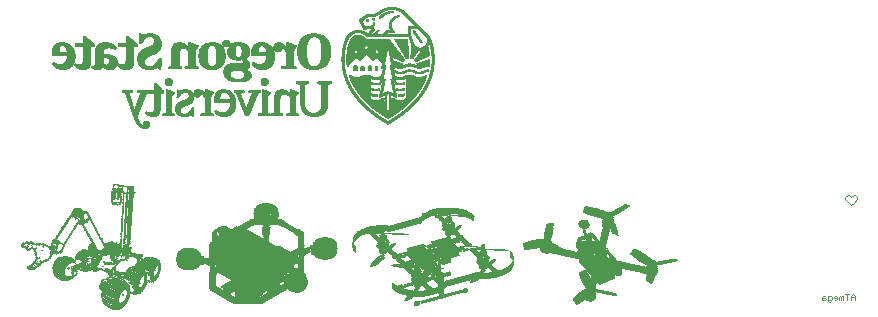
<source format=gbo>
G04 Layer_Color=32896*
%FSLAX24Y24*%
%MOIN*%
G70*
G01*
G75*
%ADD35C,0.0039*%
%ADD78C,0.0004*%
%ADD79C,0.0007*%
%ADD80C,0.0007*%
%ADD81C,0.0003*%
%ADD82C,0.0004*%
D35*
X36654Y16181D02*
X36732Y16260D01*
X36850Y16378D01*
Y16378D01*
X36457D02*
X36654Y16181D01*
X36457Y16378D02*
Y16457D01*
X36535Y16535D01*
X36575D01*
X36654Y16457D01*
X36654D01*
X36732Y16535D01*
X36850Y16378D02*
Y16457D01*
X36772Y16535D02*
X36850Y16457D01*
X36732Y16535D02*
X36772D01*
X36783Y13039D02*
Y13171D01*
X36718Y13236D01*
X36652Y13171D01*
Y13039D01*
Y13138D01*
X36783D01*
X36587Y13236D02*
X36455D01*
X36521D01*
Y13039D01*
X36390D02*
Y13171D01*
X36357D01*
X36324Y13138D01*
Y13039D01*
Y13138D01*
X36291Y13171D01*
X36259Y13138D01*
Y13039D01*
X36095D02*
X36160D01*
X36193Y13072D01*
Y13138D01*
X36160Y13171D01*
X36095D01*
X36062Y13138D01*
Y13105D01*
X36193D01*
X35931Y12974D02*
X35898D01*
X35865Y13007D01*
Y13171D01*
X35964D01*
X35996Y13138D01*
Y13072D01*
X35964Y13039D01*
X35865D01*
X35767Y13171D02*
X35701D01*
X35668Y13138D01*
Y13039D01*
X35767D01*
X35800Y13072D01*
X35767Y13105D01*
X35668D01*
D78*
X12573Y16825D02*
X12700D01*
X12565Y16821D02*
X12709D01*
D79*
X16483Y12915D02*
X16491D01*
X16498D02*
X16540D01*
X16547D02*
X16554D01*
X16420Y12922D02*
X16618D01*
X16050Y12929D02*
X16065D01*
X16072D02*
X16327D01*
X16384D02*
X16661D01*
X16711D02*
X16767D01*
X16782D02*
X16959D01*
X16966D02*
X16988D01*
X16036Y12936D02*
X16065D01*
X16072D02*
X16306D01*
X16349D02*
X16682D01*
X16732D02*
X16767D01*
X16782D02*
X16959D01*
X16966D02*
X16995D01*
X16029Y12943D02*
X16065D01*
X16072D02*
X16256D01*
X16263D02*
X16292D01*
X16334D02*
X16704D01*
X16746D02*
X16767D01*
X16782D02*
X16959D01*
X16966D02*
X17002D01*
X16029Y12950D02*
X16065D01*
X16072D02*
X16256D01*
X16263D02*
X16278D01*
X16320D02*
X16725D01*
X16760D02*
X16767D01*
X16782D02*
X17023D01*
X16001Y12957D02*
X16015D01*
X16022D02*
X16065D01*
X16072D02*
X16256D01*
X16299D02*
X16746D01*
X16782D02*
X17037D01*
X15986Y12964D02*
X16015D01*
X16022D02*
X16065D01*
X16072D02*
X16249D01*
X16285D02*
X16760D01*
X16782D02*
X17051D01*
X15972Y12971D02*
X16015D01*
X16022D02*
X16065D01*
X16072D02*
X16242D01*
X16270D02*
X16775D01*
X16796D02*
X17066D01*
X15965Y12978D02*
X16008D01*
X16022D02*
X16065D01*
X16072D02*
X16235D01*
X16256D02*
X16782D01*
X16803D02*
X17080D01*
X15951Y12986D02*
X16015D01*
X16022D02*
X16065D01*
X16072D02*
X16221D01*
X16242D02*
X16796D01*
X16817D02*
X17087D01*
X15937Y12993D02*
X16065D01*
X16072D02*
X16214D01*
X16235D02*
X16803D01*
X16824D02*
X17101D01*
X15930Y13000D02*
X16065D01*
X16072D02*
X16207D01*
X16221D02*
X16817D01*
X16831D02*
X16959D01*
X16966D02*
X17115D01*
X15915Y13007D02*
X16022D01*
X16029D02*
X16065D01*
X16072D02*
X16192D01*
X16214D02*
X16824D01*
X16838D02*
X16959D01*
X16966D02*
X17122D01*
X15901Y13014D02*
X16022D01*
X16029D02*
X16065D01*
X16079D02*
X16185D01*
X16207D02*
X16831D01*
X16846D02*
X16959D01*
X16966D02*
X17002D01*
X17016D02*
X17130D01*
X15894Y13021D02*
X16022D01*
X16029D02*
X16065D01*
X16079D02*
X16185D01*
X16199D02*
X16838D01*
X16853D02*
X16959D01*
X16966D02*
X16995D01*
X17009D02*
X17137D01*
X15894Y13028D02*
X16065D01*
X16079D02*
X16178D01*
X16192D02*
X16846D01*
X16860D02*
X16995D01*
X17009D02*
X17158D01*
X15887Y13035D02*
X16029D01*
X16036D02*
X16065D01*
X16072D02*
X16171D01*
X16185D02*
X16853D01*
X16867D02*
X17172D01*
X15852Y13042D02*
X15866D01*
X15887D02*
X16029D01*
X16036D02*
X16065D01*
X16072D02*
X16164D01*
X16178D02*
X16860D01*
X16874D02*
X16988D01*
X16995D02*
X17186D01*
X15844Y13049D02*
X15866D01*
X15887D02*
X16036D01*
X16043D02*
X16065D01*
X16072D02*
X16157D01*
X16171D02*
X16860D01*
X16874D02*
X16988D01*
X16995D02*
X17193D01*
X15837Y13057D02*
X15859D01*
X15887D02*
X16036D01*
X16043D02*
X16065D01*
X16079D02*
X16157D01*
X16171D02*
X16867D01*
X16881D02*
X16952D01*
X16959D02*
X16980D01*
X16988D02*
X17208D01*
X15816Y13064D02*
X15852D01*
X15866D02*
X15873D01*
X15887D02*
X16043D01*
X16050D02*
X16065D01*
X16079D02*
X16150D01*
X16164D02*
X16874D01*
X16888D02*
X16952D01*
X16959D02*
X16980D01*
X16988D02*
X17222D01*
X15802Y13071D02*
X15844D01*
X15859D02*
X15873D01*
X15887D02*
X16043D01*
X16057D02*
X16072D01*
X16079D02*
X16150D01*
X16164D02*
X16874D01*
X16888D02*
X16973D01*
X16980D02*
X17236D01*
X15795Y13078D02*
X15823D01*
X15830D02*
X15844D01*
X15859D02*
X15873D01*
X15887D02*
X16050D01*
X16057D02*
X16072D01*
X16079D02*
X16143D01*
X16157D02*
X16881D01*
X16895D02*
X16966D01*
X16973D02*
X17250D01*
X15781Y13085D02*
X15823D01*
X15830D02*
X15837D01*
X15844D02*
X15880D01*
X15887D02*
X16057D01*
X16065D02*
X16072D01*
X16086D02*
X16143D01*
X16157D02*
X16881D01*
X16895D02*
X16952D01*
X16973D02*
X17257D01*
X15766Y13092D02*
X15823D01*
X15830D02*
X15837D01*
X15852D02*
X15880D01*
X15894D02*
X16057D01*
X16086D02*
X16136D01*
X16150D02*
X16888D01*
X16902D02*
X16952D01*
X16966D02*
X17272D01*
X15752Y13099D02*
X15823D01*
X15830D02*
X15837D01*
X15852D02*
X15880D01*
X15894D02*
X16065D01*
X16086D02*
X16136D01*
X16143D02*
X16888D01*
X16902D02*
X16952D01*
X16959D02*
X17286D01*
X15745Y13106D02*
X15887D01*
X15901D02*
X16072D01*
X16093D02*
X16128D01*
X16143D02*
X16895D01*
X16909D02*
X16938D01*
X16952D02*
X17300D01*
X15731Y13113D02*
X15844D01*
X15852D02*
X15887D01*
X15901D02*
X16079D01*
X16107D02*
X16128D01*
X16143D02*
X16895D01*
X16909D02*
X16924D01*
X16952D02*
X17130D01*
X17137D02*
X17314D01*
X15717Y13120D02*
X15844D01*
X15859D02*
X15894D01*
X15908D02*
X16093D01*
X16136D02*
X16902D01*
X16945D02*
X17321D01*
X15702Y13128D02*
X15830D01*
X15837D02*
X15844D01*
X15859D02*
X15894D01*
X15908D02*
X16079D01*
X16136D02*
X16902D01*
X16945D02*
X17335D01*
X15695Y13135D02*
X15830D01*
X15837D02*
X15901D01*
X15915D02*
X16072D01*
X16136D02*
X16902D01*
X16959D02*
X17343D01*
X15681Y13142D02*
X15852D01*
X15866D02*
X15908D01*
X15923D02*
X16057D01*
X16128D02*
X16491D01*
X16547D02*
X16902D01*
X16973D02*
X17357D01*
X15674Y13149D02*
X15852D01*
X15873D02*
X15908D01*
X15923D02*
X16043D01*
X16128D02*
X16420D01*
X16625D02*
X16909D01*
X16988D02*
X17371D01*
X15660Y13156D02*
X15859D01*
X15873D02*
X15915D01*
X15937D02*
X16036D01*
X16128D02*
X16384D01*
X16661D02*
X16909D01*
X16995D02*
X17314D01*
X17335D02*
X17378D01*
X15646Y13163D02*
X15866D01*
X15880D02*
X15923D01*
X15944D02*
X16022D01*
X16128D02*
X16349D01*
X16455D02*
X16590D01*
X16689D02*
X16909D01*
X17016D02*
X17314D01*
X17335D02*
X17392D01*
X15631Y13170D02*
X15866D01*
X15887D02*
X15930D01*
X15958D02*
X16008D01*
X16121D02*
X16327D01*
X16398D02*
X16640D01*
X16718D02*
X16909D01*
X17023D02*
X17307D01*
X17321D02*
X17328D01*
X17343D02*
X17406D01*
X15624Y13177D02*
X15859D01*
X15866D02*
X15880D01*
X15894D02*
X15944D01*
X15972D02*
X15994D01*
X16121D02*
X16306D01*
X16370D02*
X16675D01*
X16739D02*
X16909D01*
X17037D02*
X17335D01*
X17350D02*
X17421D01*
X15610Y13184D02*
X15887D01*
X15908D02*
X15937D01*
X16121D02*
X16292D01*
X16341D02*
X16704D01*
X16753D02*
X16917D01*
X17059D02*
X17300D01*
X17307D02*
X17335D01*
X17357D02*
X17428D01*
X15596Y13191D02*
X15873D01*
X15880D02*
X15894D01*
X15944D02*
X15958D01*
X16121D02*
X16270D01*
X16320D02*
X16725D01*
X16767D02*
X16917D01*
X16938D02*
X16945D01*
X17059D02*
X17286D01*
X17300D02*
X17343D01*
X17357D02*
X17442D01*
X15582Y13199D02*
X15958D01*
X16121D02*
X16263D01*
X16299D02*
X16746D01*
X16782D02*
X16917D01*
X16938D02*
X16959D01*
X17073D02*
X17279D01*
X17293D02*
X17343D01*
X17364D02*
X17456D01*
X15575Y13206D02*
X15894D01*
X15901D02*
X15951D01*
X16121D02*
X16249D01*
X16278D02*
X16760D01*
X16796D02*
X16917D01*
X16945D02*
X16973D01*
X17080D02*
X17193D01*
X17201D02*
X17272D01*
X17279D02*
X17343D01*
X17364D02*
X17470D01*
X15560Y13213D02*
X15908D01*
X15915D02*
X15937D01*
X16121D02*
X16235D01*
X16263D02*
X16775D01*
X16810D02*
X16917D01*
X16959D02*
X16980D01*
X17094D02*
X17264D01*
X17272D02*
X17350D01*
X17371D02*
X17485D01*
X15546Y13220D02*
X15915D01*
X16121D02*
X16221D01*
X16249D02*
X16796D01*
X16817D02*
X16917D01*
X16931D02*
X16938D01*
X16973D02*
X16995D01*
X17108D02*
X17257D01*
X17264D02*
X17492D01*
X15539Y13227D02*
X15915D01*
X16114D02*
X16214D01*
X16235D02*
X16803D01*
X16831D02*
X16917D01*
X16931D02*
X16952D01*
X16980D02*
X16995D01*
X17122D02*
X17151D01*
X17158D02*
X17243D01*
X17257D02*
X17499D01*
X15525Y13234D02*
X15901D01*
X16114D02*
X16199D01*
X16256D02*
X16434D01*
X16611D02*
X16782D01*
X16810D02*
X16817D01*
X16838D02*
X16917D01*
X16931D02*
X16966D01*
X17130D02*
X17229D01*
X17243D02*
X17350D01*
X17364D02*
X17371D01*
X17378D02*
X17506D01*
X17513D02*
X17520D01*
X15511Y13241D02*
X15894D01*
X16114D02*
X16192D01*
X16214D02*
X16228D01*
X16256D02*
X16398D01*
X16455D02*
X16469D01*
X16498D02*
X16540D01*
X16547D02*
X16554D01*
X16576D02*
X16590D01*
X16647D02*
X16775D01*
X16810D02*
X16824D01*
X16846D02*
X16917D01*
X16931D02*
X16973D01*
X17151D02*
X17222D01*
X17236D02*
X17350D01*
X17364D02*
X17371D01*
X17378D02*
X17506D01*
X17513D02*
X17534D01*
X15504Y13248D02*
X15880D01*
X15908D02*
X15915D01*
X16114D02*
X16185D01*
X16207D02*
X16228D01*
X16263D02*
X16370D01*
X16427D02*
X16554D01*
X16576D02*
X16618D01*
X16668D02*
X16775D01*
X16810D02*
X16831D01*
X16853D02*
X16917D01*
X16938D02*
X16988D01*
X17151D02*
X17215D01*
X17222D02*
X17350D01*
X17364D02*
X17541D01*
X15489Y13255D02*
X15866D01*
X15894D02*
X15923D01*
X16114D02*
X16178D01*
X16199D02*
X16228D01*
X16242D02*
X16249D01*
X16270D02*
X16349D01*
X16398D02*
X16540D01*
X16569D02*
X16618D01*
X16633D02*
X16640D01*
X16689D02*
X16767D01*
X16782D02*
X16803D01*
X16810D02*
X16846D01*
X16867D02*
X16924D01*
X16931D02*
X17002D01*
X17158D02*
X17201D01*
X17215D02*
X17350D01*
X17364D02*
X17378D01*
X17385D02*
X17556D01*
X15475Y13262D02*
X15852D01*
X15880D02*
X15944D01*
X16114D02*
X16171D01*
X16192D02*
X16263D01*
X16270D02*
X16320D01*
X16384D02*
X16540D01*
X16569D02*
X16640D01*
X16725D02*
X16760D01*
X16782D02*
X16803D01*
X16810D02*
X16853D01*
X16874D02*
X16924D01*
X16938D02*
X17009D01*
X17165D02*
X17350D01*
X17364D02*
X17378D01*
X17385D02*
X17563D01*
X15475Y13270D02*
X15837D01*
X15880D02*
X15951D01*
X16114D02*
X16164D01*
X16185D02*
X16228D01*
X16242D02*
X16263D01*
X16278D02*
X16306D01*
X16384D02*
X16547D01*
X16569D02*
X16640D01*
X16739D02*
X16760D01*
X16767D02*
X16803D01*
X16810D02*
X16860D01*
X16881D02*
X16924D01*
X16938D02*
X17002D01*
X17165D02*
X17357D01*
X17371D02*
X17577D01*
X15468Y13277D02*
X15837D01*
X15859D02*
X15866D01*
X15880D02*
X15944D01*
X15951D02*
X15965D01*
X16114D02*
X16157D01*
X16171D02*
X16228D01*
X16242D02*
X16270D01*
X16278D02*
X16292D01*
X16320D02*
X16341D01*
X16384D02*
X16547D01*
X16569D02*
X16640D01*
X16696D02*
X16725D01*
X16753D02*
X16760D01*
X16767D02*
X16803D01*
X16810D02*
X16867D01*
X16888D02*
X16917D01*
X16938D02*
X16995D01*
X17179D02*
X17364D01*
X17371D02*
X17591D01*
X15468Y13284D02*
X15837D01*
X15852D02*
X15859D01*
X15873D02*
X15944D01*
X15951D02*
X15979D01*
X16114D02*
X16150D01*
X16164D02*
X16228D01*
X16249D02*
X16270D01*
X16306D02*
X16356D01*
X16384D02*
X16483D01*
X16491D02*
X16533D01*
X16583D02*
X16647D01*
X16682D02*
X16739D01*
X16767D02*
X16796D01*
X16810D02*
X16874D01*
X16895D02*
X16917D01*
X16931D02*
X16980D01*
X17009D02*
X17023D01*
X17165D02*
X17357D01*
X17371D02*
X17506D01*
X17513D02*
X17605D01*
X18116D02*
X18159D01*
X15426Y13291D02*
X15454D01*
X15468D02*
X15837D01*
X15844D02*
X15859D01*
X15873D02*
X15994D01*
X16114D02*
X16143D01*
X16164D02*
X16235D01*
X16249D02*
X16263D01*
X16299D02*
X16370D01*
X16384D02*
X16455D01*
X16462D02*
X16469D01*
X16476D02*
X16483D01*
X16491D02*
X16540D01*
X16583D02*
X16647D01*
X16668D02*
X16746D01*
X16775D02*
X16789D01*
X16803D02*
X16881D01*
X16895D02*
X16917D01*
X16938D02*
X16966D01*
X17002D02*
X17037D01*
X17165D02*
X17357D01*
X17371D02*
X17506D01*
X17513D02*
X17612D01*
X18138D02*
X18195D01*
X15418Y13298D02*
X15440D01*
X15468D02*
X15830D01*
X15844D02*
X15852D01*
X15873D02*
X15915D01*
X15951D02*
X16008D01*
X16114D02*
X16143D01*
X16157D02*
X16242D01*
X16285D02*
X16384D01*
X16391D02*
X16441D01*
X16462D02*
X16540D01*
X16554D02*
X16583D01*
X16590D02*
X16640D01*
X16661D02*
X16753D01*
X16796D02*
X16881D01*
X16902D02*
X16917D01*
X16938D02*
X16959D01*
X16980D02*
X17051D01*
X17165D02*
X17357D01*
X17371D02*
X17378D01*
X17385D02*
X17627D01*
X18159D02*
X18216D01*
X15397Y13305D02*
X15404D01*
X15418D02*
X15433D01*
X15447D02*
X15752D01*
X15759D02*
X15823D01*
X15844D02*
X15852D01*
X15866D02*
X15908D01*
X15958D02*
X16015D01*
X16114D02*
X16136D01*
X16150D02*
X16249D01*
X16278D02*
X16391D01*
X16405D02*
X16427D01*
X16448D02*
X16633D01*
X16640D02*
X16760D01*
X16796D02*
X16888D01*
X16902D02*
X16917D01*
X16931D02*
X16945D01*
X16966D02*
X17009D01*
X17023D02*
X17066D01*
X17165D02*
X17364D01*
X17371D02*
X17378D01*
X17385D02*
X17641D01*
X18159D02*
X18237D01*
X15383Y13312D02*
X15426D01*
X15440D02*
X15461D01*
X15468D02*
X15717D01*
X15766D02*
X15823D01*
X15837D02*
X15844D01*
X15859D02*
X15894D01*
X15923D02*
X15930D01*
X15937D02*
X15944D01*
X15972D02*
X16029D01*
X16114D02*
X16128D01*
X16143D02*
X16235D01*
X16256D02*
X16270D01*
X16285D02*
X16398D01*
X16427D02*
X16611D01*
X16633D02*
X16753D01*
X16767D02*
X16782D01*
X16803D02*
X16888D01*
X16909D02*
X16917D01*
X16959D02*
X17080D01*
X17165D02*
X17364D01*
X17378D02*
X17499D01*
X17506D02*
X17655D01*
X18045D02*
X18109D01*
X18173D02*
X18251D01*
X15369Y13319D02*
X15426D01*
X15433D02*
X15461D01*
X15468D02*
X15710D01*
X15724D02*
X15823D01*
X15830D02*
X15837D01*
X15859D02*
X15887D01*
X15908D02*
X15930D01*
X15937D02*
X15958D01*
X15986D02*
X16043D01*
X16114D02*
X16121D01*
X16143D02*
X16228D01*
X16249D02*
X16278D01*
X16299D02*
X16412D01*
X16427D02*
X16434D01*
X16448D02*
X16583D01*
X16604D02*
X16611D01*
X16618D02*
X16739D01*
X16753D02*
X16796D01*
X16817D02*
X16895D01*
X16909D02*
X16917D01*
X16945D02*
X17037D01*
X17044D02*
X17087D01*
X17165D02*
X17357D01*
X17378D02*
X17662D01*
X18017D02*
X18088D01*
X18095D02*
X18102D01*
X18109D02*
X18116D01*
X18180D02*
X18266D01*
X15362Y13326D02*
X15418D01*
X15433D02*
X15461D01*
X15468D02*
X15710D01*
X15717D02*
X15816D01*
X15823D02*
X15837D01*
X15852D02*
X15873D01*
X15901D02*
X15923D01*
X15944D02*
X15965D01*
X15994D02*
X16057D01*
X16114D02*
X16121D01*
X16143D02*
X16221D01*
X16242D02*
X16292D01*
X16313D02*
X16427D01*
X16462D02*
X16569D01*
X16611D02*
X16725D01*
X16746D02*
X16803D01*
X16824D02*
X16902D01*
X16931D02*
X17051D01*
X17059D02*
X17101D01*
X17165D02*
X17357D01*
X17371D02*
X17492D01*
X17499D02*
X17676D01*
X18024D02*
X18067D01*
X18180D02*
X18287D01*
X15340Y13333D02*
X15418D01*
X15433D02*
X15461D01*
X15468D02*
X15809D01*
X15816D02*
X15830D01*
X15844D02*
X15859D01*
X15887D02*
X15915D01*
X15958D02*
X15979D01*
X16008D02*
X16065D01*
X16136D02*
X16207D01*
X16228D02*
X16306D01*
X16327D02*
X16441D01*
X16455D02*
X16576D01*
X16583D02*
X16590D01*
X16597D02*
X16711D01*
X16732D02*
X16810D01*
X16831D02*
X16902D01*
X16917D02*
X16924D01*
X16931D02*
X17059D01*
X17066D02*
X17115D01*
X17165D02*
X17364D01*
X17371D02*
X17690D01*
X17989D02*
X18017D01*
X18031D02*
X18045D01*
X18187D02*
X18301D01*
X15333Y13341D02*
X15418D01*
X15433D02*
X15461D01*
X15475D02*
X15802D01*
X15816D02*
X15830D01*
X15844D02*
X15852D01*
X15873D02*
X15901D01*
X15923D02*
X15944D01*
X15972D02*
X15994D01*
X16022D02*
X16079D01*
X16136D02*
X16207D01*
X16221D02*
X16320D01*
X16334D02*
X16448D01*
X16455D02*
X16590D01*
X16597D02*
X16696D01*
X16718D02*
X16817D01*
X16838D02*
X16902D01*
X16917D02*
X17073D01*
X17087D02*
X17122D01*
X17165D02*
X17364D01*
X17371D02*
X17705D01*
X17982D02*
X18024D01*
X18067D02*
X18152D01*
X18195D02*
X18308D01*
X15319Y13348D02*
X15418D01*
X15433D02*
X15468D01*
X15475D02*
X15724D01*
X15731D02*
X15788D01*
X15802D02*
X15823D01*
X15866D02*
X15887D01*
X15915D02*
X15951D01*
X15979D02*
X16001D01*
X16036D02*
X16086D01*
X16136D02*
X16199D01*
X16214D02*
X16327D01*
X16349D02*
X16689D01*
X16704D02*
X16824D01*
X16838D02*
X16902D01*
X16931D02*
X17087D01*
X17094D02*
X17137D01*
X17165D02*
X17236D01*
X17243D02*
X17364D01*
X17371D02*
X17712D01*
X17989D02*
X18024D01*
X18045D02*
X18159D01*
X18195D02*
X18322D01*
X15312Y13355D02*
X15404D01*
X15418D02*
X15426D01*
X15433D02*
X15695D01*
X15738D02*
X15773D01*
X15802D02*
X15816D01*
X15852D02*
X15873D01*
X15901D02*
X15965D01*
X15994D02*
X16015D01*
X16043D02*
X16100D01*
X16128D02*
X16192D01*
X16214D02*
X16341D01*
X16363D02*
X16448D01*
X16455D02*
X16590D01*
X16597D02*
X16675D01*
X16696D02*
X16831D01*
X16846D02*
X16909D01*
X16931D02*
X17101D01*
X17108D02*
X17151D01*
X17165D02*
X17364D01*
X17371D02*
X17726D01*
X17967D02*
X17989D01*
X18003D02*
X18010D01*
X18031D02*
X18166D01*
X18202D02*
X18329D01*
X15298Y13362D02*
X15404D01*
X15411D02*
X15475D01*
X15482D02*
X15681D01*
X15788D02*
X15809D01*
X15837D02*
X15866D01*
X15894D02*
X15972D01*
X16008D02*
X16029D01*
X16057D02*
X16100D01*
X16128D02*
X16185D01*
X16221D02*
X16356D01*
X16377D02*
X16590D01*
X16597D02*
X16661D01*
X16682D02*
X16838D01*
X16853D02*
X16909D01*
X16924D02*
X17158D01*
X17165D02*
X17250D01*
X17272D02*
X17279D01*
X17286D02*
X17321D01*
X17335D02*
X17364D01*
X17371D02*
X17740D01*
X17967D02*
X18003D01*
X18024D02*
X18173D01*
X18202D02*
X18344D01*
X15291Y13369D02*
X15475D01*
X15489D02*
X15667D01*
X15702D02*
X15738D01*
X15773D02*
X15795D01*
X15830D02*
X15852D01*
X15880D02*
X15986D01*
X16022D02*
X16036D01*
X16072D02*
X16107D01*
X16128D02*
X16185D01*
X16199D02*
X16207D01*
X16228D02*
X16363D01*
X16391D02*
X16441D01*
X16448D02*
X16491D01*
X16547D02*
X16576D01*
X16583D02*
X16597D01*
X16604D02*
X16647D01*
X16675D02*
X16846D01*
X16860D02*
X16909D01*
X16924D02*
X17215D01*
X17307D02*
X17357D01*
X17371D02*
X17747D01*
X17932D02*
X17946D01*
X17967D02*
X18010D01*
X18024D02*
X18173D01*
X18209D02*
X18351D01*
X15284Y13376D02*
X15433D01*
X15440D02*
X15482D01*
X15489D02*
X15660D01*
X15710D02*
X15781D01*
X15816D02*
X15837D01*
X15866D02*
X16001D01*
X16029D02*
X16050D01*
X16086D02*
X16107D01*
X16128D02*
X16178D01*
X16192D02*
X16214D01*
X16228D02*
X16377D01*
X16405D02*
X16434D01*
X16604D02*
X16633D01*
X16661D02*
X16846D01*
X16867D02*
X16909D01*
X16924D02*
X17201D01*
X17236D02*
X17286D01*
X17321D02*
X17357D01*
X17378D02*
X17761D01*
X17925D02*
X17960D01*
X17967D02*
X18010D01*
X18024D02*
X18180D01*
X18209D02*
X18365D01*
X15284Y13383D02*
X15433D01*
X15447D02*
X15482D01*
X15497D02*
X15646D01*
X15724D02*
X15766D01*
X15802D02*
X15823D01*
X15859D02*
X16015D01*
X16043D02*
X16065D01*
X16100D02*
X16107D01*
X16128D02*
X16178D01*
X16192D02*
X16214D01*
X16235D02*
X16391D01*
X16412D02*
X16434D01*
X16604D02*
X16625D01*
X16654D02*
X16853D01*
X16867D02*
X16909D01*
X16924D02*
X17151D01*
X17172D02*
X17193D01*
X17215D02*
X17314D01*
X17328D02*
X17350D01*
X17392D02*
X17776D01*
X17918D02*
X17960D01*
X17967D02*
X18010D01*
X18024D02*
X18187D01*
X18216D02*
X18372D01*
X15284Y13390D02*
X15440D01*
X15447D02*
X15489D01*
X15504D02*
X15631D01*
X15788D02*
X15809D01*
X15844D02*
X16022D01*
X16057D02*
X16079D01*
X16128D02*
X16171D01*
X16192D02*
X16221D01*
X16242D02*
X16391D01*
X16405D02*
X16412D01*
X16427D02*
X16448D01*
X16469D02*
X16576D01*
X16590D02*
X16611D01*
X16647D02*
X16853D01*
X16867D02*
X16909D01*
X16924D02*
X17151D01*
X17172D02*
X17186D01*
X17201D02*
X17321D01*
X17335D02*
X17350D01*
X17414D02*
X17783D01*
X17911D02*
X17953D01*
X17967D02*
X18010D01*
X18024D02*
X18187D01*
X18216D02*
X18379D01*
X15262Y13397D02*
X15269D01*
X15284D02*
X15447D01*
X15454D02*
X15497D01*
X15511D02*
X15617D01*
X15781D02*
X15802D01*
X15830D02*
X16036D01*
X16072D02*
X16086D01*
X16128D02*
X16171D01*
X16185D02*
X16228D01*
X16242D02*
X16412D01*
X16427D02*
X16441D01*
X16455D02*
X16590D01*
X16597D02*
X16611D01*
X16625D02*
X16633D01*
X16647D02*
X16860D01*
X16874D02*
X16909D01*
X16924D02*
X17186D01*
X17193D02*
X17328D01*
X17343D02*
X17357D01*
X17421D02*
X17797D01*
X17903D02*
X17939D01*
X17967D02*
X18010D01*
X18024D02*
X18187D01*
X18223D02*
X18393D01*
X15262Y13404D02*
X15269D01*
X15276D02*
X15447D01*
X15454D02*
X15504D01*
X15518D02*
X15610D01*
X15766D02*
X15788D01*
X15816D02*
X16050D01*
X16086D02*
X16100D01*
X16128D02*
X16164D01*
X16178D02*
X16228D01*
X16249D02*
X16398D01*
X16405D02*
X16412D01*
X16427D02*
X16434D01*
X16448D02*
X16590D01*
X16625D02*
X16633D01*
X16647D02*
X16860D01*
X16874D02*
X16909D01*
X16924D02*
X17186D01*
X17193D02*
X17321D01*
X17428D02*
X17811D01*
X17889D02*
X17939D01*
X17967D02*
X18010D01*
X18024D02*
X18187D01*
X18223D02*
X18400D01*
X15262Y13412D02*
X15269D01*
X15276D02*
X15454D01*
X15468D02*
X15511D01*
X15525D02*
X15596D01*
X15752D02*
X15773D01*
X15809D02*
X16065D01*
X16093D02*
X16114D01*
X16128D02*
X16164D01*
X16178D02*
X16235D01*
X16256D02*
X16398D01*
X16441D02*
X16597D01*
X16647D02*
X16860D01*
X16881D02*
X16902D01*
X16917D02*
X17186D01*
X17193D02*
X17314D01*
X17435D02*
X17825D01*
X17882D02*
X17932D01*
X17953D02*
X17960D01*
X17967D02*
X18010D01*
X18024D02*
X18159D01*
X18223D02*
X18408D01*
X15255Y13419D02*
X15269D01*
X15276D02*
X15461D01*
X15475D02*
X15518D01*
X15546D02*
X15589D01*
X15738D02*
X15766D01*
X15795D02*
X16079D01*
X16107D02*
X16114D01*
X16136D02*
X16164D01*
X16178D02*
X16242D01*
X16256D02*
X16398D01*
X16420D02*
X16618D01*
X16647D02*
X16860D01*
X16881D02*
X16902D01*
X16917D02*
X16945D01*
X16952D02*
X16973D01*
X16980D02*
X17165D01*
X17172D02*
X17186D01*
X17193D02*
X17307D01*
X17335D02*
X17343D01*
X17414D02*
X17832D01*
X17882D02*
X17925D01*
X17946D02*
X17953D01*
X17967D02*
X18010D01*
X18024D02*
X18131D01*
X18180D02*
X18187D01*
X18223D02*
X18415D01*
X15255Y13426D02*
X15269D01*
X15276D02*
X15447D01*
X15454D02*
X15468D01*
X15482D02*
X15518D01*
X15731D02*
X15752D01*
X15781D02*
X16093D01*
X16114D02*
X16121D01*
X16136D02*
X16164D01*
X16185D02*
X16249D01*
X16263D02*
X16398D01*
X16412D02*
X16625D01*
X16647D02*
X16853D01*
X16881D02*
X16902D01*
X16909D02*
X17186D01*
X17193D02*
X17307D01*
X17321D02*
X17328D01*
X17335D02*
X17343D01*
X17399D02*
X17449D01*
X17463D02*
X17840D01*
X17875D02*
X17918D01*
X17939D02*
X17953D01*
X17967D02*
X18010D01*
X18024D02*
X18109D01*
X18152D02*
X18202D01*
X18223D02*
X18422D01*
X15255Y13433D02*
X15475D01*
X15525D02*
X15539D01*
X15717D02*
X15738D01*
X15766D02*
X16100D01*
X16136D02*
X16164D01*
X16185D02*
X16256D01*
X16270D02*
X16398D01*
X16412D02*
X16633D01*
X16647D02*
X16853D01*
X16881D02*
X17179D01*
X17193D02*
X17307D01*
X17335D02*
X17343D01*
X17399D02*
X17456D01*
X17477D02*
X17832D01*
X17868D02*
X17911D01*
X17925D02*
X17953D01*
X17967D02*
X18010D01*
X18024D02*
X18095D01*
X18124D02*
X18202D01*
X18230D02*
X18429D01*
X15255Y13440D02*
X15489D01*
X15511D02*
X15532D01*
X15702D02*
X15731D01*
X15752D02*
X16114D01*
X16136D02*
X16164D01*
X16171D02*
X16178D01*
X16192D02*
X16263D01*
X16278D02*
X16391D01*
X16412D02*
X16633D01*
X16647D02*
X16853D01*
X16860D02*
X16867D01*
X16881D02*
X16895D01*
X16909D02*
X17179D01*
X17193D02*
X17307D01*
X17321D02*
X17328D01*
X17343D02*
X17350D01*
X17385D02*
X17392D01*
X17406D02*
X17456D01*
X17470D02*
X17485D01*
X17492D02*
X17825D01*
X17854D02*
X17903D01*
X17918D02*
X17953D01*
X17967D02*
X18010D01*
X18024D02*
X18074D01*
X18102D02*
X18202D01*
X18230D02*
X18436D01*
X15255Y13447D02*
X15468D01*
X15475D02*
X15532D01*
X15688D02*
X15717D01*
X15745D02*
X16121D01*
X16143D02*
X16164D01*
X16171D02*
X16178D01*
X16192D02*
X16270D01*
X16285D02*
X16384D01*
X16405D02*
X16633D01*
X16661D02*
X16846D01*
X16860D02*
X16867D01*
X16881D02*
X16895D01*
X16909D02*
X16988D01*
X16995D02*
X17179D01*
X17193D02*
X17307D01*
X17321D02*
X17328D01*
X17343D02*
X17350D01*
X17378D02*
X17399D01*
X17421D02*
X17825D01*
X17854D02*
X17896D01*
X17918D02*
X17953D01*
X17967D02*
X18010D01*
X18024D02*
X18060D01*
X18081D02*
X18202D01*
X18230D02*
X18443D01*
X15262Y13454D02*
X15489D01*
X15497D02*
X15518D01*
X15681D02*
X15702D01*
X15731D02*
X16128D01*
X16143D02*
X16164D01*
X16171D02*
X16178D01*
X16199D02*
X16278D01*
X16292D02*
X16370D01*
X16391D02*
X16398D01*
X16412D02*
X16625D01*
X16640D02*
X16654D01*
X16675D02*
X16838D01*
X16853D02*
X16867D01*
X16881D02*
X16888D01*
X16902D02*
X17009D01*
X17016D02*
X17179D01*
X17193D02*
X17314D01*
X17328D02*
X17335D01*
X17350D02*
X17357D01*
X17378D02*
X17406D01*
X17428D02*
X17506D01*
X17513D02*
X17818D01*
X17847D02*
X17889D01*
X17911D02*
X17953D01*
X17967D02*
X18010D01*
X18024D02*
X18045D01*
X18067D02*
X18202D01*
X18230D02*
X18450D01*
X15262Y13461D02*
X15284D01*
X15298D02*
X15497D01*
X15667D02*
X15688D01*
X15717D02*
X16136D01*
X16150D02*
X16164D01*
X16178D02*
X16185D01*
X16199D02*
X16285D01*
X16306D02*
X16356D01*
X16377D02*
X16405D01*
X16412D02*
X16625D01*
X16633D02*
X16661D01*
X16682D02*
X16838D01*
X16853D02*
X16867D01*
X16881D02*
X16888D01*
X16902D02*
X17051D01*
X17059D02*
X17186D01*
X17193D02*
X17314D01*
X17392D02*
X17414D01*
X17442D02*
X17477D01*
X17492D02*
X17527D01*
X17534D02*
X17811D01*
X17840D02*
X17889D01*
X17903D02*
X17953D01*
X17967D02*
X18010D01*
X18024D02*
X18031D01*
X18053D02*
X18202D01*
X18230D02*
X18450D01*
X15269Y13468D02*
X15291D01*
X15298D02*
X15497D01*
X15660D02*
X15681D01*
X15710D02*
X16136D01*
X16150D02*
X16164D01*
X16178D02*
X16192D01*
X16207D02*
X16292D01*
X16313D02*
X16341D01*
X16363D02*
X16405D01*
X16420D02*
X16625D01*
X16633D02*
X16675D01*
X16696D02*
X16831D01*
X16846D02*
X16867D01*
X16895D02*
X17073D01*
X17080D02*
X17186D01*
X17193D02*
X17321D01*
X17335D02*
X17343D01*
X17364D02*
X17378D01*
X17399D02*
X17428D01*
X17449D02*
X17492D01*
X17499D02*
X17811D01*
X17840D02*
X17882D01*
X17896D02*
X17953D01*
X17967D02*
X18010D01*
X18045D02*
X18187D01*
X18230D02*
X18457D01*
X15269Y13475D02*
X15482D01*
X15646D02*
X15667D01*
X15695D02*
X16143D01*
X16157D02*
X16164D01*
X16178D02*
X16192D01*
X16214D02*
X16299D01*
X16320D02*
X16327D01*
X16349D02*
X16405D01*
X16420D02*
X16618D01*
X16633D02*
X16689D01*
X16711D02*
X16824D01*
X16838D02*
X16860D01*
X16874D02*
X16881D01*
X16895D02*
X17073D01*
X17080D02*
X17321D01*
X17378D02*
X17385D01*
X17414D02*
X17435D01*
X17463D02*
X17804D01*
X17832D02*
X17875D01*
X17889D02*
X17953D01*
X17967D02*
X18010D01*
X18031D02*
X18187D01*
X18230D02*
X18457D01*
X15255Y13483D02*
X15262D01*
X15276D02*
X15468D01*
X15646D02*
X15653D01*
X15681D02*
X16143D01*
X16157D02*
X16171D01*
X16178D02*
X16199D01*
X16221D02*
X16306D01*
X16341D02*
X16618D01*
X16625D02*
X16696D01*
X16725D02*
X16817D01*
X16831D02*
X16860D01*
X16874D02*
X16881D01*
X16888D02*
X17186D01*
X17193D02*
X17328D01*
X17357D02*
X17364D01*
X17385D02*
X17399D01*
X17421D02*
X17442D01*
X17470D02*
X17570D01*
X17619D02*
X17797D01*
X17825D02*
X17868D01*
X17889D02*
X17953D01*
X17967D02*
X17982D01*
X17989D02*
X18010D01*
X18024D02*
X18173D01*
X18180D02*
X18187D01*
X18230D02*
X18457D01*
X15255Y13490D02*
X15269D01*
X15284D02*
X15305D01*
X15312D02*
X15461D01*
X15674D02*
X16150D01*
X16164D02*
X16171D01*
X16185D02*
X16207D01*
X16228D02*
X16306D01*
X16327D02*
X16412D01*
X16427D02*
X16618D01*
X16625D02*
X16711D01*
X16732D02*
X16803D01*
X16831D02*
X16853D01*
X16867D02*
X16874D01*
X16888D02*
X17186D01*
X17193D02*
X17335D01*
X17364D02*
X17371D01*
X17392D02*
X17406D01*
X17428D02*
X17456D01*
X17477D02*
X17570D01*
X17627D02*
X17797D01*
X17825D02*
X17868D01*
X17882D02*
X17953D01*
X18024D02*
X18195D01*
X18230D02*
X18464D01*
X15255Y13497D02*
X15312D01*
X15319D02*
X15447D01*
X15660D02*
X16157D01*
X16164D02*
X16171D01*
X16192D02*
X16214D01*
X16242D02*
X16292D01*
X16313D02*
X16412D01*
X16427D02*
X16611D01*
X16618D02*
X16725D01*
X16746D02*
X16796D01*
X16824D02*
X16853D01*
X16860D02*
X16867D01*
X16881D02*
X17179D01*
X17193D02*
X17335D01*
X17371D02*
X17378D01*
X17428D02*
X17463D01*
X17477D02*
X17619D01*
X17627D02*
X17790D01*
X17818D02*
X17861D01*
X17875D02*
X17953D01*
X18038D02*
X18195D01*
X18230D02*
X18464D01*
X15255Y13504D02*
X15319D01*
X15333D02*
X15433D01*
X15653D02*
X16157D01*
X16171D02*
X16178D01*
X16192D02*
X16221D01*
X16249D02*
X16278D01*
X16306D02*
X16412D01*
X16427D02*
X16611D01*
X16625D02*
X16732D01*
X16760D02*
X16789D01*
X16817D02*
X16846D01*
X16874D02*
X17165D01*
X17193D02*
X17335D01*
X17371D02*
X17378D01*
X17428D02*
X17463D01*
X17477D02*
X17619D01*
X17634D02*
X17783D01*
X17818D02*
X17854D01*
X17868D02*
X17953D01*
X18053D02*
X18202D01*
X18223D02*
X18479D01*
X15255Y13511D02*
X15319D01*
X15340D02*
X15426D01*
X15674D02*
X16164D01*
X16199D02*
X16235D01*
X16263D02*
X16270D01*
X16299D02*
X16427D01*
X16441D02*
X16604D01*
X16633D02*
X16746D01*
X16803D02*
X16846D01*
X16874D02*
X17151D01*
X17172D02*
X17179D01*
X17193D02*
X17335D01*
X17406D02*
X17414D01*
X17428D02*
X17463D01*
X17477D02*
X17612D01*
X17619D02*
X17627D01*
X17634D02*
X17783D01*
X17811D02*
X17854D01*
X17861D02*
X17946D01*
X17967D02*
X18031D01*
X18067D02*
X18202D01*
X18230D02*
X18471D01*
X15255Y13518D02*
X15319D01*
X15347D02*
X15362D01*
X15376D02*
X15426D01*
X15681D02*
X16171D01*
X16199D02*
X16235D01*
X16285D02*
X16398D01*
X16412D02*
X16420D01*
X16441D02*
X16597D01*
X16611D02*
X16625D01*
X16647D02*
X16760D01*
X16803D02*
X16838D01*
X16867D02*
X17144D01*
X17165D02*
X17172D01*
X17193D02*
X17335D01*
X17385D02*
X17392D01*
X17406D02*
X17414D01*
X17428D02*
X17463D01*
X17477D02*
X17612D01*
X17619D02*
X17627D01*
X17641D02*
X17776D01*
X17811D02*
X17847D01*
X17861D02*
X17946D01*
X17960D02*
X18038D01*
X18074D02*
X18202D01*
X18223D02*
X18471D01*
X15255Y13525D02*
X15340D01*
X15347D02*
X15355D01*
X15376D02*
X15447D01*
X15695D02*
X16171D01*
X16185D02*
X16192D01*
X16207D02*
X16235D01*
X16249D02*
X16256D01*
X16270D02*
X16384D01*
X16412D02*
X16420D01*
X16448D02*
X16597D01*
X16618D02*
X16633D01*
X16661D02*
X16767D01*
X16782D02*
X16789D01*
X16803D02*
X16831D01*
X16860D02*
X17137D01*
X17151D02*
X17158D01*
X17165D02*
X17172D01*
X17193D02*
X17335D01*
X17371D02*
X17392D01*
X17406D02*
X17414D01*
X17428D02*
X17463D01*
X17477D02*
X17605D01*
X17641D02*
X17776D01*
X17804D02*
X17840D01*
X17854D02*
X17939D01*
X17953D02*
X18038D01*
X18088D02*
X18195D01*
X18223D02*
X18471D01*
X15255Y13532D02*
X15369D01*
X15376D02*
X15447D01*
X15710D02*
X16178D01*
X16214D02*
X16235D01*
X16249D02*
X16370D01*
X16391D02*
X16434D01*
X16455D02*
X16590D01*
X16604D02*
X16647D01*
X16668D02*
X16767D01*
X16782D02*
X16789D01*
X16803D02*
X16831D01*
X16853D02*
X17137D01*
X17151D02*
X17158D01*
X17193D02*
X17335D01*
X17371D02*
X17392D01*
X17406D02*
X17414D01*
X17428D02*
X17463D01*
X17477D02*
X17598D01*
X17655D02*
X17769D01*
X17797D02*
X17832D01*
X17847D02*
X17932D01*
X17946D02*
X18045D01*
X18095D02*
X18187D01*
X18223D02*
X18471D01*
X15255Y13539D02*
X15447D01*
X15717D02*
X16185D01*
X16214D02*
X16235D01*
X16249D02*
X16356D01*
X16377D02*
X16441D01*
X16455D02*
X16583D01*
X16597D02*
X16661D01*
X16682D02*
X16767D01*
X16782D02*
X16789D01*
X16803D02*
X16824D01*
X16846D02*
X17137D01*
X17151D02*
X17158D01*
X17193D02*
X17335D01*
X17371D02*
X17392D01*
X17406D02*
X17414D01*
X17428D02*
X17463D01*
X17485D02*
X17584D01*
X17662D02*
X17769D01*
X17797D02*
X17832D01*
X17847D02*
X17925D01*
X17939D02*
X17967D01*
X17982D02*
X18045D01*
X18088D02*
X18187D01*
X18223D02*
X18471D01*
X15255Y13546D02*
X15447D01*
X15731D02*
X16192D01*
X16221D02*
X16235D01*
X16249D02*
X16349D01*
X16370D02*
X16448D01*
X16462D02*
X16569D01*
X16590D02*
X16675D01*
X16689D02*
X16767D01*
X16782D02*
X16789D01*
X16803D02*
X16817D01*
X16838D02*
X17137D01*
X17158D02*
X17165D01*
X17193D02*
X17335D01*
X17371D02*
X17392D01*
X17406D02*
X17414D01*
X17428D02*
X17463D01*
X17492D02*
X17577D01*
X17676D02*
X17761D01*
X17790D02*
X17825D01*
X17847D02*
X17918D01*
X17932D02*
X17960D01*
X17982D02*
X18053D01*
X18074D02*
X18173D01*
X18180D02*
X18195D01*
X18223D02*
X18471D01*
X15255Y13554D02*
X15440D01*
X15745D02*
X16199D01*
X16249D02*
X16263D01*
X16270D02*
X16334D01*
X16356D02*
X16455D01*
X16476D02*
X16562D01*
X16590D02*
X16682D01*
X16704D02*
X16767D01*
X16782D02*
X16789D01*
X16803D02*
X16810D01*
X16831D02*
X17144D01*
X17158D02*
X17172D01*
X17193D02*
X17335D01*
X17371D02*
X17392D01*
X17406D02*
X17414D01*
X17428D02*
X17463D01*
X17477D02*
X17492D01*
X17506D02*
X17563D01*
X17690D02*
X17761D01*
X17790D02*
X17825D01*
X17840D02*
X17911D01*
X17925D02*
X17953D01*
X17982D02*
X18053D01*
X18074D02*
X18195D01*
X18216D02*
X18479D01*
X15255Y13561D02*
X15440D01*
X15752D02*
X16207D01*
X16249D02*
X16263D01*
X16270D02*
X16320D01*
X16370D02*
X16462D01*
X16483D02*
X16554D01*
X16576D02*
X16668D01*
X16725D02*
X16767D01*
X16775D02*
X16789D01*
X16824D02*
X17151D01*
X17165D02*
X17179D01*
X17193D02*
X17335D01*
X17371D02*
X17392D01*
X17406D02*
X17414D01*
X17428D02*
X17463D01*
X17477D02*
X17506D01*
X17520D02*
X17548D01*
X17698D02*
X17761D01*
X17783D02*
X17818D01*
X17832D02*
X17903D01*
X17925D02*
X17953D01*
X17982D02*
X18053D01*
X18081D02*
X18138D01*
X18159D02*
X18195D01*
X18216D02*
X18479D01*
X15262Y13568D02*
X15440D01*
X15766D02*
X16221D01*
X16256D02*
X16263D01*
X16270D02*
X16313D01*
X16334D02*
X16349D01*
X16398D02*
X16469D01*
X16569D02*
X16633D01*
X16689D02*
X16711D01*
X16732D02*
X16782D01*
X16817D02*
X17158D01*
X17193D02*
X17335D01*
X17371D02*
X17392D01*
X17406D02*
X17414D01*
X17428D02*
X17463D01*
X17485D02*
X17520D01*
X17527D02*
X17534D01*
X17712D02*
X17754D01*
X17783D02*
X17818D01*
X17832D02*
X17903D01*
X17918D02*
X17953D01*
X17982D02*
X18010D01*
X18031D02*
X18053D01*
X18088D02*
X18152D01*
X18159D02*
X18195D01*
X18216D02*
X18479D01*
X18493D02*
X18500D01*
X15262Y13575D02*
X15440D01*
X15781D02*
X16207D01*
X16221D02*
X16235D01*
X16256D02*
X16299D01*
X16320D02*
X16363D01*
X16448D02*
X16491D01*
X16554D02*
X16590D01*
X16668D02*
X16725D01*
X16746D02*
X16775D01*
X16810D02*
X17165D01*
X17193D02*
X17335D01*
X17371D02*
X17392D01*
X17406D02*
X17414D01*
X17428D02*
X17463D01*
X17485D02*
X17534D01*
X17726D02*
X17754D01*
X17783D02*
X17811D01*
X17832D02*
X17896D01*
X17911D02*
X17953D01*
X17974D02*
X18003D01*
X18038D02*
X18053D01*
X18074D02*
X18081D01*
X18088D02*
X18116D01*
X18131D02*
X18187D01*
X18209D02*
X18479D01*
X18493D02*
X18500D01*
X15269Y13582D02*
X15433D01*
X15788D02*
X16192D01*
X16214D02*
X16242D01*
X16278D02*
X16285D01*
X16306D02*
X16398D01*
X16640D02*
X16732D01*
X16739D02*
X16760D01*
X16789D02*
X17179D01*
X17193D02*
X17335D01*
X17371D02*
X17392D01*
X17406D02*
X17414D01*
X17428D02*
X17463D01*
X17477D02*
X17492D01*
X17499D02*
X17541D01*
X17740D02*
X17747D01*
X17776D02*
X17811D01*
X17825D02*
X17882D01*
X17911D02*
X17939D01*
X17967D02*
X17996D01*
X18031D02*
X18045D01*
X18067D02*
X18095D01*
X18131D02*
X18173D01*
X18209D02*
X18479D01*
X15255Y13589D02*
X15262D01*
X15269D02*
X15426D01*
X15809D02*
X16185D01*
X16199D02*
X16256D01*
X16278D02*
X16285D01*
X16306D02*
X16434D01*
X16597D02*
X16739D01*
X16746D02*
X16760D01*
X16775D02*
X17179D01*
X17201D02*
X17335D01*
X17371D02*
X17392D01*
X17406D02*
X17414D01*
X17428D02*
X17463D01*
X17477D02*
X17548D01*
X17776D02*
X17804D01*
X17825D02*
X17875D01*
X17903D02*
X17939D01*
X17960D02*
X17996D01*
X18031D02*
X18045D01*
X18074D02*
X18095D01*
X18131D02*
X18180D01*
X18202D02*
X18479D01*
X15255Y13596D02*
X15269D01*
X15284D02*
X15418D01*
X15433D02*
X15447D01*
X15816D02*
X16171D01*
X16192D02*
X16263D01*
X16306D02*
X16483D01*
X16512D02*
X16540D01*
X16547D02*
X16739D01*
X16767D02*
X17186D01*
X17201D02*
X17335D01*
X17371D02*
X17392D01*
X17406D02*
X17414D01*
X17428D02*
X17463D01*
X17477D02*
X17520D01*
X17527D02*
X17563D01*
X17769D02*
X17804D01*
X17818D02*
X17875D01*
X17882D02*
X17889D01*
X17903D02*
X17967D01*
X17982D02*
X17996D01*
X18024D02*
X18045D01*
X18074D02*
X18095D01*
X18138D02*
X18187D01*
X18202D02*
X18479D01*
X18493D02*
X18507D01*
X15255Y13603D02*
X15276D01*
X15291D02*
X15411D01*
X15426D02*
X15440D01*
X15830D02*
X16157D01*
X16171D02*
X16278D01*
X16320D02*
X16718D01*
X16760D02*
X17186D01*
X17201D02*
X17335D01*
X17371D02*
X17392D01*
X17406D02*
X17414D01*
X17428D02*
X17463D01*
X17477D02*
X17527D01*
X17534D02*
X17577D01*
X17769D02*
X17804D01*
X17818D02*
X17868D01*
X17882D02*
X17889D01*
X17896D02*
X17939D01*
X17946D02*
X17967D01*
X17982D02*
X17996D01*
X18017D02*
X18038D01*
X18067D02*
X18081D01*
X18138D02*
X18180D01*
X18202D02*
X18479D01*
X18493D02*
X18514D01*
X15255Y13610D02*
X15284D01*
X15298D02*
X15397D01*
X15418D02*
X15440D01*
X15844D02*
X16143D01*
X16164D02*
X16292D01*
X16341D02*
X16696D01*
X16739D02*
X16838D01*
X16846D02*
X17186D01*
X17201D02*
X17335D01*
X17371D02*
X17392D01*
X17406D02*
X17414D01*
X17428D02*
X17463D01*
X17477D02*
X17548D01*
X17556D02*
X17591D01*
X17761D02*
X17797D01*
X17818D02*
X17861D01*
X17875D02*
X17946D01*
X17953D02*
X18038D01*
X18060D02*
X18088D01*
X18131D02*
X18180D01*
X18202D02*
X18479D01*
X15255Y13617D02*
X15305D01*
X15319D02*
X15376D01*
X15404D02*
X15447D01*
X15859D02*
X16128D01*
X16150D02*
X16313D01*
X16363D02*
X16675D01*
X16725D02*
X16838D01*
X16846D02*
X17186D01*
X17201D02*
X17335D01*
X17371D02*
X17392D01*
X17406D02*
X17414D01*
X17428D02*
X17463D01*
X17477D02*
X17548D01*
X17563D02*
X17598D01*
X17761D02*
X17797D01*
X17811D02*
X17854D01*
X17868D02*
X17882D01*
X17889D02*
X17925D01*
X17982D02*
X18038D01*
X18060D02*
X18095D01*
X18131D02*
X18173D01*
X18195D02*
X18479D01*
X15255Y13625D02*
X15312D01*
X15326D02*
X15347D01*
X15355D02*
X15376D01*
X15390D02*
X15447D01*
X15866D02*
X16121D01*
X16143D02*
X16327D01*
X16391D02*
X16640D01*
X16704D02*
X16838D01*
X16846D02*
X17186D01*
X17201D02*
X17335D01*
X17371D02*
X17392D01*
X17406D02*
X17414D01*
X17428D02*
X17463D01*
X17477D02*
X17612D01*
X17761D02*
X17797D01*
X17811D02*
X17854D01*
X17861D02*
X17882D01*
X17896D02*
X17918D01*
X17946D02*
X17953D01*
X17974D02*
X18031D01*
X18060D02*
X18095D01*
X18131D02*
X18145D01*
X18195D02*
X18471D01*
X18493D02*
X18500D01*
X15255Y13632D02*
X15447D01*
X15880D02*
X16107D01*
X16128D02*
X16356D01*
X16434D02*
X16604D01*
X16682D02*
X16838D01*
X16846D02*
X17186D01*
X17201D02*
X17335D01*
X17371D02*
X17392D01*
X17406D02*
X17414D01*
X17428D02*
X17463D01*
X17477D02*
X17577D01*
X17584D02*
X17619D01*
X17761D02*
X17790D01*
X17804D02*
X17847D01*
X17854D02*
X17882D01*
X17889D02*
X17911D01*
X17946D02*
X18031D01*
X18053D02*
X18088D01*
X18195D02*
X18471D01*
X18493D02*
X18500D01*
X15255Y13639D02*
X15447D01*
X15894D02*
X16100D01*
X16121D02*
X16150D01*
X16157D02*
X16377D01*
X16668D02*
X16838D01*
X16846D02*
X17059D01*
X17066D02*
X17179D01*
X17201D02*
X17335D01*
X17371D02*
X17392D01*
X17406D02*
X17414D01*
X17428D02*
X17463D01*
X17477D02*
X17591D01*
X17598D02*
X17634D01*
X17754D02*
X17790D01*
X17804D02*
X17840D01*
X17854D02*
X17882D01*
X17889D02*
X17903D01*
X17946D02*
X17967D01*
X17982D02*
X18031D01*
X18053D02*
X18088D01*
X18187D02*
X18471D01*
X18486D02*
X18500D01*
X15255Y13646D02*
X15447D01*
X15908D02*
X16086D01*
X16100D02*
X16420D01*
X16618D02*
X16647D01*
X16661D02*
X16838D01*
X16846D02*
X17179D01*
X17201D02*
X17335D01*
X17371D02*
X17392D01*
X17406D02*
X17414D01*
X17428D02*
X17463D01*
X17477D02*
X17598D01*
X17612D02*
X17648D01*
X17754D02*
X17783D01*
X17804D02*
X17840D01*
X17847D02*
X17875D01*
X17882D02*
X17903D01*
X17939D02*
X17960D01*
X17982D02*
X18024D01*
X18045D02*
X18088D01*
X18124D02*
X18131D01*
X18187D02*
X18471D01*
X18486D02*
X18500D01*
X15255Y13653D02*
X15447D01*
X15915D02*
X16072D01*
X16093D02*
X16476D01*
X16562D02*
X16647D01*
X16661D02*
X16838D01*
X16846D02*
X17179D01*
X17201D02*
X17335D01*
X17371D02*
X17392D01*
X17406D02*
X17414D01*
X17428D02*
X17463D01*
X17477D02*
X17619D01*
X17627D02*
X17662D01*
X17747D02*
X17783D01*
X17797D02*
X17832D01*
X17847D02*
X17875D01*
X17882D02*
X17903D01*
X17932D02*
X17960D01*
X17989D02*
X18017D01*
X18045D02*
X18081D01*
X18124D02*
X18131D01*
X18180D02*
X18471D01*
X18486D02*
X18500D01*
X15255Y13660D02*
X15447D01*
X15930D02*
X16065D01*
X16079D02*
X16505D01*
X16533D02*
X16647D01*
X16661D02*
X16838D01*
X16846D02*
X17179D01*
X17201D02*
X17335D01*
X17371D02*
X17392D01*
X17406D02*
X17414D01*
X17428D02*
X17463D01*
X17477D02*
X17627D01*
X17634D02*
X17669D01*
X17705D02*
X17719D01*
X17747D02*
X17783D01*
X17797D02*
X17840D01*
X17847D02*
X17868D01*
X17882D02*
X17903D01*
X17925D02*
X17953D01*
X17989D02*
X18017D01*
X18038D02*
X18074D01*
X18124D02*
X18131D01*
X18180D02*
X18471D01*
X18486D02*
X18500D01*
X15255Y13667D02*
X15447D01*
X15937D02*
X16050D01*
X16065D02*
X16554D01*
X16569D02*
X16647D01*
X16661D02*
X16838D01*
X16846D02*
X17179D01*
X17201D02*
X17335D01*
X17371D02*
X17392D01*
X17406D02*
X17414D01*
X17428D02*
X17463D01*
X17477D02*
X17641D01*
X17648D02*
X17669D01*
X17705D02*
X17719D01*
X17747D02*
X17783D01*
X17797D02*
X17840D01*
X17847D02*
X17868D01*
X17882D02*
X17903D01*
X17939D02*
X17953D01*
X17982D02*
X18010D01*
X18038D02*
X18074D01*
X18124D02*
X18131D01*
X18180D02*
X18471D01*
X18486D02*
X18500D01*
X15255Y13674D02*
X15447D01*
X15951D02*
X16036D01*
X16057D02*
X16448D01*
X16455D02*
X16476D01*
X16569D02*
X16590D01*
X16597D02*
X16647D01*
X16661D02*
X16838D01*
X16846D02*
X17179D01*
X17201D02*
X17335D01*
X17371D02*
X17392D01*
X17406D02*
X17414D01*
X17428D02*
X17463D01*
X17477D02*
X17648D01*
X17676D02*
X17690D01*
X17747D02*
X17776D01*
X17797D02*
X17832D01*
X17854D02*
X17868D01*
X17882D02*
X17896D01*
X17982D02*
X18003D01*
X18031D02*
X18067D01*
X18109D02*
X18131D01*
X18173D02*
X18471D01*
X18486D02*
X18500D01*
X15255Y13681D02*
X15440D01*
X15965D02*
X16022D01*
X16036D02*
X16462D01*
X16483D02*
X16554D01*
X16576D02*
X16604D01*
X16611D02*
X16647D01*
X16661D02*
X16838D01*
X16846D02*
X17186D01*
X17201D02*
X17335D01*
X17371D02*
X17392D01*
X17406D02*
X17414D01*
X17428D02*
X17463D01*
X17477D02*
X17648D01*
X17669D02*
X17683D01*
X17747D02*
X17776D01*
X17790D02*
X17818D01*
X17840D02*
X17868D01*
X17889D02*
X17896D01*
X17903D02*
X17918D01*
X17974D02*
X17996D01*
X18024D02*
X18067D01*
X18109D02*
X18131D01*
X18173D02*
X18464D01*
X18486D02*
X18500D01*
X15390Y13688D02*
X15397D01*
X15979D02*
X16008D01*
X16029D02*
X16050D01*
X16057D02*
X16405D01*
X16412D02*
X16441D01*
X16462D02*
X16576D01*
X16597D02*
X16611D01*
X16633D02*
X16647D01*
X16661D02*
X16838D01*
X16846D02*
X17186D01*
X17201D02*
X17335D01*
X17371D02*
X17392D01*
X17406D02*
X17414D01*
X17428D02*
X17463D01*
X17477D02*
X17634D01*
X17655D02*
X17669D01*
X17740D02*
X17776D01*
X17790D02*
X17811D01*
X17832D02*
X17875D01*
X17896D02*
X17932D01*
X17953D02*
X17989D01*
X18017D02*
X18060D01*
X18102D02*
X18138D01*
X18166D02*
X18464D01*
X18479D02*
X18493D01*
X15262Y13696D02*
X15284D01*
X15433D02*
X15440D01*
X15986D02*
X16001D01*
X16015D02*
X16384D01*
X16405D02*
X16427D01*
X16448D02*
X16590D01*
X16618D02*
X16633D01*
X16661D02*
X16838D01*
X16846D02*
X17186D01*
X17193D02*
X17335D01*
X17371D02*
X17392D01*
X17406D02*
X17414D01*
X17428D02*
X17463D01*
X17477D02*
X17619D01*
X17641D02*
X17662D01*
X17698D02*
X17712D01*
X17740D02*
X17776D01*
X17790D02*
X17797D01*
X17818D02*
X17882D01*
X17896D02*
X17939D01*
X17953D02*
X17982D01*
X18010D02*
X18053D01*
X18102D02*
X18138D01*
X18166D02*
X18464D01*
X18479D02*
X18493D01*
X15255Y13703D02*
X15447D01*
X16001D02*
X16384D01*
X16391D02*
X16412D01*
X16441D02*
X16597D01*
X16618D02*
X16647D01*
X16661D02*
X16838D01*
X16846D02*
X17186D01*
X17201D02*
X17335D01*
X17371D02*
X17392D01*
X17406D02*
X17414D01*
X17428D02*
X17463D01*
X17485D02*
X17612D01*
X17627D02*
X17648D01*
X17690D02*
X17712D01*
X17740D02*
X17769D01*
X17804D02*
X17889D01*
X17911D02*
X17939D01*
X17953D02*
X17974D01*
X18017D02*
X18045D01*
X18095D02*
X18138D01*
X18159D02*
X18464D01*
X18479D02*
X18493D01*
X15262Y13710D02*
X15440D01*
X15994D02*
X16412D01*
X16434D02*
X16604D01*
X16625D02*
X16647D01*
X16661D02*
X16838D01*
X16846D02*
X17186D01*
X17201D02*
X17335D01*
X17371D02*
X17392D01*
X17406D02*
X17414D01*
X17428D02*
X17463D01*
X17485D02*
X17598D01*
X17619D02*
X17634D01*
X17676D02*
X17705D01*
X17740D02*
X17769D01*
X17797D02*
X17889D01*
X17918D02*
X17932D01*
X17946D02*
X17967D01*
X17996D02*
X18017D01*
X18024D02*
X18038D01*
X18088D02*
X18131D01*
X18159D02*
X18457D01*
X18471D02*
X18493D01*
X15269Y13717D02*
X15433D01*
X15986D02*
X16412D01*
X16427D02*
X16611D01*
X16625D02*
X16647D01*
X16661D02*
X16838D01*
X16846D02*
X17186D01*
X17201D02*
X17335D01*
X17371D02*
X17392D01*
X17406D02*
X17414D01*
X17428D02*
X17463D01*
X17477D02*
X17584D01*
X17612D02*
X17619D01*
X17662D02*
X17712D01*
X17747D02*
X17761D01*
X17783D02*
X17875D01*
X17896D02*
X17911D01*
X17982D02*
X17989D01*
X17996D02*
X18024D01*
X18088D02*
X18124D01*
X18152D02*
X18457D01*
X18471D02*
X18493D01*
X15255Y13724D02*
X15262D01*
X15276D02*
X15426D01*
X15972D02*
X16412D01*
X16427D02*
X16611D01*
X16625D02*
X16647D01*
X16661D02*
X16838D01*
X16846D02*
X17186D01*
X17201D02*
X17335D01*
X17371D02*
X17392D01*
X17406D02*
X17414D01*
X17428D02*
X17463D01*
X17485D02*
X17570D01*
X17598D02*
X17612D01*
X17648D02*
X17705D01*
X17769D02*
X17861D01*
X17889D02*
X17918D01*
X18003D02*
X18024D01*
X18081D02*
X18124D01*
X18145D02*
X18457D01*
X18471D02*
X18486D01*
X15255Y13731D02*
X15269D01*
X15276D02*
X15284D01*
X15291D02*
X15411D01*
X15426D02*
X15447D01*
X15965D02*
X16412D01*
X16427D02*
X16611D01*
X16625D02*
X16647D01*
X16661D02*
X16838D01*
X16846D02*
X17186D01*
X17201D02*
X17335D01*
X17371D02*
X17392D01*
X17406D02*
X17414D01*
X17428D02*
X17463D01*
X17485D02*
X17563D01*
X17584D02*
X17598D01*
X17634D02*
X17690D01*
X17761D02*
X17854D01*
X17875D02*
X17939D01*
X17967D02*
X17974D01*
X18074D02*
X18116D01*
X18145D02*
X18450D01*
X18471D02*
X18486D01*
X15255Y13738D02*
X15284D01*
X15298D02*
X15404D01*
X15411D02*
X15447D01*
X15951D02*
X16412D01*
X16427D02*
X16611D01*
X16625D02*
X16647D01*
X16661D02*
X16803D01*
X16810D02*
X16838D01*
X16846D02*
X17186D01*
X17201D02*
X17335D01*
X17371D02*
X17392D01*
X17406D02*
X17414D01*
X17428D02*
X17463D01*
X17477D02*
X17541D01*
X17570D02*
X17584D01*
X17627D02*
X17690D01*
X17754D02*
X17840D01*
X17861D02*
X17946D01*
X17967D02*
X18003D01*
X18067D02*
X18116D01*
X18138D02*
X18450D01*
X18471D02*
X18486D01*
X15255Y13745D02*
X15305D01*
X15319D02*
X15326D01*
X15340D02*
X15362D01*
X15376D02*
X15383D01*
X15390D02*
X15447D01*
X15937D02*
X16412D01*
X16427D02*
X16611D01*
X16625D02*
X16647D01*
X16661D02*
X16803D01*
X16810D02*
X16838D01*
X16846D02*
X17186D01*
X17201D02*
X17335D01*
X17371D02*
X17392D01*
X17406D02*
X17414D01*
X17428D02*
X17463D01*
X17477D02*
X17541D01*
X17563D02*
X17577D01*
X17641D02*
X17690D01*
X17740D02*
X17825D01*
X17847D02*
X17946D01*
X17967D02*
X18010D01*
X18060D02*
X18109D01*
X18138D02*
X18450D01*
X18464D02*
X18486D01*
X15255Y13752D02*
X15447D01*
X15923D02*
X16384D01*
X16391D02*
X16412D01*
X16427D02*
X16618D01*
X16675D02*
X16803D01*
X16810D02*
X16838D01*
X16846D02*
X17186D01*
X17201D02*
X17335D01*
X17371D02*
X17392D01*
X17406D02*
X17414D01*
X17428D02*
X17463D01*
X17477D02*
X17556D01*
X17655D02*
X17690D01*
X17754D02*
X17818D01*
X17840D02*
X17953D01*
X17967D02*
X18017D01*
X18053D02*
X18102D01*
X18131D02*
X18450D01*
X18464D02*
X18479D01*
X15255Y13759D02*
X15447D01*
X15915D02*
X15937D01*
X15944D02*
X16412D01*
X16427D02*
X16618D01*
X16640D02*
X16661D01*
X16675D02*
X16803D01*
X16810D02*
X16838D01*
X16846D02*
X17186D01*
X17201D02*
X17335D01*
X17371D02*
X17392D01*
X17406D02*
X17414D01*
X17428D02*
X17463D01*
X17477D02*
X17527D01*
X17534D02*
X17563D01*
X17591D02*
X17627D01*
X17669D02*
X17698D01*
X17733D02*
X17747D01*
X17754D02*
X17804D01*
X17825D02*
X17960D01*
X17967D02*
X18017D01*
X18038D02*
X18102D01*
X18124D02*
X18443D01*
X18457D02*
X18479D01*
X15255Y13767D02*
X15447D01*
X15901D02*
X16412D01*
X16427D02*
X16618D01*
X16633D02*
X16803D01*
X16817D02*
X16838D01*
X16846D02*
X17186D01*
X17201D02*
X17335D01*
X17371D02*
X17392D01*
X17406D02*
X17414D01*
X17428D02*
X17463D01*
X17477D02*
X17548D01*
X17556D02*
X17570D01*
X17598D02*
X17634D01*
X17683D02*
X17705D01*
X17733D02*
X17747D01*
X17754D02*
X17790D01*
X17811D02*
X17953D01*
X17967D02*
X18017D01*
X18024D02*
X18095D01*
X18124D02*
X18443D01*
X18457D02*
X18479D01*
X15255Y13774D02*
X15447D01*
X15887D02*
X16412D01*
X16427D02*
X16618D01*
X16633D02*
X16654D01*
X16668D02*
X16803D01*
X16817D02*
X16838D01*
X16846D02*
X17186D01*
X17201D02*
X17335D01*
X17371D02*
X17392D01*
X17406D02*
X17414D01*
X17428D02*
X17463D01*
X17477D02*
X17556D01*
X17570D02*
X17591D01*
X17612D02*
X17634D01*
X17648D02*
X17655D01*
X17690D02*
X17705D01*
X17747D02*
X17769D01*
X17804D02*
X17953D01*
X17967D02*
X18088D01*
X18116D02*
X18436D01*
X18450D02*
X18471D01*
X15255Y13781D02*
X15447D01*
X15873D02*
X16412D01*
X16427D02*
X16618D01*
X16633D02*
X16654D01*
X16668D02*
X16803D01*
X16817D02*
X16838D01*
X16846D02*
X17186D01*
X17201D02*
X17335D01*
X17371D02*
X17392D01*
X17406D02*
X17414D01*
X17428D02*
X17463D01*
X17477D02*
X17605D01*
X17619D02*
X17634D01*
X17648D02*
X17669D01*
X17698D02*
X17705D01*
X17740D02*
X17769D01*
X17790D02*
X17953D01*
X17967D02*
X18088D01*
X18109D02*
X18436D01*
X18450D02*
X18471D01*
X15255Y13788D02*
X15447D01*
X15866D02*
X16412D01*
X16427D02*
X16618D01*
X16633D02*
X16654D01*
X16668D02*
X16718D01*
X16760D02*
X16803D01*
X16824D02*
X16838D01*
X16846D02*
X17186D01*
X17201D02*
X17335D01*
X17371D02*
X17392D01*
X17406D02*
X17414D01*
X17428D02*
X17463D01*
X17477D02*
X17612D01*
X17648D02*
X17676D01*
X17747D02*
X17769D01*
X17783D02*
X17953D01*
X17967D02*
X18017D01*
X18024D02*
X18074D01*
X18102D02*
X18436D01*
X18450D02*
X18471D01*
X15255Y13795D02*
X15447D01*
X15852D02*
X15866D01*
X15880D02*
X16412D01*
X16427D02*
X16618D01*
X16633D02*
X16647D01*
X16668D02*
X16704D01*
X16725D02*
X16746D01*
X16775D02*
X16810D01*
X16824D02*
X16838D01*
X16846D02*
X17186D01*
X17201D02*
X17321D01*
X17371D02*
X17392D01*
X17406D02*
X17414D01*
X17428D02*
X17463D01*
X17477D02*
X17598D01*
X17605D02*
X17627D01*
X17648D02*
X17690D01*
X17761D02*
X17769D01*
X17783D02*
X17953D01*
X17967D02*
X18017D01*
X18038D02*
X18074D01*
X18102D02*
X18429D01*
X18450D02*
X18471D01*
X15255Y13802D02*
X15447D01*
X15837D02*
X16412D01*
X16420D02*
X16618D01*
X16633D02*
X16647D01*
X16661D02*
X16689D01*
X16711D02*
X16760D01*
X16782D02*
X16810D01*
X16824D02*
X16838D01*
X16846D02*
X17186D01*
X17201D02*
X17314D01*
X17343D02*
X17350D01*
X17378D02*
X17392D01*
X17406D02*
X17414D01*
X17428D02*
X17463D01*
X17477D02*
X17634D01*
X17662D02*
X17698D01*
X17740D02*
X17747D01*
X17783D02*
X17953D01*
X17967D02*
X18017D01*
X18053D02*
X18067D01*
X18095D02*
X18429D01*
X18443D02*
X18464D01*
X15255Y13809D02*
X15447D01*
X15823D02*
X15844D01*
X15852D02*
X16412D01*
X16420D02*
X16618D01*
X16633D02*
X16640D01*
X16661D02*
X16675D01*
X16711D02*
X16767D01*
X16803D02*
X16817D01*
X16831D02*
X16838D01*
X16846D02*
X17186D01*
X17201D02*
X17307D01*
X17335D02*
X17350D01*
X17392D02*
X17399D01*
X17406D02*
X17414D01*
X17428D02*
X17463D01*
X17477D02*
X17655D01*
X17676D02*
X17698D01*
X17747D02*
X17761D01*
X17783D02*
X17953D01*
X17967D02*
X18017D01*
X18088D02*
X18422D01*
X18436D02*
X18464D01*
X15255Y13816D02*
X15447D01*
X15816D02*
X16412D01*
X16434D02*
X16597D01*
X16604D02*
X16611D01*
X16661D02*
X16675D01*
X16711D02*
X16767D01*
X16803D02*
X16817D01*
X16846D02*
X17186D01*
X17201D02*
X17307D01*
X17335D02*
X17350D01*
X17406D02*
X17414D01*
X17428D02*
X17463D01*
X17477D02*
X17662D01*
X17683D02*
X17698D01*
X17747D02*
X17769D01*
X17783D02*
X17953D01*
X17967D02*
X18017D01*
X18081D02*
X18422D01*
X18429D02*
X18457D01*
X15255Y13823D02*
X15447D01*
X15802D02*
X16412D01*
X16427D02*
X16448D01*
X16455D02*
X16611D01*
X16711D02*
X16767D01*
X16803D02*
X16810D01*
X16846D02*
X17186D01*
X17201D02*
X17307D01*
X17321D02*
X17328D01*
X17343D02*
X17350D01*
X17428D02*
X17463D01*
X17477D02*
X17676D01*
X17747D02*
X17769D01*
X17783D02*
X17953D01*
X17967D02*
X18017D01*
X18074D02*
X18415D01*
X18429D02*
X18457D01*
X15255Y13830D02*
X15447D01*
X15795D02*
X16412D01*
X16420D02*
X16462D01*
X16469D02*
X16569D01*
X16576D02*
X16618D01*
X16711D02*
X16767D01*
X16803D02*
X16817D01*
X16846D02*
X17186D01*
X17201D02*
X17307D01*
X17321D02*
X17328D01*
X17343D02*
X17350D01*
X17385D02*
X17392D01*
X17428D02*
X17463D01*
X17477D02*
X17690D01*
X17712D02*
X17719D01*
X17747D02*
X17769D01*
X17783D02*
X17953D01*
X17967D02*
X18017D01*
X18067D02*
X18415D01*
X18429D02*
X18450D01*
X15255Y13838D02*
X15447D01*
X15781D02*
X15802D01*
X15809D02*
X16086D01*
X16256D02*
X16263D01*
X16420D02*
X16562D01*
X16569D02*
X16618D01*
X16654D02*
X16675D01*
X16711D02*
X16760D01*
X16803D02*
X16817D01*
X16853D02*
X16959D01*
X16966D02*
X17186D01*
X17201D02*
X17314D01*
X17350D02*
X17357D01*
X17385D02*
X17399D01*
X17428D02*
X17463D01*
X17477D02*
X17698D01*
X17754D02*
X17769D01*
X17790D02*
X17946D01*
X17967D02*
X18017D01*
X18060D02*
X18408D01*
X18422D02*
X18450D01*
X15255Y13845D02*
X15447D01*
X15766D02*
X16065D01*
X16420D02*
X16476D01*
X16483D02*
X16554D01*
X16562D02*
X16618D01*
X16647D02*
X16682D01*
X16704D02*
X16767D01*
X16803D02*
X16817D01*
X16853D02*
X16959D01*
X16966D02*
X17186D01*
X17201D02*
X17229D01*
X17307D02*
X17314D01*
X17328D02*
X17335D01*
X17350D02*
X17357D01*
X17385D02*
X17406D01*
X17428D02*
X17463D01*
X17477D02*
X17705D01*
X17761D02*
X17776D01*
X17790D02*
X17946D01*
X17967D02*
X18017D01*
X18053D02*
X18400D01*
X18415D02*
X18443D01*
X15255Y13852D02*
X15376D01*
X15390D02*
X15447D01*
X15752D02*
X16029D01*
X16036D02*
X16043D01*
X16050D02*
X16065D01*
X16086D02*
X16256D01*
X16270D02*
X16455D01*
X16462D02*
X16483D01*
X16491D02*
X16547D01*
X16554D02*
X16597D01*
X16604D02*
X16767D01*
X16782D02*
X16959D01*
X16966D02*
X16995D01*
X17016D02*
X17186D01*
X17193D02*
X17208D01*
X17335D02*
X17343D01*
X17399D02*
X17463D01*
X17477D02*
X17719D01*
X17761D02*
X17776D01*
X17790D02*
X17946D01*
X17967D02*
X18010D01*
X18045D02*
X18400D01*
X18415D02*
X18443D01*
X15255Y13859D02*
X15284D01*
X15291D02*
X15347D01*
X15355D02*
X15447D01*
X15745D02*
X16022D01*
X16036D02*
X16256D01*
X16263D02*
X16455D01*
X16476D02*
X16483D01*
X16505D02*
X16540D01*
X16562D02*
X16569D01*
X16583D02*
X16767D01*
X16782D02*
X16959D01*
X16966D02*
X17002D01*
X17023D02*
X17186D01*
X17236D02*
X17300D01*
X17371D02*
X17378D01*
X17406D02*
X17463D01*
X17477D02*
X17719D01*
X17769D02*
X17783D01*
X17797D02*
X17946D01*
X17967D02*
X17989D01*
X17996D02*
X18003D01*
X18038D02*
X18393D01*
X18408D02*
X18436D01*
X15255Y13866D02*
X15269D01*
X15276D02*
X15305D01*
X15397D02*
X15447D01*
X15731D02*
X16015D01*
X16036D02*
X16065D01*
X16072D02*
X16256D01*
X16263D02*
X16476D01*
X16512D02*
X16533D01*
X16562D02*
X16767D01*
X16782D02*
X16959D01*
X16966D02*
X17009D01*
X17030D02*
X17186D01*
X17208D02*
X17321D01*
X17378D02*
X17392D01*
X17414D02*
X17463D01*
X17477D02*
X17719D01*
X17769D02*
X17783D01*
X17797D02*
X17946D01*
X17967D02*
X17974D01*
X18031D02*
X18393D01*
X18408D02*
X18436D01*
X15269Y13873D02*
X15291D01*
X15319D02*
X15383D01*
X15411D02*
X15433D01*
X15717D02*
X16008D01*
X16015D02*
X16065D01*
X16072D02*
X16256D01*
X16263D02*
X16491D01*
X16519D02*
X16526D01*
X16547D02*
X16767D01*
X16782D02*
X16959D01*
X16966D02*
X17009D01*
X17023D02*
X17179D01*
X17193D02*
X17335D01*
X17357D02*
X17364D01*
X17385D02*
X17399D01*
X17421D02*
X17463D01*
X17477D02*
X17726D01*
X17776D02*
X17783D01*
X17804D02*
X17946D01*
X18024D02*
X18386D01*
X18400D02*
X18429D01*
X15262Y13880D02*
X15276D01*
X15298D02*
X15404D01*
X15418D02*
X15433D01*
X15702D02*
X16022D01*
X16029D02*
X16065D01*
X16072D02*
X16256D01*
X16263D02*
X16505D01*
X16533D02*
X16767D01*
X16782D02*
X16959D01*
X16966D02*
X17009D01*
X17023D02*
X17179D01*
X17186D02*
X17343D01*
X17364D02*
X17371D01*
X17399D02*
X17414D01*
X17435D02*
X17463D01*
X17477D02*
X17733D01*
X17811D02*
X17946D01*
X18010D02*
X18379D01*
X18400D02*
X18429D01*
X15262Y13887D02*
X15276D01*
X15291D02*
X15411D01*
X15426D02*
X15440D01*
X15688D02*
X15972D01*
X15986D02*
X16022D01*
X16029D02*
X16065D01*
X16072D02*
X16256D01*
X16263D02*
X16959D01*
X16966D02*
X17016D01*
X17023D02*
X17059D01*
X17066D02*
X17172D01*
X17179D02*
X17350D01*
X17371D02*
X17385D01*
X17406D02*
X17421D01*
X17442D02*
X17463D01*
X17477D02*
X17733D01*
X17747D02*
X17754D01*
X17811D02*
X17946D01*
X18003D02*
X18379D01*
X18393D02*
X18422D01*
X15255Y13894D02*
X15269D01*
X15284D02*
X15418D01*
X15433D02*
X15447D01*
X15681D02*
X15702D01*
X15710D02*
X15958D01*
X15972D02*
X16022D01*
X16029D02*
X16065D01*
X16072D02*
X16256D01*
X16263D02*
X16959D01*
X16966D02*
X17009D01*
X17023D02*
X17073D01*
X17080D02*
X17165D01*
X17172D02*
X17357D01*
X17371D02*
X17392D01*
X17414D02*
X17428D01*
X17456D02*
X17463D01*
X17477D02*
X17733D01*
X17747D02*
X17754D01*
X17811D02*
X17939D01*
X17989D02*
X18372D01*
X18393D02*
X18415D01*
X15255Y13901D02*
X15269D01*
X15284D02*
X15418D01*
X15433D02*
X15447D01*
X15667D02*
X15688D01*
X15695D02*
X15958D01*
X15965D02*
X16022D01*
X16029D02*
X16065D01*
X16072D02*
X16256D01*
X16263D02*
X16959D01*
X16966D02*
X17016D01*
X17023D02*
X17158D01*
X17172D02*
X17357D01*
X17371D02*
X17406D01*
X17428D02*
X17442D01*
X17477D02*
X17747D01*
X17754D02*
X17761D01*
X17818D02*
X17918D01*
X17974D02*
X18372D01*
X18386D02*
X18415D01*
X15255Y13909D02*
X15269D01*
X15284D02*
X15418D01*
X15426D02*
X15440D01*
X15454D02*
X15461D01*
X15653D02*
X16022D01*
X16029D02*
X16065D01*
X16072D02*
X16256D01*
X16263D02*
X16959D01*
X16966D02*
X17009D01*
X17023D02*
X17144D01*
X17172D02*
X17357D01*
X17371D02*
X17414D01*
X17435D02*
X17449D01*
X17477D02*
X17747D01*
X17761D02*
X17769D01*
X17840D02*
X17889D01*
X17967D02*
X18365D01*
X18379D02*
X18408D01*
X15262Y13916D02*
X15269D01*
X15284D02*
X15418D01*
X15426D02*
X15440D01*
X15454D02*
X15468D01*
X15631D02*
X15930D01*
X15937D02*
X16022D01*
X16029D02*
X16065D01*
X16072D02*
X16256D01*
X16263D02*
X16959D01*
X16966D02*
X17009D01*
X17023D02*
X17144D01*
X17172D02*
X17357D01*
X17371D02*
X17421D01*
X17449D02*
X17463D01*
X17477D02*
X17747D01*
X17769D02*
X17776D01*
X17960D02*
X18358D01*
X18379D02*
X18400D01*
X15262Y13923D02*
X15269D01*
X15284D02*
X15418D01*
X15426D02*
X15440D01*
X15454D02*
X15468D01*
X15596D02*
X15603D01*
X15624D02*
X16022D01*
X16029D02*
X16072D01*
X16079D02*
X16256D01*
X16263D02*
X17122D01*
X17130D02*
X17137D01*
X17151D02*
X17158D01*
X17172D02*
X17357D01*
X17371D02*
X17428D01*
X17456D02*
X17463D01*
X17477D02*
X17747D01*
X17761D02*
X17783D01*
X17946D02*
X18351D01*
X18372D02*
X18393D01*
X15284Y13930D02*
X15418D01*
X15447D02*
X15468D01*
X15589D02*
X15596D01*
X15610D02*
X16072D01*
X16079D02*
X16256D01*
X16263D02*
X16959D01*
X16966D02*
X17130D01*
X17158D02*
X17165D01*
X17172D02*
X17357D01*
X17371D02*
X17414D01*
X17428D02*
X17442D01*
X17470D02*
X17747D01*
X17754D02*
X17776D01*
X17783D02*
X17797D01*
X17925D02*
X18351D01*
X18365D02*
X18393D01*
X15255Y13937D02*
X15262D01*
X15284D02*
X15418D01*
X15433D02*
X15468D01*
X15575D02*
X15582D01*
X15596D02*
X15894D01*
X15901D02*
X16072D01*
X16079D02*
X16256D01*
X16263D02*
X16959D01*
X16966D02*
X17137D01*
X17172D02*
X17357D01*
X17371D02*
X17399D01*
X17442D02*
X17456D01*
X17477D02*
X17747D01*
X17754D02*
X17783D01*
X17790D02*
X17818D01*
X17903D02*
X18344D01*
X18365D02*
X18386D01*
X15255Y13944D02*
X15269D01*
X15284D02*
X15418D01*
X15426D02*
X15468D01*
X15560D02*
X15568D01*
X15582D02*
X15894D01*
X15901D02*
X16029D01*
X16036D02*
X16072D01*
X16079D02*
X16256D01*
X16263D02*
X16959D01*
X16966D02*
X17009D01*
X17016D02*
X17144D01*
X17172D02*
X17179D01*
X17186D02*
X17357D01*
X17371D02*
X17392D01*
X17442D02*
X17456D01*
X17477D02*
X17733D01*
X17747D02*
X17783D01*
X17804D02*
X18337D01*
X18358D02*
X18379D01*
X15255Y13951D02*
X15269D01*
X15284D02*
X15418D01*
X15440D02*
X15468D01*
X15546D02*
X15560D01*
X15575D02*
X16029D01*
X16036D02*
X16072D01*
X16086D02*
X16256D01*
X16263D02*
X16959D01*
X16966D02*
X17002D01*
X17016D02*
X17151D01*
X17172D02*
X17357D01*
X17371D02*
X17392D01*
X17470D02*
X17733D01*
X17747D02*
X17790D01*
X17825D02*
X18329D01*
X18351D02*
X18372D01*
X15255Y13958D02*
X15269D01*
X15284D02*
X15418D01*
X15433D02*
X15461D01*
X15539D02*
X15546D01*
X15560D02*
X16029D01*
X16036D02*
X16072D01*
X16086D02*
X16256D01*
X16263D02*
X16959D01*
X16966D02*
X16995D01*
X17009D02*
X17151D01*
X17158D02*
X17165D01*
X17179D02*
X17215D01*
X17222D02*
X17357D01*
X17392D02*
X17399D01*
X17463D02*
X17733D01*
X17740D02*
X17811D01*
X17854D02*
X18322D01*
X18344D02*
X18372D01*
X18386D02*
X18393D01*
X15255Y13965D02*
X15269D01*
X15284D02*
X15418D01*
X15433D02*
X15454D01*
X15525D02*
X15532D01*
X15553D02*
X15880D01*
X15887D02*
X16036D01*
X16043D02*
X16072D01*
X16086D02*
X16256D01*
X16263D02*
X16995D01*
X17002D02*
X17151D01*
X17158D02*
X17165D01*
X17179D02*
X17208D01*
X17236D02*
X17357D01*
X17399D02*
X17414D01*
X17449D02*
X17733D01*
X17740D02*
X17825D01*
X17861D02*
X18322D01*
X18337D02*
X18365D01*
X18386D02*
X18393D01*
X15262Y13972D02*
X15269D01*
X15284D02*
X15418D01*
X15426D02*
X15454D01*
X15518D02*
X15525D01*
X15539D02*
X15873D01*
X15894D02*
X16036D01*
X16043D02*
X16072D01*
X16086D02*
X16256D01*
X16263D02*
X17151D01*
X17179D02*
X17222D01*
X17236D02*
X17357D01*
X17399D02*
X17406D01*
X17435D02*
X17726D01*
X17733D02*
X17854D01*
X17868D02*
X18315D01*
X18329D02*
X18358D01*
X18379D02*
X18393D01*
X15284Y13980D02*
X15418D01*
X15426D02*
X15447D01*
X15454D02*
X15468D01*
X15497D02*
X15511D01*
X15525D02*
X15866D01*
X15887D02*
X16043D01*
X16050D02*
X16072D01*
X16086D02*
X16256D01*
X16263D02*
X16959D01*
X16966D02*
X16988D01*
X16995D02*
X17151D01*
X17179D02*
X17257D01*
X17264D02*
X17357D01*
X17421D02*
X17719D01*
X17733D02*
X17818D01*
X17825D02*
X17847D01*
X17854D02*
X17861D01*
X17875D02*
X18308D01*
X18322D02*
X18351D01*
X18372D02*
X18393D01*
X15284Y13987D02*
X15418D01*
X15426D02*
X15468D01*
X15482D02*
X15497D01*
X15518D02*
X15539D01*
X15546D02*
X15852D01*
X15873D02*
X16043D01*
X16050D02*
X16072D01*
X16086D02*
X16256D01*
X16263D02*
X16959D01*
X16966D02*
X16980D01*
X16988D02*
X17151D01*
X17158D02*
X17165D01*
X17179D02*
X17264D01*
X17272D02*
X17357D01*
X17414D02*
X17719D01*
X17733D02*
X17840D01*
X17854D02*
X17868D01*
X17882D02*
X18301D01*
X18315D02*
X18344D01*
X18365D02*
X18393D01*
X15284Y13994D02*
X15418D01*
X15433D02*
X15454D01*
X15475D02*
X15482D01*
X15504D02*
X15837D01*
X15859D02*
X15880D01*
X15887D02*
X16050D01*
X16057D02*
X16256D01*
X16263D02*
X16959D01*
X16966D02*
X16980D01*
X16988D02*
X17151D01*
X17179D02*
X17257D01*
X17264D02*
X17357D01*
X17399D02*
X17712D01*
X17726D02*
X17733D01*
X17740D02*
X17875D01*
X17889D02*
X18294D01*
X18308D02*
X18337D01*
X18351D02*
X18393D01*
X15284Y14001D02*
X15418D01*
X15433D02*
X15447D01*
X15461D02*
X15475D01*
X15489D02*
X15830D01*
X15844D02*
X15880D01*
X15894D02*
X16057D01*
X16065D02*
X16256D01*
X16263D02*
X16973D01*
X16980D02*
X17144D01*
X17165D02*
X17272D01*
X17279D02*
X17357D01*
X17385D02*
X17705D01*
X17719D02*
X17754D01*
X17761D02*
X17854D01*
X17861D02*
X17875D01*
X17889D02*
X18287D01*
X18301D02*
X18337D01*
X18344D02*
X18393D01*
X15284Y14008D02*
X15418D01*
X15433D02*
X15440D01*
X15454D02*
X15468D01*
X15482D02*
X15816D01*
X15830D02*
X15880D01*
X15894D02*
X16057D01*
X16086D02*
X16256D01*
X16263D02*
X16959D01*
X16973D02*
X17151D01*
X17165D02*
X17279D01*
X17293D02*
X17357D01*
X17371D02*
X17705D01*
X17719D02*
X17726D01*
X17733D02*
X17761D01*
X17776D02*
X17832D01*
X17840D02*
X17882D01*
X17896D02*
X18273D01*
X18294D02*
X18329D01*
X18337D02*
X18393D01*
X15284Y14015D02*
X15418D01*
X15433D02*
X15461D01*
X15482D02*
X15802D01*
X15823D02*
X15887D01*
X15901D02*
X16072D01*
X16086D02*
X16256D01*
X16263D02*
X16952D01*
X16966D02*
X17144D01*
X17165D02*
X17357D01*
X17371D02*
X17705D01*
X17719D02*
X17733D01*
X17740D02*
X17868D01*
X17875D02*
X17889D01*
X17911D02*
X18266D01*
X18287D02*
X18315D01*
X18329D02*
X18393D01*
X15284Y14022D02*
X15418D01*
X15433D02*
X15447D01*
X15482D02*
X15788D01*
X15809D02*
X15887D01*
X15901D02*
X16079D01*
X16093D02*
X16256D01*
X16263D02*
X16945D01*
X16959D02*
X17137D01*
X17158D02*
X17719D01*
X17726D02*
X17740D01*
X17747D02*
X17790D01*
X17804D02*
X17896D01*
X17918D02*
X18258D01*
X18280D02*
X18315D01*
X18322D02*
X18393D01*
X15284Y14029D02*
X15418D01*
X15475D02*
X15773D01*
X15795D02*
X15887D01*
X15901D02*
X16079D01*
X16100D02*
X16256D01*
X16263D02*
X16938D01*
X16959D02*
X17144D01*
X17158D02*
X17726D01*
X17754D02*
X17818D01*
X17825D02*
X17903D01*
X17925D02*
X18251D01*
X18273D02*
X18301D01*
X18315D02*
X18393D01*
X15284Y14036D02*
X15418D01*
X15468D02*
X15766D01*
X15788D02*
X15894D01*
X15908D02*
X16100D01*
X16121D02*
X16192D01*
X16228D02*
X16249D01*
X16270D02*
X16775D01*
X16789D02*
X16796D01*
X16803D02*
X16853D01*
X16867D02*
X16881D01*
X16938D02*
X17130D01*
X17151D02*
X17321D01*
X17328D02*
X17733D01*
X17754D02*
X17761D01*
X17776D02*
X17811D01*
X17825D02*
X17918D01*
X17932D02*
X18244D01*
X18266D02*
X18294D01*
X18308D02*
X18393D01*
X15284Y14043D02*
X15418D01*
X15440D02*
X15454D01*
X15461D02*
X15752D01*
X15773D02*
X15894D01*
X15908D02*
X16086D01*
X16093D02*
X16100D01*
X16121D02*
X16192D01*
X16214D02*
X16256D01*
X16278D02*
X16370D01*
X16398D02*
X16498D01*
X16519D02*
X16533D01*
X16952D02*
X17130D01*
X17158D02*
X17321D01*
X17335D02*
X17357D01*
X17371D02*
X17733D01*
X17761D02*
X17783D01*
X17797D02*
X17925D01*
X17946D02*
X18237D01*
X18258D02*
X18280D01*
X18308D02*
X18365D01*
X14495Y14051D02*
X14609D01*
X15284D02*
X15418D01*
X15433D02*
X15454D01*
X15461D02*
X15738D01*
X15766D02*
X15901D01*
X15915D02*
X16086D01*
X16100D02*
X16249D01*
X16270D02*
X16363D01*
X16391D02*
X16498D01*
X16512D02*
X16533D01*
X16618D02*
X16633D01*
X16831D02*
X16853D01*
X16881D02*
X16895D01*
X16952D02*
X17122D01*
X17151D02*
X17328D01*
X17343D02*
X17357D01*
X17371D02*
X17733D01*
X17761D02*
X17769D01*
X17776D02*
X17797D01*
X17818D02*
X17939D01*
X17953D02*
X18223D01*
X18251D02*
X18273D01*
X14446Y14058D02*
X14666D01*
X15284D02*
X15418D01*
X15433D02*
X15454D01*
X15461D02*
X15724D01*
X15752D02*
X15908D01*
X15915D02*
X16086D01*
X16093D02*
X16349D01*
X16377D02*
X16519D01*
X16554D02*
X16625D01*
X16661D02*
X16675D01*
X16696D02*
X16775D01*
X16796D02*
X16810D01*
X16846D02*
X16917D01*
X16966D02*
X17115D01*
X17144D02*
X17328D01*
X17350D02*
X17733D01*
X17754D02*
X17761D01*
X17776D02*
X17804D01*
X17818D02*
X17946D01*
X17967D02*
X18216D01*
X18237D02*
X18258D01*
X18287D02*
X18365D01*
X18379D02*
X18386D01*
X14417Y14065D02*
X14694D01*
X15284D02*
X15418D01*
X15433D02*
X15454D01*
X15461D02*
X15717D01*
X15738D02*
X15908D01*
X15923D02*
X16228D01*
X16235D02*
X16334D01*
X16363D02*
X16505D01*
X16540D02*
X16611D01*
X16640D02*
X16647D01*
X16661D02*
X16682D01*
X16696D02*
X16775D01*
X16796D02*
X16817D01*
X16860D02*
X16924D01*
X16980D02*
X17108D01*
X17137D02*
X17335D01*
X17350D02*
X17364D01*
X17392D02*
X17733D01*
X17754D02*
X17761D01*
X17776D02*
X17783D01*
X17790D02*
X17953D01*
X17982D02*
X18195D01*
X18273D02*
X18386D01*
X14389Y14072D02*
X14723D01*
X15284D02*
X15418D01*
X15433D02*
X15454D01*
X15461D02*
X15702D01*
X15731D02*
X15915D01*
X15930D02*
X16221D01*
X16235D02*
X16320D01*
X16356D02*
X16491D01*
X16533D02*
X16597D01*
X16633D02*
X16647D01*
X16803D02*
X16817D01*
X16824D02*
X16838D01*
X16874D02*
X16938D01*
X16995D02*
X17101D01*
X17122D02*
X17343D01*
X17392D02*
X17733D01*
X17754D02*
X17761D01*
X17790D02*
X17797D01*
X17811D02*
X17967D01*
X17996D02*
X18187D01*
X18223D02*
X18237D01*
X18258D02*
X18379D01*
X14361Y14079D02*
X14744D01*
X15284D02*
X15418D01*
X15433D02*
X15447D01*
X15468D02*
X15695D01*
X15717D02*
X15923D01*
X15937D02*
X16199D01*
X16221D02*
X16313D01*
X16341D02*
X16483D01*
X16519D02*
X16590D01*
X16618D02*
X16647D01*
X16824D02*
X16853D01*
X16881D02*
X16952D01*
X17002D02*
X17094D01*
X17115D02*
X17350D01*
X17371D02*
X17733D01*
X17747D02*
X17761D01*
X17769D02*
X17776D01*
X17790D02*
X17797D01*
X17811D02*
X17982D01*
X18003D02*
X18166D01*
X18202D02*
X18209D01*
X18251D02*
X18372D01*
X14346Y14086D02*
X14765D01*
X15284D02*
X15418D01*
X15433D02*
X15447D01*
X15468D02*
X15475D01*
X15482D02*
X15681D01*
X15702D02*
X15930D01*
X15944D02*
X16192D01*
X16207D02*
X16299D01*
X16327D02*
X16469D01*
X16505D02*
X16569D01*
X16604D02*
X16640D01*
X16696D02*
X16775D01*
X16831D02*
X16867D01*
X16895D02*
X16966D01*
X17016D02*
X17094D01*
X17115D02*
X17733D01*
X17747D02*
X17761D01*
X17769D02*
X17797D01*
X17811D02*
X17996D01*
X18017D02*
X18152D01*
X18195D02*
X18209D01*
X18244D02*
X18358D01*
X18379D02*
X18393D01*
X14332Y14093D02*
X14779D01*
X15284D02*
X15418D01*
X15433D02*
X15447D01*
X15468D02*
X15667D01*
X15688D02*
X15937D01*
X15958D02*
X16185D01*
X16192D02*
X16285D01*
X16313D02*
X16455D01*
X16491D02*
X16562D01*
X16590D02*
X16625D01*
X16661D02*
X16682D01*
X16696D02*
X16775D01*
X16789D02*
X16810D01*
X16846D02*
X16881D01*
X16909D02*
X16980D01*
X17030D02*
X17059D01*
X17066D02*
X17087D01*
X17108D02*
X17733D01*
X17747D02*
X18003D01*
X18031D02*
X18131D01*
X18180D02*
X18195D01*
X18223D02*
X18230D01*
X18258D02*
X18337D01*
X18372D02*
X18393D01*
X14311Y14100D02*
X14801D01*
X15284D02*
X15418D01*
X15433D02*
X15454D01*
X15468D02*
X15660D01*
X15674D02*
X15944D01*
X15965D02*
X16171D01*
X16178D02*
X16278D01*
X16306D02*
X16448D01*
X16476D02*
X16547D01*
X16583D02*
X16611D01*
X16640D02*
X16654D01*
X16668D02*
X16682D01*
X16696D02*
X16775D01*
X16796D02*
X16803D01*
X16817D02*
X16831D01*
X16853D02*
X16888D01*
X16917D02*
X16988D01*
X17037D02*
X17059D01*
X17073D02*
X17435D01*
X17442D02*
X17733D01*
X17747D02*
X17754D01*
X17761D02*
X17818D01*
X17825D02*
X17882D01*
X17889D02*
X17996D01*
X18060D02*
X18095D01*
X18109D02*
X18116D01*
X18159D02*
X18173D01*
X18202D02*
X18244D01*
X18287D02*
X18294D01*
X18351D02*
X18393D01*
X14304Y14107D02*
X14815D01*
X15284D02*
X15418D01*
X15433D02*
X15454D01*
X15468D02*
X15646D01*
X15667D02*
X15937D01*
X15958D02*
X16157D01*
X16164D02*
X16263D01*
X16292D02*
X16434D01*
X16469D02*
X16540D01*
X16569D02*
X16604D01*
X16633D02*
X16654D01*
X16668D02*
X16682D01*
X16696D02*
X16775D01*
X16796D02*
X16803D01*
X16817D02*
X16838D01*
X16867D02*
X16902D01*
X16931D02*
X17002D01*
X17059D02*
X17066D01*
X17080D02*
X17733D01*
X17740D02*
X17754D01*
X17761D02*
X17939D01*
X17946D02*
X17989D01*
X18010D02*
X18017D01*
X18202D02*
X18393D01*
X14290Y14114D02*
X14822D01*
X15284D02*
X15418D01*
X15433D02*
X15454D01*
X15468D02*
X15631D01*
X15653D02*
X15923D01*
X15944D02*
X16143D01*
X16157D02*
X16256D01*
X16278D02*
X16420D01*
X16455D02*
X16526D01*
X16554D02*
X16590D01*
X16618D02*
X16654D01*
X16675D02*
X16682D01*
X16696D02*
X16775D01*
X16789D02*
X16796D01*
X16817D02*
X16853D01*
X16881D02*
X16917D01*
X16945D02*
X17016D01*
X17059D02*
X17066D01*
X17080D02*
X17463D01*
X17477D02*
X17726D01*
X17740D02*
X17754D01*
X17761D02*
X17953D01*
X17960D02*
X17989D01*
X17996D02*
X18010D01*
X18031D02*
X18045D01*
X18202D02*
X18393D01*
X14275Y14122D02*
X14836D01*
X15284D02*
X15418D01*
X15433D02*
X15454D01*
X15461D02*
X15617D01*
X15639D02*
X15915D01*
X15930D02*
X16128D01*
X16143D02*
X16242D01*
X16263D02*
X16377D01*
X16384D02*
X16412D01*
X16448D02*
X16519D01*
X16540D02*
X16576D01*
X16604D02*
X16661D01*
X16810D02*
X16867D01*
X16895D02*
X16931D01*
X16952D02*
X17030D01*
X17073D02*
X17080D01*
X17101D02*
X17726D01*
X17740D02*
X17875D01*
X17889D02*
X17960D01*
X17967D02*
X17982D01*
X17996D02*
X18010D01*
X18031D02*
X18060D01*
X18202D02*
X18393D01*
X14268Y14129D02*
X14843D01*
X15284D02*
X15418D01*
X15433D02*
X15454D01*
X15461D02*
X15475D01*
X15482D02*
X15610D01*
X15624D02*
X15901D01*
X15923D02*
X16114D01*
X16128D02*
X16228D01*
X16249D02*
X16363D01*
X16370D02*
X16398D01*
X16427D02*
X16505D01*
X16533D02*
X16569D01*
X16590D02*
X16668D01*
X16803D02*
X16874D01*
X16902D02*
X16945D01*
X16966D02*
X17037D01*
X17087D02*
X17094D01*
X17115D02*
X17492D01*
X17499D02*
X17726D01*
X17740D02*
X17868D01*
X17882D02*
X17896D01*
X17911D02*
X17932D01*
X17939D02*
X17982D01*
X17989D02*
X18010D01*
X18031D02*
X18060D01*
X18202D02*
X18393D01*
X14261Y14136D02*
X14850D01*
X15276D02*
X15291D01*
X15390D02*
X15418D01*
X15447D02*
X15454D01*
X15461D02*
X15475D01*
X15482D02*
X15596D01*
X15617D02*
X15887D01*
X15908D02*
X16107D01*
X16121D02*
X16214D01*
X16242D02*
X16384D01*
X16420D02*
X16491D01*
X16519D02*
X16554D01*
X16583D02*
X16654D01*
X16675D02*
X16796D01*
X16817D02*
X16888D01*
X16917D02*
X16952D01*
X16980D02*
X17051D01*
X17101D02*
X17108D01*
X17122D02*
X17506D01*
X17513D02*
X17719D01*
X17733D02*
X17889D01*
X17903D02*
X17911D01*
X17925D02*
X17974D01*
X17989D02*
X18010D01*
X18031D02*
X18060D01*
X18202D02*
X18393D01*
X14254Y14143D02*
X14865D01*
X15305D02*
X15383D01*
X15397D02*
X15418D01*
X15461D02*
X15582D01*
X15603D02*
X15873D01*
X15894D02*
X16086D01*
X16100D02*
X16199D01*
X16228D02*
X16370D01*
X16405D02*
X16476D01*
X16505D02*
X16540D01*
X16569D02*
X16640D01*
X16668D02*
X16803D01*
X16831D02*
X16902D01*
X16931D02*
X16966D01*
X16995D02*
X17066D01*
X17137D02*
X17719D01*
X17733D02*
X17747D01*
X17754D02*
X17896D01*
X17903D02*
X17911D01*
X17932D02*
X17960D01*
X17982D02*
X18010D01*
X18031D02*
X18060D01*
X18202D02*
X18393D01*
X14240Y14150D02*
X14872D01*
X15298D02*
X15383D01*
X15397D02*
X15418D01*
X15461D02*
X15568D01*
X15596D02*
X15866D01*
X15887D02*
X16079D01*
X16093D02*
X16192D01*
X16214D02*
X16356D01*
X16398D02*
X16462D01*
X16491D02*
X16526D01*
X16562D02*
X16625D01*
X16654D02*
X16817D01*
X16846D02*
X16909D01*
X16945D02*
X16973D01*
X17009D02*
X17073D01*
X17151D02*
X17520D01*
X17527D02*
X17719D01*
X17733D02*
X17747D01*
X17754D02*
X17903D01*
X17946D02*
X17960D01*
X17982D02*
X18010D01*
X18031D02*
X18060D01*
X18202D02*
X18393D01*
X14233Y14157D02*
X14879D01*
X15284D02*
X15383D01*
X15397D02*
X15418D01*
X15461D02*
X15553D01*
X15582D02*
X15852D01*
X15873D02*
X16065D01*
X16079D02*
X16178D01*
X16207D02*
X16341D01*
X16384D02*
X16455D01*
X16483D02*
X16519D01*
X16547D02*
X16611D01*
X16647D02*
X16824D01*
X16853D02*
X16924D01*
X16952D02*
X16988D01*
X17016D02*
X17087D01*
X17165D02*
X17719D01*
X17733D02*
X17747D01*
X17754D02*
X17903D01*
X17932D02*
X17939D01*
X17974D02*
X18017D01*
X18031D02*
X18060D01*
X18202D02*
X18393D01*
X14226Y14164D02*
X14886D01*
X15276D02*
X15383D01*
X15397D02*
X15418D01*
X15461D02*
X15546D01*
X15568D02*
X15837D01*
X15859D02*
X16050D01*
X16065D02*
X16164D01*
X16192D02*
X16334D01*
X16370D02*
X16441D01*
X16469D02*
X16505D01*
X16533D02*
X16597D01*
X16633D02*
X16838D01*
X16874D02*
X16938D01*
X16966D02*
X17002D01*
X17030D02*
X17101D01*
X17172D02*
X17527D01*
X17534D02*
X17719D01*
X17733D02*
X17903D01*
X17932D02*
X17946D01*
X17967D02*
X18010D01*
X18031D02*
X18060D01*
X18202D02*
X18393D01*
X14219Y14171D02*
X14893D01*
X15262D02*
X15383D01*
X15397D02*
X15418D01*
X15461D02*
X15532D01*
X15560D02*
X15823D01*
X15844D02*
X16043D01*
X16050D02*
X16157D01*
X16185D02*
X16320D01*
X16356D02*
X16427D01*
X16462D02*
X16491D01*
X16526D02*
X16590D01*
X16618D02*
X16853D01*
X16881D02*
X16952D01*
X16980D02*
X17009D01*
X17044D02*
X17108D01*
X17186D02*
X17712D01*
X17726D02*
X17740D01*
X17747D02*
X17903D01*
X17932D02*
X17946D01*
X17960D02*
X18010D01*
X18031D02*
X18060D01*
X18202D02*
X18393D01*
X14219Y14178D02*
X14893D01*
X15255D02*
X15326D01*
X15333D02*
X15347D01*
X15355D02*
X15383D01*
X15397D02*
X15418D01*
X15461D02*
X15525D01*
X15546D02*
X15816D01*
X15837D02*
X16029D01*
X16043D02*
X16143D01*
X16171D02*
X16306D01*
X16349D02*
X16412D01*
X16448D02*
X16476D01*
X16512D02*
X16576D01*
X16611D02*
X16860D01*
X16895D02*
X16959D01*
X16995D02*
X17023D01*
X17059D02*
X17122D01*
X17201D02*
X17534D01*
X17541D02*
X17712D01*
X17726D02*
X17740D01*
X17747D02*
X17903D01*
X17932D02*
X17946D01*
X17967D02*
X18010D01*
X18031D02*
X18060D01*
X18202D02*
X18393D01*
X14211Y14185D02*
X14900D01*
X15248D02*
X15291D01*
X15305D02*
X15319D01*
X15326D02*
X15383D01*
X15397D02*
X15418D01*
X15461D02*
X15511D01*
X15532D02*
X15802D01*
X15823D02*
X16015D01*
X16029D02*
X16128D01*
X16157D02*
X16292D01*
X16334D02*
X16405D01*
X16434D02*
X16462D01*
X16498D02*
X16562D01*
X16597D02*
X16881D01*
X16909D02*
X16973D01*
X17009D02*
X17037D01*
X17066D02*
X17137D01*
X17215D02*
X17534D01*
X17541D02*
X17705D01*
X17726D02*
X17903D01*
X17967D02*
X18017D01*
X18045D02*
X18060D01*
X18202D02*
X18393D01*
X14204Y14193D02*
X14907D01*
X15241D02*
X15291D01*
X15305D02*
X15319D01*
X15355D02*
X15383D01*
X15397D02*
X15418D01*
X15461D02*
X15497D01*
X15525D02*
X15788D01*
X15816D02*
X16008D01*
X16022D02*
X16114D01*
X16143D02*
X16285D01*
X16320D02*
X16391D01*
X16420D02*
X16455D01*
X16483D02*
X16547D01*
X16583D02*
X16888D01*
X16917D02*
X16988D01*
X17016D02*
X17051D01*
X17080D02*
X17144D01*
X17222D02*
X17534D01*
X17556D02*
X17705D01*
X17726D02*
X17733D01*
X17740D02*
X17896D01*
X17967D02*
X18017D01*
X18202D02*
X18393D01*
X14197Y14200D02*
X14914D01*
X15234D02*
X15291D01*
X15305D02*
X15326D01*
X15355D02*
X15383D01*
X15397D02*
X15418D01*
X15461D02*
X15475D01*
X15482D02*
X15489D01*
X15511D02*
X15773D01*
X15802D02*
X15994D01*
X16008D02*
X16107D01*
X16128D02*
X16270D01*
X16306D02*
X16377D01*
X16405D02*
X16441D01*
X16476D02*
X16540D01*
X16569D02*
X16902D01*
X16931D02*
X16995D01*
X17030D02*
X17059D01*
X17094D02*
X17165D01*
X17236D02*
X17527D01*
X17534D02*
X17541D01*
X17570D02*
X17705D01*
X17726D02*
X17733D01*
X17747D02*
X17896D01*
X17982D02*
X18024D01*
X18202D02*
X18393D01*
X14197Y14207D02*
X14914D01*
X15227D02*
X15291D01*
X15305D02*
X15333D01*
X15347D02*
X15383D01*
X15397D02*
X15411D01*
X15497D02*
X15766D01*
X15788D02*
X15986D01*
X16001D02*
X16093D01*
X16121D02*
X16256D01*
X16299D02*
X16363D01*
X16398D02*
X16434D01*
X16462D02*
X16526D01*
X16554D02*
X16917D01*
X16945D02*
X17016D01*
X17037D02*
X17073D01*
X17108D02*
X17172D01*
X17243D02*
X17527D01*
X17541D02*
X17556D01*
X17577D02*
X17705D01*
X17719D02*
X17896D01*
X17918D02*
X17946D01*
X17996D02*
X18045D01*
X18202D02*
X18258D01*
X18266D02*
X18393D01*
X14197Y14214D02*
X14921D01*
X15227D02*
X15291D01*
X15305D02*
X15383D01*
X15426D02*
X15461D01*
X15482D02*
X15759D01*
X15773D02*
X15972D01*
X15986D02*
X16079D01*
X16107D02*
X16249D01*
X16285D02*
X16356D01*
X16384D02*
X16420D01*
X16448D02*
X16512D01*
X16547D02*
X16924D01*
X16959D02*
X17023D01*
X17051D02*
X17087D01*
X17115D02*
X17186D01*
X17257D02*
X17527D01*
X17534D02*
X17570D01*
X17591D02*
X17698D01*
X17719D02*
X17896D01*
X17960D02*
X17974D01*
X18017D02*
X18060D01*
X18202D02*
X18237D01*
X18244D02*
X18358D01*
X18365D02*
X18393D01*
X14190Y14221D02*
X14921D01*
X15213D02*
X15220D01*
X15227D02*
X15291D01*
X15305D02*
X15383D01*
X15418D02*
X15454D01*
X15468D02*
X15745D01*
X15759D02*
X15958D01*
X15972D02*
X16072D01*
X16093D02*
X16235D01*
X16270D02*
X16341D01*
X16370D02*
X16405D01*
X16434D02*
X16505D01*
X16533D02*
X16938D01*
X16966D02*
X17037D01*
X17059D02*
X17101D01*
X17130D02*
X17201D01*
X17272D02*
X17527D01*
X17534D02*
X17584D01*
X17605D02*
X17690D01*
X17719D02*
X17733D01*
X17740D02*
X17769D01*
X17783D02*
X17889D01*
X17974D02*
X17996D01*
X18031D02*
X18074D01*
X18202D02*
X18216D01*
X18230D02*
X18258D01*
X18344D02*
X18365D01*
X18386D02*
X18393D01*
X14190Y14228D02*
X14929D01*
X14936D02*
X15000D01*
X15007D02*
X15021D01*
X15028D02*
X15035D01*
X15198D02*
X15291D01*
X15305D02*
X15383D01*
X15404D02*
X15433D01*
X15454D02*
X15731D01*
X15752D02*
X15944D01*
X15958D02*
X16057D01*
X16079D02*
X16221D01*
X16256D02*
X16334D01*
X16356D02*
X16398D01*
X16420D02*
X16491D01*
X16519D02*
X16952D01*
X16980D02*
X17051D01*
X17073D02*
X17115D01*
X17137D02*
X17215D01*
X17257D02*
X17264D01*
X17279D02*
X17520D01*
X17527D02*
X17591D01*
X17612D02*
X17669D01*
X17676D02*
X17705D01*
X17726D02*
X17733D01*
X17740D02*
X17790D01*
X17797D02*
X17889D01*
X17946D02*
X17960D01*
X17989D02*
X18010D01*
X18045D02*
X18067D01*
X18202D02*
X18216D01*
X18223D02*
X18244D01*
X18266D02*
X18337D01*
X18358D02*
X18372D01*
X14183Y14235D02*
X14929D01*
X14936D02*
X15000D01*
X15007D02*
X15021D01*
X15028D02*
X15035D01*
X15191D02*
X15291D01*
X15305D02*
X15376D01*
X15383D02*
X15426D01*
X15447D02*
X15717D01*
X15738D02*
X15937D01*
X15944D02*
X16043D01*
X16065D02*
X16214D01*
X16242D02*
X16320D01*
X16349D02*
X16384D01*
X16405D02*
X16483D01*
X16505D02*
X16966D01*
X16988D02*
X17059D01*
X17087D02*
X17122D01*
X17151D02*
X17229D01*
X17293D02*
X17520D01*
X17527D02*
X17605D01*
X17627D02*
X17655D01*
X17662D02*
X17712D01*
X17740D02*
X17797D01*
X17804D02*
X17889D01*
X17953D02*
X17974D01*
X18010D02*
X18024D01*
X18060D02*
X18067D01*
X18209D02*
X18230D01*
X18251D02*
X18351D01*
X18372D02*
X18386D01*
X14183Y14242D02*
X14936D01*
X14943D02*
X15000D01*
X15007D02*
X15021D01*
X15028D02*
X15035D01*
X15156D02*
X15291D01*
X15305D02*
X15362D01*
X15376D02*
X15418D01*
X15433D02*
X15710D01*
X15724D02*
X15923D01*
X15937D02*
X16036D01*
X16050D02*
X16199D01*
X16235D02*
X16306D01*
X16334D02*
X16370D01*
X16398D02*
X16469D01*
X16491D02*
X16973D01*
X17002D02*
X17073D01*
X17101D02*
X17137D01*
X17165D02*
X17236D01*
X17286D02*
X17293D01*
X17307D02*
X17513D01*
X17520D02*
X17619D01*
X17648D02*
X17719D01*
X17740D02*
X17889D01*
X17953D02*
X17989D01*
X18024D02*
X18038D01*
X18209D02*
X18223D01*
X18237D02*
X18358D01*
X18379D02*
X18386D01*
X14176Y14249D02*
X14936D01*
X14943D02*
X14950D01*
X14964D02*
X15000D01*
X15007D02*
X15021D01*
X15028D02*
X15035D01*
X15134D02*
X15291D01*
X15305D02*
X15347D01*
X15362D02*
X15397D01*
X15404D02*
X15418D01*
X15433D02*
X15695D01*
X15710D02*
X15908D01*
X15923D02*
X16022D01*
X16043D02*
X16185D01*
X16221D02*
X16292D01*
X16320D02*
X16356D01*
X16384D02*
X16455D01*
X16476D02*
X16988D01*
X17016D02*
X17087D01*
X17115D02*
X17151D01*
X17179D02*
X17250D01*
X17300D02*
X17307D01*
X17321D02*
X17513D01*
X17520D02*
X17634D01*
X17648D02*
X17655D01*
X17662D02*
X17690D01*
X17705D02*
X17726D01*
X17747D02*
X17825D01*
X17832D02*
X17882D01*
X17946D02*
X18010D01*
X18038D02*
X18060D01*
X18202D02*
X18223D01*
X18237D02*
X18365D01*
X18379D02*
X18393D01*
X14176Y14256D02*
X14936D01*
X14943D02*
X14950D01*
X14964D02*
X14992D01*
X15007D02*
X15021D01*
X15028D02*
X15035D01*
X15113D02*
X15177D01*
X15184D02*
X15291D01*
X15305D02*
X15333D01*
X15347D02*
X15397D01*
X15411D02*
X15418D01*
X15426D02*
X15681D01*
X15702D02*
X15894D01*
X15908D02*
X16008D01*
X16029D02*
X16143D01*
X16150D02*
X16171D01*
X16214D02*
X16278D01*
X16313D02*
X16341D01*
X16377D02*
X16441D01*
X16469D02*
X17002D01*
X17030D02*
X17101D01*
X17130D02*
X17165D01*
X17186D02*
X17257D01*
X17335D02*
X17506D01*
X17513D02*
X17641D01*
X17669D02*
X17719D01*
X17733D02*
X17747D01*
X17754D02*
X17882D01*
X17903D02*
X17911D01*
X17939D02*
X18024D01*
X18053D02*
X18074D01*
X18202D02*
X18223D01*
X18237D02*
X18365D01*
X18379D02*
X18393D01*
X14176Y14264D02*
X14950D01*
X14957D02*
X14992D01*
X15007D02*
X15021D01*
X15028D02*
X15035D01*
X15092D02*
X15177D01*
X15184D02*
X15291D01*
X15305D02*
X15319D01*
X15326D02*
X15674D01*
X15688D02*
X15880D01*
X15894D02*
X15994D01*
X16022D02*
X16157D01*
X16199D02*
X16270D01*
X16299D02*
X16334D01*
X16363D02*
X16427D01*
X16455D02*
X17016D01*
X17037D02*
X17108D01*
X17137D02*
X17172D01*
X17201D02*
X17272D01*
X17350D02*
X17506D01*
X17513D02*
X17655D01*
X17676D02*
X17705D01*
X17733D02*
X17882D01*
X17911D02*
X17974D01*
X18024D02*
X18038D01*
X18074D02*
X18081D01*
X18095D02*
X18102D01*
X18187D02*
X18195D01*
X18202D02*
X18223D01*
X18237D02*
X18365D01*
X18379D02*
X18393D01*
X14169Y14271D02*
X14943D01*
X14950D02*
X14992D01*
X15007D02*
X15021D01*
X15028D02*
X15035D01*
X15063D02*
X15177D01*
X15184D02*
X15227D01*
X15248D02*
X15291D01*
X15305D02*
X15312D01*
X15319D02*
X15660D01*
X15674D02*
X15873D01*
X15887D02*
X15979D01*
X16008D02*
X16150D01*
X16185D02*
X16256D01*
X16285D02*
X16320D01*
X16349D02*
X16412D01*
X16448D02*
X17023D01*
X17051D02*
X17122D01*
X17151D02*
X17186D01*
X17215D02*
X17286D01*
X17357D02*
X17499D01*
X17506D02*
X17662D01*
X17690D02*
X17712D01*
X17733D02*
X17776D01*
X17783D02*
X17861D01*
X17875D02*
X17882D01*
X17911D02*
X17946D01*
X18159D02*
X18180D01*
X18187D02*
X18195D01*
X18202D02*
X18223D01*
X18237D02*
X18365D01*
X18379D02*
X18393D01*
X14169Y14278D02*
X14943D01*
X14950D02*
X14992D01*
X15007D02*
X15021D01*
X15028D02*
X15035D01*
X15042D02*
X15049D01*
X15056D02*
X15220D01*
X15248D02*
X15291D01*
X15305D02*
X15418D01*
X15426D02*
X15646D01*
X15667D02*
X15852D01*
X15866D02*
X15965D01*
X16001D02*
X16136D01*
X16178D02*
X16242D01*
X16278D02*
X16306D01*
X16341D02*
X16405D01*
X16434D02*
X17037D01*
X17066D02*
X17130D01*
X17165D02*
X17193D01*
X17229D02*
X17293D01*
X17371D02*
X17492D01*
X17506D02*
X17676D01*
X17698D02*
X17790D01*
X17804D02*
X17875D01*
X17903D02*
X17925D01*
X17953D02*
X18017D01*
X18152D02*
X18202D01*
X18209D02*
X18223D01*
X18237D02*
X18365D01*
X18379D02*
X18386D01*
X14169Y14285D02*
X14460D01*
X14645D02*
X14943D01*
X14950D02*
X14992D01*
X15007D02*
X15021D01*
X15028D02*
X15035D01*
X15042D02*
X15049D01*
X15056D02*
X15177D01*
X15184D02*
X15213D01*
X15227D02*
X15241D01*
X15248D02*
X15291D01*
X15305D02*
X15418D01*
X15433D02*
X15631D01*
X15653D02*
X15844D01*
X15859D02*
X15958D01*
X15986D02*
X16121D01*
X16164D02*
X16228D01*
X16263D02*
X16292D01*
X16327D02*
X16391D01*
X16427D02*
X17044D01*
X17080D02*
X17144D01*
X17179D02*
X17208D01*
X17243D02*
X17307D01*
X17385D02*
X17485D01*
X17499D02*
X17690D01*
X17719D02*
X17790D01*
X17804D02*
X17875D01*
X17896D02*
X17911D01*
X17939D02*
X18045D01*
X18138D02*
X18202D01*
X18230D02*
X18365D01*
X14169Y14292D02*
X14417D01*
X14687D02*
X14943D01*
X14950D02*
X14992D01*
X15007D02*
X15021D01*
X15028D02*
X15035D01*
X15042D02*
X15049D01*
X15056D02*
X15177D01*
X15184D02*
X15213D01*
X15227D02*
X15234D01*
X15248D02*
X15276D01*
X15291D02*
X15418D01*
X15433D02*
X15617D01*
X15646D02*
X15830D01*
X15837D02*
X15844D01*
X15852D02*
X15944D01*
X15972D02*
X16114D01*
X16150D02*
X16221D01*
X16249D02*
X16278D01*
X16313D02*
X16377D01*
X16412D02*
X17059D01*
X17094D02*
X17158D01*
X17186D02*
X17222D01*
X17257D02*
X17321D01*
X17399D02*
X17477D01*
X17492D02*
X17698D01*
X17719D02*
X17790D01*
X17804D02*
X17818D01*
X17825D02*
X17882D01*
X17896D02*
X17903D01*
X17925D02*
X18060D01*
X18131D02*
X18202D01*
X18209D02*
X18216D01*
X18230D02*
X18365D01*
X14162Y14299D02*
X14389D01*
X14495D02*
X14609D01*
X14723D02*
X14943D01*
X14950D02*
X14992D01*
X15007D02*
X15021D01*
X15028D02*
X15049D01*
X15056D02*
X15205D01*
X15220D02*
X15234D01*
X15241D02*
X15269D01*
X15284D02*
X15426D01*
X15433D02*
X15610D01*
X15624D02*
X15830D01*
X15837D02*
X15930D01*
X15958D02*
X16100D01*
X16136D02*
X16207D01*
X16235D02*
X16270D01*
X16306D02*
X16363D01*
X16398D02*
X17073D01*
X17101D02*
X17172D01*
X17201D02*
X17236D01*
X17264D02*
X17335D01*
X17406D02*
X17470D01*
X17485D02*
X17797D01*
X17804D02*
X17811D01*
X17825D02*
X17882D01*
X17918D02*
X18074D01*
X18116D02*
X18223D01*
X18237D02*
X18365D01*
X18386D02*
X18393D01*
X14162Y14306D02*
X14361D01*
X14439D02*
X14666D01*
X14744D02*
X14943D01*
X14950D02*
X14992D01*
X15007D02*
X15021D01*
X15028D02*
X15035D01*
X15042D02*
X15213D01*
X15234D02*
X15262D01*
X15276D02*
X15596D01*
X15617D02*
X15809D01*
X15823D02*
X15915D01*
X15951D02*
X16086D01*
X16121D02*
X16192D01*
X16228D02*
X16256D01*
X16285D02*
X16356D01*
X16384D02*
X17087D01*
X17115D02*
X17186D01*
X17215D02*
X17243D01*
X17279D02*
X17343D01*
X17421D02*
X17463D01*
X17477D02*
X17804D01*
X17825D02*
X17875D01*
X17911D02*
X18081D01*
X18109D02*
X18209D01*
X18237D02*
X18365D01*
X18379D02*
X18393D01*
X14162Y14313D02*
X14339D01*
X14403D02*
X14708D01*
X14765D02*
X14943D01*
X14950D02*
X14992D01*
X15007D02*
X15021D01*
X15028D02*
X15035D01*
X15042D02*
X15220D01*
X15227D02*
X15262D01*
X15276D02*
X15433D01*
X15440D02*
X15582D01*
X15603D02*
X15802D01*
X15816D02*
X15908D01*
X15937D02*
X16050D01*
X16057D02*
X16072D01*
X16114D02*
X16178D01*
X16214D02*
X16242D01*
X16278D02*
X16341D01*
X16377D02*
X17094D01*
X17130D02*
X17193D01*
X17229D02*
X17257D01*
X17293D02*
X17357D01*
X17463D02*
X17719D01*
X17726D02*
X17733D01*
X17740D02*
X17804D01*
X17825D02*
X17840D01*
X17854D02*
X17882D01*
X17903D02*
X18088D01*
X18109D02*
X18180D01*
X18187D02*
X18209D01*
X18230D02*
X18365D01*
X18379D02*
X18393D01*
X14162Y14320D02*
X14325D01*
X14375D02*
X14730D01*
X14787D02*
X14943D01*
X14950D02*
X14992D01*
X15007D02*
X15021D01*
X15028D02*
X15255D01*
X15269D02*
X15433D01*
X15447D02*
X15568D01*
X15596D02*
X15788D01*
X15795D02*
X15894D01*
X15923D02*
X16065D01*
X16100D02*
X16171D01*
X16199D02*
X16235D01*
X16263D02*
X16327D01*
X16356D02*
X17108D01*
X17137D02*
X17208D01*
X17236D02*
X17272D01*
X17300D02*
X17371D01*
X17414D02*
X17428D01*
X17477D02*
X17712D01*
X17726D02*
X17875D01*
X17896D02*
X18088D01*
X18109D02*
X18180D01*
X18187D02*
X18216D01*
X18230D02*
X18365D01*
X18379D02*
X18393D01*
X14162Y14327D02*
X14304D01*
X14353D02*
X14758D01*
X14801D02*
X14943D01*
X14950D02*
X14964D01*
X14971D02*
X14992D01*
X15007D02*
X15021D01*
X15028D02*
X15248D01*
X15255D02*
X15440D01*
X15447D02*
X15560D01*
X15582D02*
X15773D01*
X15788D02*
X15887D01*
X15908D02*
X16050D01*
X16086D02*
X16157D01*
X16185D02*
X16221D01*
X16249D02*
X16320D01*
X16349D02*
X17122D01*
X17151D02*
X17222D01*
X17250D02*
X17286D01*
X17314D02*
X17385D01*
X17421D02*
X17442D01*
X17485D02*
X17712D01*
X17726D02*
X17740D01*
X17747D02*
X17868D01*
X17896D02*
X18088D01*
X18102D02*
X18187D01*
X18195D02*
X18216D01*
X18237D02*
X18365D01*
X18379D02*
X18386D01*
X14162Y14335D02*
X14297D01*
X14332D02*
X14779D01*
X14815D02*
X14943D01*
X14957D02*
X14964D01*
X14978D02*
X14992D01*
X15007D02*
X15021D01*
X15028D02*
X15248D01*
X15255D02*
X15447D01*
X15454D02*
X15553D01*
X15568D02*
X15759D01*
X15773D02*
X15873D01*
X15894D02*
X16043D01*
X16072D02*
X16150D01*
X16171D02*
X16207D01*
X16235D02*
X16306D01*
X16334D02*
X17137D01*
X17165D02*
X17236D01*
X17264D02*
X17300D01*
X17321D02*
X17399D01*
X17435D02*
X17456D01*
X17499D02*
X17705D01*
X17719D02*
X17740D01*
X17754D02*
X17882D01*
X17896D02*
X18088D01*
X18095D02*
X18216D01*
X18237D02*
X18365D01*
X18379D02*
X18386D01*
X14155Y14342D02*
X14282D01*
X14311D02*
X14794D01*
X14829D02*
X14943D01*
X14957D02*
X14964D01*
X14978D02*
X14992D01*
X15007D02*
X15021D01*
X15028D02*
X15447D01*
X15461D02*
X15539D01*
X15553D02*
X15752D01*
X15766D02*
X15859D01*
X15887D02*
X16029D01*
X16065D02*
X16136D01*
X16164D02*
X16199D01*
X16228D02*
X16299D01*
X16320D02*
X17151D01*
X17172D02*
X17250D01*
X17272D02*
X17307D01*
X17335D02*
X17406D01*
X17449D02*
X17470D01*
X17513D02*
X17705D01*
X17719D02*
X17889D01*
X17896D02*
X18195D01*
X18202D02*
X18216D01*
X18230D02*
X18365D01*
X14162Y14349D02*
X14268D01*
X14304D02*
X14808D01*
X14836D02*
X14943D01*
X14957D02*
X14964D01*
X14978D02*
X14992D01*
X15007D02*
X15021D01*
X15028D02*
X15454D01*
X15461D02*
X15525D01*
X15546D02*
X15738D01*
X15752D02*
X15852D01*
X15873D02*
X16015D01*
X16050D02*
X16121D01*
X16150D02*
X16185D01*
X16214D02*
X16285D01*
X16313D02*
X17165D01*
X17186D02*
X17257D01*
X17286D02*
X17321D01*
X17350D02*
X17421D01*
X17456D02*
X17485D01*
X17520D02*
X17698D01*
X17712D02*
X17769D01*
X17776D02*
X17889D01*
X17896D02*
X18202D01*
X18209D02*
X18216D01*
X18230D02*
X18365D01*
X14162Y14356D02*
X14254D01*
X14282D02*
X14822D01*
X14850D02*
X14943D01*
X14957D02*
X14964D01*
X14978D02*
X14992D01*
X15007D02*
X15021D01*
X15028D02*
X15447D01*
X15454D02*
X15468D01*
X15482D02*
X15511D01*
X15525D02*
X15532D01*
X15546D02*
X15724D01*
X15738D02*
X15837D01*
X15859D02*
X16001D01*
X16036D02*
X16107D01*
X16136D02*
X16178D01*
X16199D02*
X16270D01*
X16299D02*
X17172D01*
X17201D02*
X17272D01*
X17300D02*
X17335D01*
X17364D02*
X17428D01*
X17470D02*
X17492D01*
X17534D02*
X17690D01*
X17705D02*
X17726D01*
X17733D02*
X17783D01*
X17790D02*
X18216D01*
X18230D02*
X18365D01*
X14155Y14363D02*
X14247D01*
X14275D02*
X14836D01*
X14865D02*
X14943D01*
X14957D02*
X14964D01*
X14978D02*
X14992D01*
X15007D02*
X15177D01*
X15184D02*
X15269D01*
X15284D02*
X15454D01*
X15461D02*
X15475D01*
X15518D02*
X15539D01*
X15546D02*
X15710D01*
X15724D02*
X15823D01*
X15844D02*
X15986D01*
X16029D02*
X16100D01*
X16121D02*
X16164D01*
X16185D02*
X16256D01*
X16285D02*
X17186D01*
X17215D02*
X17279D01*
X17314D02*
X17350D01*
X17371D02*
X17442D01*
X17485D02*
X17506D01*
X17548D02*
X17690D01*
X17705D02*
X17790D01*
X17804D02*
X18216D01*
X18230D02*
X18365D01*
X14155Y14370D02*
X14240D01*
X14261D02*
X14268D01*
X14290D02*
X14467D01*
X14474D02*
X14488D01*
X14630D02*
X14822D01*
X14843D02*
X14850D01*
X14872D02*
X14950D01*
X14978D02*
X14992D01*
X15007D02*
X15177D01*
X15184D02*
X15220D01*
X15227D02*
X15241D01*
X15248D02*
X15702D01*
X15710D02*
X15809D01*
X15837D02*
X15979D01*
X16015D02*
X16086D01*
X16114D02*
X16150D01*
X16178D02*
X16242D01*
X16270D02*
X17201D01*
X17229D02*
X17300D01*
X17321D02*
X17357D01*
X17385D02*
X17456D01*
X17499D02*
X17520D01*
X17556D02*
X17683D01*
X17698D02*
X17719D01*
X17726D02*
X17804D01*
X17818D02*
X17889D01*
X17903D02*
X18088D01*
X18095D02*
X18102D01*
X18109D02*
X18223D01*
X18237D02*
X18365D01*
X14155Y14377D02*
X14226D01*
X14254D02*
X14268D01*
X14297D02*
X14446D01*
X14510D02*
X14595D01*
X14680D02*
X14815D01*
X14850D02*
X14858D01*
X14886D02*
X14943D01*
X14957D02*
X14964D01*
X14978D02*
X14992D01*
X15007D02*
X15205D01*
X15255D02*
X15468D01*
X15475D02*
X15688D01*
X15695D02*
X15802D01*
X15823D02*
X15965D01*
X16001D02*
X16072D01*
X16100D02*
X16136D01*
X16164D02*
X16235D01*
X16263D02*
X17208D01*
X17236D02*
X17307D01*
X17335D02*
X17371D01*
X17399D02*
X17470D01*
X17506D02*
X17534D01*
X17570D02*
X17683D01*
X17698D02*
X17712D01*
X17719D02*
X17754D01*
X17761D02*
X18088D01*
X18095D02*
X18102D01*
X18109D02*
X18223D01*
X18237D02*
X18365D01*
X14155Y14384D02*
X14219D01*
X14240D02*
X14268D01*
X14304D02*
X14410D01*
X14467D02*
X14474D01*
X14488D02*
X14652D01*
X14694D02*
X14808D01*
X14850D02*
X14865D01*
X14893D02*
X14943D01*
X14950D02*
X14964D01*
X14971D02*
X14992D01*
X15007D02*
X15035D01*
X15042D02*
X15191D01*
X15255D02*
X15276D01*
X15284D02*
X15497D01*
X15518D02*
X15674D01*
X15681D02*
X15781D01*
X15809D02*
X15951D01*
X15994D02*
X16057D01*
X16093D02*
X16121D01*
X16157D02*
X16221D01*
X16249D02*
X17222D01*
X17250D02*
X17321D01*
X17350D02*
X17378D01*
X17414D02*
X17477D01*
X17520D02*
X17548D01*
X17584D02*
X17676D01*
X17690D02*
X17747D01*
X17761D02*
X17832D01*
X17840D02*
X17925D01*
X17946D02*
X18088D01*
X18095D02*
X18102D01*
X18116D02*
X18223D01*
X18237D02*
X18365D01*
X14155Y14391D02*
X14211D01*
X14233D02*
X14261D01*
X14275D02*
X14290D01*
X14304D02*
X14382D01*
X14460D02*
X14467D01*
X14481D02*
X14680D01*
X14723D02*
X14808D01*
X14829D02*
X14836D01*
X14850D02*
X14879D01*
X14900D02*
X14943D01*
X14950D02*
X15000D01*
X15007D02*
X15035D01*
X15042D02*
X15177D01*
X15205D02*
X15213D01*
X15234D02*
X15241D01*
X15262D02*
X15284D01*
X15291D02*
X15497D01*
X15511D02*
X15660D01*
X15674D02*
X15773D01*
X15802D02*
X15937D01*
X15979D02*
X16050D01*
X16079D02*
X16107D01*
X16143D02*
X16207D01*
X16242D02*
X17229D01*
X17264D02*
X17328D01*
X17364D02*
X17392D01*
X17421D02*
X17492D01*
X17534D02*
X17556D01*
X17591D02*
X17676D01*
X17690D02*
X17747D01*
X17761D02*
X17925D01*
X17946D02*
X18088D01*
X18095D02*
X18109D01*
X18116D02*
X18223D01*
X18237D02*
X18365D01*
X14155Y14398D02*
X14204D01*
X14226D02*
X14297D01*
X14311D02*
X14353D01*
X14453D02*
X14467D01*
X14474D02*
X14680D01*
X14751D02*
X14801D01*
X14815D02*
X14836D01*
X14850D02*
X14886D01*
X14907D02*
X14943D01*
X14950D02*
X14964D01*
X14971D02*
X14992D01*
X15007D02*
X15035D01*
X15049D02*
X15156D01*
X15191D02*
X15213D01*
X15227D02*
X15248D01*
X15262D02*
X15284D01*
X15298D02*
X15646D01*
X15660D02*
X15759D01*
X15788D02*
X15923D01*
X15965D02*
X16036D01*
X16065D02*
X16100D01*
X16128D02*
X16192D01*
X16228D02*
X17243D01*
X17272D02*
X17343D01*
X17371D02*
X17406D01*
X17435D02*
X17506D01*
X17548D02*
X17570D01*
X17605D02*
X17676D01*
X17690D02*
X17747D01*
X17754D02*
X18088D01*
X18095D02*
X18109D01*
X18124D02*
X18223D01*
X18237D02*
X18365D01*
X14155Y14406D02*
X14190D01*
X14219D02*
X14268D01*
X14275D02*
X14297D01*
X14311D02*
X14339D01*
X14453D02*
X14460D01*
X14467D02*
X14687D01*
X14765D02*
X14801D01*
X14808D02*
X14836D01*
X14850D02*
X14893D01*
X14914D02*
X14943D01*
X15042D02*
X15149D01*
X15170D02*
X15177D01*
X15191D02*
X15198D01*
X15227D02*
X15248D01*
X15269D02*
X15468D01*
X15482D02*
X15639D01*
X15653D02*
X15745D01*
X15773D02*
X15915D01*
X15951D02*
X16022D01*
X16050D02*
X16086D01*
X16121D02*
X16185D01*
X16214D02*
X17257D01*
X17286D02*
X17350D01*
X17385D02*
X17421D01*
X17449D02*
X17520D01*
X17556D02*
X17577D01*
X17619D02*
X17676D01*
X17705D02*
X17747D01*
X17754D02*
X17996D01*
X18003D02*
X18088D01*
X18095D02*
X18116D01*
X18124D02*
X18223D01*
X18237D02*
X18365D01*
X19011D02*
X19174D01*
X14155Y14413D02*
X14190D01*
X14211D02*
X14268D01*
X14282D02*
X14304D01*
X14318D02*
X14325D01*
X14353D02*
X14382D01*
X14446D02*
X14460D01*
X14467D02*
X14687D01*
X14737D02*
X14751D01*
X14779D02*
X14801D01*
X14808D02*
X14829D01*
X14843D02*
X14900D01*
X14921D02*
X14943D01*
X15042D02*
X15113D01*
X15120D02*
X15177D01*
X15227D02*
X15262D01*
X15276D02*
X15298D01*
X15305D02*
X15461D01*
X15482D02*
X15631D01*
X15639D02*
X15738D01*
X15766D02*
X15901D01*
X15944D02*
X16008D01*
X16043D02*
X16072D01*
X16107D02*
X16171D01*
X16199D02*
X17272D01*
X17300D02*
X17371D01*
X17399D02*
X17428D01*
X17463D02*
X17534D01*
X17570D02*
X17591D01*
X17634D02*
X17683D01*
X17712D02*
X17896D01*
X17911D02*
X17996D01*
X18010D02*
X18088D01*
X18095D02*
X18116D01*
X18131D02*
X18223D01*
X18237D02*
X18365D01*
X18968D02*
X19217D01*
X14155Y14420D02*
X14183D01*
X14204D02*
X14268D01*
X14282D02*
X14311D01*
X14339D02*
X14396D01*
X14446D02*
X14453D01*
X14460D02*
X14524D01*
X14531D02*
X14581D01*
X14588D02*
X14687D01*
X14723D02*
X14765D01*
X14801D02*
X14829D01*
X14843D02*
X14907D01*
X14921D02*
X14943D01*
X14950D02*
X14964D01*
X14978D02*
X15000D01*
X15007D02*
X15021D01*
X15028D02*
X15035D01*
X15042D02*
X15106D01*
X15120D02*
X15156D01*
X15227D02*
X15248D01*
X15255D02*
X15269D01*
X15276D02*
X15305D01*
X15312D02*
X15447D01*
X15475D02*
X15617D01*
X15624D02*
X15724D01*
X15752D02*
X15887D01*
X15930D02*
X15994D01*
X16029D02*
X16057D01*
X16093D02*
X16157D01*
X16192D02*
X17279D01*
X17314D02*
X17378D01*
X17414D02*
X17442D01*
X17477D02*
X17541D01*
X17584D02*
X17605D01*
X17648D02*
X17698D01*
X17719D02*
X17840D01*
X17847D02*
X17896D01*
X17911D02*
X18010D01*
X18017D02*
X18088D01*
X18095D02*
X18124D01*
X18138D02*
X18223D01*
X18237D02*
X18365D01*
X18940D02*
X19252D01*
X14155Y14427D02*
X14176D01*
X14197D02*
X14268D01*
X14290D02*
X14304D01*
X14332D02*
X14403D01*
X14439D02*
X14453D01*
X14460D02*
X14503D01*
X14510D02*
X14517D01*
X14531D02*
X14581D01*
X14588D02*
X14595D01*
X14602D02*
X14680D01*
X14708D02*
X14779D01*
X14808D02*
X14829D01*
X14843D02*
X14914D01*
X14929D02*
X14950D01*
X14964D02*
X14971D01*
X14978D02*
X15000D01*
X15007D02*
X15021D01*
X15028D02*
X15035D01*
X15042D02*
X15049D01*
X15063D02*
X15071D01*
X15092D02*
X15134D01*
X15234D02*
X15248D01*
X15255D02*
X15312D01*
X15319D02*
X15433D01*
X15475D02*
X15603D01*
X15617D02*
X15710D01*
X15738D02*
X15880D01*
X15915D02*
X15986D01*
X16015D02*
X16050D01*
X16079D02*
X16143D01*
X16178D02*
X17293D01*
X17321D02*
X17392D01*
X17421D02*
X17456D01*
X17485D02*
X17556D01*
X17598D02*
X17619D01*
X17662D02*
X17705D01*
X17733D02*
X17825D01*
X17854D02*
X17896D01*
X17911D02*
X18088D01*
X18102D02*
X18124D01*
X18145D02*
X18223D01*
X18237D02*
X18365D01*
X18919D02*
X19274D01*
X14155Y14434D02*
X14176D01*
X14190D02*
X14275D01*
X14325D02*
X14417D01*
X14439D02*
X14446D01*
X14453D02*
X14481D01*
X14488D02*
X14616D01*
X14623D02*
X14630D01*
X14637D02*
X14680D01*
X14694D02*
X14787D01*
X14836D02*
X14921D01*
X14936D02*
X14950D01*
X14964D02*
X14978D01*
X14985D02*
X15000D01*
X15007D02*
X15021D01*
X15028D02*
X15035D01*
X15042D02*
X15049D01*
X15071D02*
X15113D01*
X15255D02*
X15291D01*
X15298D02*
X15319D01*
X15326D02*
X15418D01*
X15475D02*
X15589D01*
X15603D02*
X15695D01*
X15724D02*
X15866D01*
X15901D02*
X15972D01*
X16001D02*
X16036D01*
X16065D02*
X16136D01*
X16164D02*
X17307D01*
X17335D02*
X17406D01*
X17435D02*
X17470D01*
X17499D02*
X17570D01*
X17605D02*
X17627D01*
X17669D02*
X17726D01*
X17747D02*
X17825D01*
X17840D02*
X18088D01*
X18095D02*
X18131D01*
X18145D02*
X18223D01*
X18237D02*
X18365D01*
X18897D02*
X19295D01*
X14155Y14441D02*
X14169D01*
X14190D02*
X14282D01*
X14318D02*
X14432D01*
X14453D02*
X14467D01*
X14474D02*
X14630D01*
X14652D02*
X14673D01*
X14680D02*
X14794D01*
X14829D02*
X14921D01*
X14943D02*
X14950D01*
X14957D02*
X14971D01*
X14985D02*
X15000D01*
X15007D02*
X15021D01*
X15042D02*
X15049D01*
X15056D02*
X15092D01*
X15255D02*
X15298D01*
X15312D02*
X15319D01*
X15340D02*
X15418D01*
X15475D02*
X15575D01*
X15589D02*
X15688D01*
X15710D02*
X15852D01*
X15887D02*
X15958D01*
X15994D02*
X16022D01*
X16050D02*
X16121D01*
X16150D02*
X17321D01*
X17350D02*
X17414D01*
X17449D02*
X17477D01*
X17513D02*
X17584D01*
X17619D02*
X17641D01*
X17683D02*
X17733D01*
X17754D02*
X17818D01*
X17840D02*
X18088D01*
X18095D02*
X18138D01*
X18159D02*
X18223D01*
X18237D02*
X18365D01*
X18876D02*
X19309D01*
X14155Y14448D02*
X14169D01*
X14183D02*
X14268D01*
X14325D02*
X14439D01*
X14460D02*
X14645D01*
X14659D02*
X14666D01*
X14673D02*
X14787D01*
X14801D02*
X14815D01*
X14843D02*
X14929D01*
X14943D02*
X14971D01*
X14985D02*
X15000D01*
X15007D02*
X15021D01*
X15028D02*
X15049D01*
X15255D02*
X15319D01*
X15347D02*
X15355D01*
X15383D02*
X15426D01*
X15440D02*
X15447D01*
X15475D02*
X15568D01*
X15582D02*
X15674D01*
X15702D02*
X15844D01*
X15880D02*
X15951D01*
X15979D02*
X16015D01*
X16043D02*
X16107D01*
X16136D02*
X17328D01*
X17357D02*
X17428D01*
X17456D02*
X17492D01*
X17520D02*
X17591D01*
X17627D02*
X17655D01*
X17690D02*
X17747D01*
X17769D02*
X17818D01*
X17832D02*
X17847D01*
X17854D02*
X18088D01*
X18102D02*
X18145D01*
X18166D02*
X18223D01*
X18237D02*
X18365D01*
X18862D02*
X19331D01*
X14155Y14455D02*
X14162D01*
X14176D02*
X14261D01*
X14282D02*
X14304D01*
X14339D02*
X14453D01*
X14460D02*
X14467D01*
X14495D02*
X14637D01*
X14659D02*
X14772D01*
X14794D02*
X14829D01*
X14850D02*
X14936D01*
X14950D02*
X14957D01*
X14964D02*
X14971D01*
X14985D02*
X15000D01*
X15007D02*
X15021D01*
X15255D02*
X15355D01*
X15390D02*
X15440D01*
X15475D02*
X15553D01*
X15560D02*
X15667D01*
X15688D02*
X15830D01*
X15866D02*
X15937D01*
X15965D02*
X16001D01*
X16029D02*
X16100D01*
X16128D02*
X17343D01*
X17371D02*
X17442D01*
X17470D02*
X17506D01*
X17534D02*
X17605D01*
X17641D02*
X17669D01*
X17705D02*
X17761D01*
X17783D02*
X18095D01*
X18109D02*
X18152D01*
X18173D02*
X18223D01*
X18237D02*
X18365D01*
X18848D02*
X19338D01*
X14155Y14462D02*
X14162D01*
X14176D02*
X14254D01*
X14275D02*
X14325D01*
X14353D02*
X14467D01*
X14503D02*
X14609D01*
X14623D02*
X14630D01*
X14645D02*
X14765D01*
X14779D02*
X14836D01*
X14858D02*
X14936D01*
X14957D02*
X14971D01*
X14985D02*
X15000D01*
X15007D02*
X15028D01*
X15248D02*
X15390D01*
X15397D02*
X15440D01*
X15475D02*
X15539D01*
X15553D02*
X15653D01*
X15674D02*
X15788D01*
X15795D02*
X15823D01*
X15852D02*
X15923D01*
X15951D02*
X15986D01*
X16015D02*
X16086D01*
X16114D02*
X17357D01*
X17385D02*
X17456D01*
X17485D02*
X17520D01*
X17548D02*
X17619D01*
X17655D02*
X17676D01*
X17719D02*
X17776D01*
X17790D02*
X17882D01*
X17889D02*
X18031D01*
X18045D02*
X18088D01*
X18116D02*
X18159D01*
X18187D02*
X18216D01*
X18237D02*
X18365D01*
X18834D02*
X19352D01*
X14176Y14469D02*
X14247D01*
X14268D02*
X14346D01*
X14361D02*
X14474D01*
X14481D02*
X14488D01*
X14503D02*
X14623D01*
X14637D02*
X14751D01*
X14765D02*
X14843D01*
X14865D02*
X14936D01*
X14957D02*
X14971D01*
X14985D02*
X14992D01*
X15007D02*
X15028D01*
X15248D02*
X15440D01*
X15475D02*
X15525D01*
X15539D02*
X15639D01*
X15660D02*
X15773D01*
X15781D02*
X15809D01*
X15837D02*
X15915D01*
X15944D02*
X15979D01*
X16001D02*
X16072D01*
X16100D02*
X17371D01*
X17392D02*
X17470D01*
X17492D02*
X17534D01*
X17556D02*
X17627D01*
X17669D02*
X17690D01*
X17726D02*
X17783D01*
X17804D02*
X18038D01*
X18053D02*
X18088D01*
X18102D02*
X18109D01*
X18131D02*
X18152D01*
X18173D02*
X18180D01*
X18230D02*
X18365D01*
X18826D02*
X19366D01*
X14169Y14477D02*
X14240D01*
X14261D02*
X14353D01*
X14375D02*
X14737D01*
X14758D02*
X14850D01*
X14872D02*
X14943D01*
X14957D02*
X14971D01*
X14985D02*
X14992D01*
X15007D02*
X15021D01*
X15248D02*
X15440D01*
X15475D02*
X15518D01*
X15525D02*
X15624D01*
X15653D02*
X15795D01*
X15830D02*
X15901D01*
X15930D02*
X15965D01*
X15994D02*
X16065D01*
X16086D02*
X17385D01*
X17406D02*
X17477D01*
X17506D02*
X17541D01*
X17570D02*
X17641D01*
X17683D02*
X17705D01*
X17740D02*
X17797D01*
X17818D02*
X17875D01*
X17882D02*
X18045D01*
X18060D02*
X18081D01*
X18088D02*
X18095D01*
X18102D02*
X18124D01*
X18159D02*
X18180D01*
X18230D02*
X18372D01*
X18812D02*
X19373D01*
X14169Y14484D02*
X14233D01*
X14254D02*
X14368D01*
X14389D02*
X14481D01*
X14488D02*
X14723D01*
X14744D02*
X14858D01*
X14879D02*
X14943D01*
X14964D02*
X14971D01*
X14985D02*
X15000D01*
X15007D02*
X15021D01*
X15248D02*
X15440D01*
X15475D02*
X15504D01*
X15518D02*
X15610D01*
X15639D02*
X15781D01*
X15816D02*
X15887D01*
X15915D02*
X15951D01*
X15979D02*
X16050D01*
X16079D02*
X17392D01*
X17421D02*
X17492D01*
X17520D02*
X17556D01*
X17584D02*
X17655D01*
X17698D02*
X17719D01*
X17761D02*
X17811D01*
X17832D02*
X17868D01*
X17875D02*
X18045D01*
X18060D02*
X18095D01*
X18116D02*
X18173D01*
X18230D02*
X18372D01*
X18805D02*
X19387D01*
X14169Y14491D02*
X14226D01*
X14247D02*
X14382D01*
X14403D02*
X14708D01*
X14730D02*
X14865D01*
X14886D02*
X14943D01*
X14964D02*
X14978D01*
X14985D02*
X15000D01*
X15007D02*
X15021D01*
X15028D02*
X15035D01*
X15255D02*
X15440D01*
X15475D02*
X15489D01*
X15504D02*
X15603D01*
X15624D02*
X15766D01*
X15809D02*
X15873D01*
X15901D02*
X15944D01*
X15965D02*
X16036D01*
X16065D02*
X17406D01*
X17435D02*
X17506D01*
X17534D02*
X17563D01*
X17598D02*
X17662D01*
X17705D02*
X17726D01*
X17769D02*
X17804D01*
X17840D02*
X18053D01*
X18074D02*
X18102D01*
X18131D02*
X18166D01*
X18230D02*
X18258D01*
X18365D02*
X18372D01*
X18798D02*
X19394D01*
X14169Y14498D02*
X14226D01*
X14240D02*
X14389D01*
X14410D02*
X14474D01*
X14481D02*
X14701D01*
X14758D02*
X14872D01*
X14886D02*
X14943D01*
X14964D02*
X15000D01*
X15007D02*
X15021D01*
X15028D02*
X15035D01*
X15255D02*
X15433D01*
X15489D02*
X15589D01*
X15617D02*
X15759D01*
X15795D02*
X15866D01*
X15894D02*
X15923D01*
X15958D02*
X16022D01*
X16057D02*
X17421D01*
X17449D02*
X17513D01*
X17541D02*
X17577D01*
X17605D02*
X17676D01*
X17719D02*
X17740D01*
X17747D02*
X17761D01*
X17811D02*
X17832D01*
X17840D02*
X17854D01*
X17868D02*
X18060D01*
X18074D02*
X18109D01*
X18230D02*
X18258D01*
X18273D02*
X18351D01*
X18791D02*
X19402D01*
X14169Y14505D02*
X14219D01*
X14233D02*
X14403D01*
X14432D02*
X14474D01*
X14481D02*
X14488D01*
X14503D02*
X14517D01*
X14588D02*
X14630D01*
X14637D02*
X14687D01*
X14694D02*
X14708D01*
X14716D02*
X14730D01*
X14794D02*
X14801D01*
X14808D02*
X14879D01*
X14893D02*
X14950D01*
X14978D02*
X15000D01*
X15007D02*
X15021D01*
X15028D02*
X15035D01*
X15262D02*
X15426D01*
X15482D02*
X15575D01*
X15603D02*
X15745D01*
X15781D02*
X15852D01*
X15887D02*
X15915D01*
X15944D02*
X16008D01*
X16043D02*
X17428D01*
X17463D02*
X17527D01*
X17556D02*
X17591D01*
X17619D02*
X17690D01*
X17733D02*
X17747D01*
X17754D02*
X17769D01*
X17783D02*
X17790D01*
X17804D02*
X18124D01*
X18230D02*
X18258D01*
X18273D02*
X18351D01*
X18777D02*
X19409D01*
X14169Y14512D02*
X14211D01*
X14226D02*
X14417D01*
X14446D02*
X14467D01*
X14645D02*
X14673D01*
X14701D02*
X14708D01*
X14716D02*
X14772D01*
X14829D02*
X14879D01*
X14893D02*
X14950D01*
X15269D02*
X15426D01*
X15475D02*
X15560D01*
X15589D02*
X15731D01*
X15766D02*
X15837D01*
X15873D02*
X15901D01*
X15937D02*
X15994D01*
X16029D02*
X17442D01*
X17470D02*
X17534D01*
X17570D02*
X17605D01*
X17634D02*
X17698D01*
X17740D02*
X17747D01*
X17754D02*
X18138D01*
X18230D02*
X18258D01*
X18273D02*
X18372D01*
X18770D02*
X19416D01*
X14169Y14519D02*
X14204D01*
X14219D02*
X14424D01*
X14453D02*
X14467D01*
X14645D02*
X14673D01*
X14694D02*
X14708D01*
X14723D02*
X14730D01*
X14744D02*
X14758D01*
X14765D02*
X14794D01*
X14808D02*
X14815D01*
X14843D02*
X14886D01*
X14900D02*
X14943D01*
X15248D02*
X15262D01*
X15269D02*
X15418D01*
X15433D02*
X15447D01*
X15461D02*
X15546D01*
X15582D02*
X15717D01*
X15759D02*
X15823D01*
X15859D02*
X15887D01*
X15923D02*
X15986D01*
X16015D02*
X17456D01*
X17485D02*
X17548D01*
X17584D02*
X17612D01*
X17648D02*
X17705D01*
X17740D02*
X17747D01*
X17776D02*
X18152D01*
X18230D02*
X18258D01*
X18273D02*
X18379D01*
X18763D02*
X19423D01*
X14169Y14526D02*
X14204D01*
X14219D02*
X14432D01*
X14439D02*
X14446D01*
X14460D02*
X14481D01*
X14495D02*
X14609D01*
X14630D02*
X14645D01*
X14666D02*
X14673D01*
X14680D02*
X14730D01*
X14744D02*
X14751D01*
X14765D02*
X14779D01*
X14787D02*
X14794D01*
X14801D02*
X14829D01*
X14850D02*
X14893D01*
X14900D02*
X14943D01*
X15248D02*
X15269D01*
X15276D02*
X15440D01*
X15461D02*
X15539D01*
X15568D02*
X15702D01*
X15745D02*
X15809D01*
X15844D02*
X15873D01*
X15908D02*
X15972D01*
X16008D02*
X17463D01*
X17499D02*
X17563D01*
X17598D02*
X17627D01*
X17662D02*
X17698D01*
X17740D02*
X17754D01*
X17790D02*
X18166D01*
X18230D02*
X18258D01*
X18273D02*
X18301D01*
X18322D02*
X18386D01*
X18755D02*
X19430D01*
X14169Y14533D02*
X14197D01*
X14219D02*
X14453D01*
X14460D02*
X14474D01*
X14488D02*
X14623D01*
X14637D02*
X14652D01*
X14666D02*
X14779D01*
X14787D02*
X14794D01*
X14808D02*
X14815D01*
X14822D02*
X14843D01*
X14858D02*
X14893D01*
X14907D02*
X14943D01*
X15248D02*
X15276D01*
X15284D02*
X15404D01*
X15418D02*
X15440D01*
X15461D02*
X15525D01*
X15553D02*
X15695D01*
X15731D02*
X15802D01*
X15830D02*
X15866D01*
X15894D02*
X15965D01*
X15994D02*
X17477D01*
X17506D02*
X17577D01*
X17605D02*
X17641D01*
X17669D02*
X17698D01*
X17712D02*
X17733D01*
X17747D02*
X17769D01*
X17797D02*
X18173D01*
X18230D02*
X18258D01*
X18273D02*
X18294D01*
X18329D02*
X18393D01*
X18755D02*
X19437D01*
X14169Y14540D02*
X14197D01*
X14211D02*
X14432D01*
X14439D02*
X14453D01*
X14481D02*
X14623D01*
X14666D02*
X14815D01*
X14836D02*
X14843D01*
X14858D02*
X14893D01*
X14907D02*
X14943D01*
X15248D02*
X15397D01*
X15404D02*
X15440D01*
X15461D02*
X15511D01*
X15546D02*
X15681D01*
X15717D02*
X15788D01*
X15816D02*
X15852D01*
X15887D02*
X15951D01*
X15979D02*
X17492D01*
X17520D02*
X17591D01*
X17619D02*
X17655D01*
X17683D02*
X17690D01*
X17712D02*
X17740D01*
X17747D02*
X17783D01*
X17804D02*
X18187D01*
X18230D02*
X18258D01*
X18273D02*
X18287D01*
X18301D02*
X18322D01*
X18329D02*
X18400D01*
X18748D02*
X19444D01*
X14169Y14548D02*
X14197D01*
X14211D02*
X14432D01*
X14474D02*
X14637D01*
X14666D02*
X14836D01*
X14858D02*
X14900D01*
X14907D02*
X14943D01*
X15248D02*
X15298D01*
X15319D02*
X15369D01*
X15376D02*
X15383D01*
X15397D02*
X15440D01*
X15461D02*
X15504D01*
X15532D02*
X15667D01*
X15702D02*
X15773D01*
X15809D02*
X15837D01*
X15873D02*
X15937D01*
X15965D02*
X17506D01*
X17534D02*
X17598D01*
X17634D02*
X17662D01*
X17705D02*
X17719D01*
X17747D02*
X17790D01*
X17818D02*
X18202D01*
X18230D02*
X18258D01*
X18273D02*
X18287D01*
X18329D02*
X18408D01*
X18741D02*
X19444D01*
X14176Y14555D02*
X14197D01*
X14219D02*
X14432D01*
X14453D02*
X14659D01*
X14673D02*
X14843D01*
X14858D02*
X14893D01*
X14907D02*
X14943D01*
X15248D02*
X15362D01*
X15376D02*
X15440D01*
X15461D02*
X15489D01*
X15518D02*
X15660D01*
X15695D02*
X15766D01*
X15795D02*
X15830D01*
X15859D02*
X15923D01*
X15958D02*
X17520D01*
X17548D02*
X17612D01*
X17641D02*
X17676D01*
X17705D02*
X17712D01*
X17747D02*
X17804D01*
X17825D02*
X18216D01*
X18237D02*
X18258D01*
X18273D02*
X18294D01*
X18322D02*
X18422D01*
X18741D02*
X19451D01*
X14176Y14562D02*
X14197D01*
X14219D02*
X14432D01*
X14446D02*
X14659D01*
X14673D02*
X14843D01*
X14858D02*
X14893D01*
X14914D02*
X14943D01*
X15248D02*
X15440D01*
X15461D02*
X15475D01*
X15504D02*
X15646D01*
X15681D02*
X15752D01*
X15781D02*
X15816D01*
X15844D02*
X15915D01*
X15944D02*
X17527D01*
X17556D02*
X17627D01*
X17655D02*
X17683D01*
X17733D02*
X17740D01*
X17747D02*
X17776D01*
X17797D02*
X17818D01*
X17840D02*
X18223D01*
X18244D02*
X18258D01*
X18273D02*
X18422D01*
X18734D02*
X19458D01*
X14176Y14569D02*
X14197D01*
X14219D02*
X14432D01*
X14446D02*
X14659D01*
X14673D02*
X14829D01*
X14850D02*
X14893D01*
X14914D02*
X14936D01*
X15248D02*
X15440D01*
X15454D02*
X15468D01*
X15497D02*
X15603D01*
X15610D02*
X15631D01*
X15667D02*
X15745D01*
X15766D02*
X15809D01*
X15830D02*
X15901D01*
X15930D02*
X17541D01*
X17570D02*
X17641D01*
X17669D02*
X17690D01*
X17726D02*
X17740D01*
X17747D02*
X17761D01*
X17811D02*
X17825D01*
X17854D02*
X18230D01*
X18266D02*
X18422D01*
X18734D02*
X19458D01*
X14176Y14576D02*
X14197D01*
X14226D02*
X14424D01*
X14446D02*
X14666D01*
X14680D02*
X14815D01*
X14843D02*
X14886D01*
X14900D02*
X14907D01*
X14914D02*
X14936D01*
X15248D02*
X15440D01*
X15482D02*
X15624D01*
X15653D02*
X15731D01*
X15752D02*
X15795D01*
X15823D02*
X15887D01*
X15915D02*
X17556D01*
X17577D02*
X17655D01*
X17676D02*
X17690D01*
X17719D02*
X17740D01*
X17818D02*
X17832D01*
X17868D02*
X18237D01*
X18273D02*
X18422D01*
X18429D02*
X18436D01*
X18635D02*
X18642D01*
X18656D02*
X18684D01*
X18692D02*
X18699D01*
X18727D02*
X19458D01*
X14183Y14583D02*
X14197D01*
X14211D02*
X14219D01*
X14233D02*
X14410D01*
X14446D02*
X14666D01*
X14687D02*
X14779D01*
X14829D02*
X14879D01*
X14893D02*
X14900D01*
X14914D02*
X14929D01*
X15248D02*
X15440D01*
X15468D02*
X15610D01*
X15646D02*
X15717D01*
X15745D02*
X15781D01*
X15809D02*
X15880D01*
X15901D02*
X17563D01*
X17591D02*
X17662D01*
X17719D02*
X17740D01*
X17818D02*
X17832D01*
X17847D02*
X17861D01*
X17868D02*
X18237D01*
X18244D02*
X18266D01*
X18280D02*
X18422D01*
X18429D02*
X18450D01*
X18635D02*
X18642D01*
X18649D02*
X18699D01*
X18720D02*
X19465D01*
X14183Y14590D02*
X14197D01*
X14211D02*
X14219D01*
X14233D02*
X14403D01*
X14417D02*
X14439D01*
X14446D02*
X14659D01*
X14673D02*
X14694D01*
X14801D02*
X14879D01*
X14893D02*
X14900D01*
X14914D02*
X14929D01*
X15248D02*
X15440D01*
X15454D02*
X15596D01*
X15631D02*
X15702D01*
X15731D02*
X15766D01*
X15795D02*
X15866D01*
X15894D02*
X17577D01*
X17605D02*
X17676D01*
X17719D02*
X17740D01*
X17754D02*
X17761D01*
X17811D02*
X17825D01*
X17847D02*
X17882D01*
X17889D02*
X18273D01*
X18287D02*
X18422D01*
X18429D02*
X18464D01*
X18635D02*
X18642D01*
X18649D02*
X18692D01*
X18706D02*
X18713D01*
X18720D02*
X19465D01*
X14190Y14597D02*
X14197D01*
X14211D02*
X14226D01*
X14240D02*
X14389D01*
X14403D02*
X14439D01*
X14446D02*
X14659D01*
X14673D02*
X14701D01*
X14758D02*
X14872D01*
X14886D02*
X14900D01*
X14914D02*
X14921D01*
X15248D02*
X15589D01*
X15624D02*
X15695D01*
X15717D02*
X15752D01*
X15781D02*
X15852D01*
X15880D02*
X17591D01*
X17619D02*
X17690D01*
X17719D02*
X17740D01*
X17754D02*
X17776D01*
X17783D02*
X17811D01*
X17832D02*
X17882D01*
X17896D02*
X18294D01*
X18301D02*
X18422D01*
X18429D02*
X18464D01*
X18479D02*
X18493D01*
X18635D02*
X18642D01*
X18649D02*
X18713D01*
X18720D02*
X19473D01*
X14190Y14604D02*
X14197D01*
X14211D02*
X14233D01*
X14247D02*
X14375D01*
X14396D02*
X14446D01*
X14453D02*
X14716D01*
X14737D02*
X14865D01*
X14886D02*
X14900D01*
X14907D02*
X14921D01*
X15248D02*
X15575D01*
X15610D02*
X15681D01*
X15710D02*
X15745D01*
X15773D02*
X15837D01*
X15866D02*
X17605D01*
X17627D02*
X17690D01*
X17719D02*
X17726D01*
X17754D02*
X17804D01*
X17818D02*
X18301D01*
X18315D02*
X18422D01*
X18429D02*
X18464D01*
X18479D02*
X18514D01*
X18635D02*
X18642D01*
X18649D02*
X18706D01*
X18720D02*
X19473D01*
X14211Y14611D02*
X14233D01*
X14254D02*
X14361D01*
X14382D02*
X14446D01*
X14453D02*
X14659D01*
X14666D02*
X14730D01*
X14751D02*
X14858D01*
X14879D02*
X14900D01*
X14907D02*
X14914D01*
X15248D02*
X15560D01*
X15596D02*
X15667D01*
X15695D02*
X15731D01*
X15759D02*
X15830D01*
X15859D02*
X17612D01*
X17641D02*
X17683D01*
X17754D02*
X17783D01*
X17811D02*
X18315D01*
X18329D02*
X18422D01*
X18429D02*
X18464D01*
X18479D02*
X18542D01*
X18628D02*
X18642D01*
X18649D02*
X18706D01*
X18713D02*
X19473D01*
X14197Y14619D02*
X14204D01*
X14219D02*
X14240D01*
X14261D02*
X14346D01*
X14368D02*
X14446D01*
X14460D02*
X14652D01*
X14666D02*
X14737D01*
X14758D02*
X14850D01*
X14872D02*
X14893D01*
X14907D02*
X14914D01*
X15248D02*
X15546D01*
X15582D02*
X15653D01*
X15688D02*
X15717D01*
X15752D02*
X15816D01*
X15844D02*
X17627D01*
X17655D02*
X17683D01*
X17698D02*
X17705D01*
X17733D02*
X17740D01*
X17747D02*
X17776D01*
X17797D02*
X17932D01*
X17939D02*
X18322D01*
X18337D02*
X18422D01*
X18429D02*
X18464D01*
X18479D02*
X18564D01*
X18628D02*
X18642D01*
X18649D02*
X18706D01*
X18713D02*
X19480D01*
X14219Y14626D02*
X14247D01*
X14275D02*
X14332D01*
X14361D02*
X14453D01*
X14460D02*
X14652D01*
X14666D02*
X14751D01*
X14772D02*
X14843D01*
X14865D02*
X14886D01*
X15248D02*
X15532D01*
X15575D02*
X15639D01*
X15674D02*
X15702D01*
X15738D02*
X15802D01*
X15830D02*
X17634D01*
X17669D02*
X17676D01*
X17726D02*
X17733D01*
X17747D02*
X17761D01*
X17783D02*
X17932D01*
X17953D02*
X18237D01*
X18244D02*
X18337D01*
X18358D02*
X18415D01*
X18429D02*
X18464D01*
X18479D02*
X18585D01*
X18628D02*
X18642D01*
X18656D02*
X18684D01*
X18692D02*
X18699D01*
X18713D02*
X19480D01*
X14204Y14633D02*
X14211D01*
X14226D02*
X14254D01*
X14282D02*
X14325D01*
X14346D02*
X14453D01*
X14460D02*
X14645D01*
X14659D02*
X14765D01*
X14787D02*
X14829D01*
X14858D02*
X14886D01*
X14900D02*
X14907D01*
X15248D02*
X15518D01*
X15560D02*
X15624D01*
X15660D02*
X15688D01*
X15724D02*
X15788D01*
X15823D02*
X17648D01*
X17776D02*
X17918D01*
X17967D02*
X18237D01*
X18251D02*
X18344D01*
X18358D02*
X18415D01*
X18429D02*
X18464D01*
X18479D02*
X18592D01*
X18628D02*
X18642D01*
X18656D02*
X18684D01*
X18692D02*
X18699D01*
X18713D02*
X19025D01*
X19167D02*
X19480D01*
X14233Y14640D02*
X14261D01*
X14297D02*
X14311D01*
X14332D02*
X14453D01*
X14467D02*
X14645D01*
X14659D02*
X14772D01*
X14801D02*
X14822D01*
X14850D02*
X14886D01*
X15248D02*
X15511D01*
X15546D02*
X15617D01*
X15646D02*
X15681D01*
X15710D02*
X15773D01*
X15809D02*
X17662D01*
X17761D02*
X17911D01*
X17982D02*
X18237D01*
X18244D02*
X18358D01*
X18372D02*
X18422D01*
X18429D02*
X18464D01*
X18479D02*
X18592D01*
X18628D02*
X18642D01*
X18656D02*
X18699D01*
X18713D02*
X18976D01*
X19217D02*
X19480D01*
X14233Y14647D02*
X14268D01*
X14325D02*
X14439D01*
X14474D02*
X14637D01*
X14673D02*
X14787D01*
X14836D02*
X14879D01*
X15248D02*
X15497D01*
X15532D02*
X15603D01*
X15631D02*
X15667D01*
X15695D02*
X15766D01*
X15795D02*
X17669D01*
X17698D02*
X17705D01*
X17747D02*
X17896D01*
X17989D02*
X18365D01*
X18379D02*
X18408D01*
X18415D02*
X18429D01*
X18436D02*
X18464D01*
X18479D02*
X18592D01*
X18628D02*
X18642D01*
X18656D02*
X18692D01*
X18706D02*
X18940D01*
X19252D02*
X19487D01*
X14219Y14654D02*
X14226D01*
X14240D02*
X14275D01*
X14311D02*
X14424D01*
X14453D02*
X14460D01*
X14474D02*
X14630D01*
X14652D02*
X14659D01*
X14687D02*
X14801D01*
X14836D02*
X14872D01*
X15248D02*
X15447D01*
X15454D02*
X15482D01*
X15525D02*
X15589D01*
X15624D02*
X15653D01*
X15688D02*
X15752D01*
X15781D02*
X17669D01*
X17683D02*
X17705D01*
X17740D02*
X17882D01*
X18003D02*
X18372D01*
X18386D02*
X18408D01*
X18415D02*
X18429D01*
X18443D02*
X18464D01*
X18479D02*
X18592D01*
X18606D02*
X18613D01*
X18628D02*
X18642D01*
X18656D02*
X18692D01*
X18706D02*
X18912D01*
X18997D02*
X19196D01*
X19281D02*
X19487D01*
X14247Y14661D02*
X14268D01*
X14290D02*
X14410D01*
X14439D02*
X14467D01*
X14481D02*
X14623D01*
X14645D02*
X14673D01*
X14694D02*
X14808D01*
X14815D02*
X14829D01*
X14836D02*
X14872D01*
X15248D02*
X15440D01*
X15454D02*
X15475D01*
X15511D02*
X15582D01*
X15610D02*
X15639D01*
X15674D02*
X15738D01*
X15773D02*
X17669D01*
X17683D02*
X17705D01*
X17726D02*
X17875D01*
X18017D02*
X18372D01*
X18393D02*
X18415D01*
X18429D02*
X18464D01*
X18479D02*
X18592D01*
X18628D02*
X18642D01*
X18656D02*
X18692D01*
X18706D02*
X18890D01*
X18954D02*
X19238D01*
X19302D02*
X19487D01*
X14254Y14668D02*
X14268D01*
X14290D02*
X14403D01*
X14424D02*
X14474D01*
X14488D02*
X14623D01*
X14637D02*
X14687D01*
X14708D02*
X14822D01*
X14836D02*
X14865D01*
X15248D02*
X15468D01*
X15497D02*
X15568D01*
X15596D02*
X15631D01*
X15660D02*
X15731D01*
X15759D02*
X17669D01*
X17690D02*
X17705D01*
X17726D02*
X17861D01*
X18024D02*
X18223D01*
X18230D02*
X18372D01*
X18393D02*
X18422D01*
X18429D02*
X18464D01*
X18479D02*
X18592D01*
X18628D02*
X18642D01*
X18656D02*
X18677D01*
X18684D02*
X18692D01*
X18706D02*
X18876D01*
X18926D02*
X19267D01*
X19316D02*
X19487D01*
X14261Y14675D02*
X14268D01*
X14282D02*
X14389D01*
X14410D02*
X14474D01*
X14495D02*
X14616D01*
X14637D02*
X14701D01*
X14716D02*
X14822D01*
X14836D02*
X14850D01*
X15248D02*
X15447D01*
X15461D02*
X15475D01*
X15504D02*
X15553D01*
X15582D02*
X15624D01*
X15646D02*
X15717D01*
X15745D02*
X17669D01*
X17683D02*
X17698D01*
X17726D02*
X17854D01*
X18038D02*
X18223D01*
X18230D02*
X18372D01*
X18386D02*
X18393D01*
X18400D02*
X18422D01*
X18429D02*
X18464D01*
X18479D02*
X18592D01*
X18628D02*
X18642D01*
X18656D02*
X18677D01*
X18684D02*
X18692D01*
X18706D02*
X18855D01*
X18905D02*
X19288D01*
X19331D02*
X19494D01*
X14290Y14682D02*
X14375D01*
X14396D02*
X14481D01*
X14503D02*
X14609D01*
X14630D02*
X14708D01*
X14730D02*
X14822D01*
X14836D02*
X14843D01*
X15248D02*
X15447D01*
X15454D02*
X15468D01*
X15475D02*
X15489D01*
X15511D02*
X15546D01*
X15568D02*
X15610D01*
X15639D02*
X15702D01*
X15731D02*
X17669D01*
X17683D02*
X17698D01*
X17733D02*
X17840D01*
X18053D02*
X18216D01*
X18223D02*
X18372D01*
X18386D02*
X18393D01*
X18400D02*
X18422D01*
X18429D02*
X18464D01*
X18479D02*
X18592D01*
X18628D02*
X18642D01*
X18656D02*
X18677D01*
X18684D02*
X18699D01*
X18706D02*
X18841D01*
X18883D02*
X19309D01*
X19352D02*
X19494D01*
X14290Y14690D02*
X14368D01*
X14396D02*
X14488D01*
X14510D02*
X14602D01*
X14623D02*
X14723D01*
X14744D02*
X14822D01*
X15248D02*
X15461D01*
X15468D02*
X15497D01*
X15518D02*
X15532D01*
X15560D02*
X15596D01*
X15624D02*
X15695D01*
X15717D02*
X17669D01*
X17712D02*
X17726D01*
X17740D02*
X17825D01*
X18060D02*
X18209D01*
X18216D02*
X18372D01*
X18386D02*
X18422D01*
X18429D02*
X18464D01*
X18479D02*
X18592D01*
X18635D02*
X18642D01*
X18656D02*
X18677D01*
X18684D02*
X18826D01*
X18862D02*
X19331D01*
X19359D02*
X19494D01*
X14290Y14697D02*
X14297D01*
X14311D02*
X14353D01*
X14424D02*
X14495D01*
X14524D02*
X14588D01*
X14609D02*
X14694D01*
X14758D02*
X14801D01*
X14808D02*
X14822D01*
X15248D02*
X15461D01*
X15475D02*
X15504D01*
X15546D02*
X15582D01*
X15610D02*
X15681D01*
X15710D02*
X17669D01*
X17712D02*
X17733D01*
X17747D02*
X17811D01*
X18074D02*
X18372D01*
X18386D02*
X18400D01*
X18408D02*
X18422D01*
X18429D02*
X18464D01*
X18479D02*
X18592D01*
X18635D02*
X18642D01*
X18656D02*
X18677D01*
X18684D02*
X18819D01*
X18848D02*
X19345D01*
X19373D02*
X19494D01*
X14304Y14704D02*
X14339D01*
X14361D02*
X14396D01*
X14460D02*
X14510D01*
X14545D02*
X14566D01*
X14602D02*
X14652D01*
X14723D02*
X14751D01*
X14772D02*
X14815D01*
X15248D02*
X15461D01*
X15489D02*
X15504D01*
X15532D02*
X15568D01*
X15596D02*
X15667D01*
X15695D02*
X17662D01*
X17705D02*
X17740D01*
X17761D02*
X17804D01*
X18088D02*
X18202D01*
X18209D02*
X18400D01*
X18408D02*
X18422D01*
X18429D02*
X18464D01*
X18479D02*
X18592D01*
X18635D02*
X18642D01*
X18656D02*
X18805D01*
X18834D02*
X19359D01*
X19387D02*
X19494D01*
X14304Y14711D02*
X14325D01*
X14346D02*
X14417D01*
X14694D02*
X14758D01*
X14787D02*
X14815D01*
X15248D02*
X15461D01*
X15525D02*
X15560D01*
X15589D02*
X15660D01*
X15681D02*
X17648D01*
X17712D02*
X17733D01*
X17754D02*
X17761D01*
X18102D02*
X18400D01*
X18408D02*
X18422D01*
X18429D02*
X18464D01*
X18479D02*
X18592D01*
X18635D02*
X18642D01*
X18656D02*
X18677D01*
X18684D02*
X18791D01*
X18819D02*
X19373D01*
X19402D02*
X19494D01*
X14339Y14718D02*
X14446D01*
X14666D02*
X14765D01*
X15248D02*
X15447D01*
X15454D02*
X15461D01*
X15468D02*
X15482D01*
X15518D02*
X15546D01*
X15575D02*
X15639D01*
X15674D02*
X17634D01*
X17740D02*
X17754D01*
X18109D02*
X18180D01*
X18187D02*
X18400D01*
X18408D02*
X18422D01*
X18429D02*
X18464D01*
X18479D02*
X18592D01*
X18635D02*
X18642D01*
X18656D02*
X18784D01*
X18826D02*
X19032D01*
X19153D02*
X19366D01*
X19380D02*
X19387D01*
X19409D02*
X19494D01*
X14339Y14725D02*
X14495D01*
X14616D02*
X14765D01*
X15248D02*
X15440D01*
X15454D02*
X15461D01*
X15468D02*
X15489D01*
X15518D02*
X15532D01*
X15568D02*
X15631D01*
X15660D02*
X17619D01*
X17662D02*
X17676D01*
X17698D02*
X17754D01*
X18124D02*
X18173D01*
X18180D02*
X18372D01*
X18379D02*
X18393D01*
X18415D02*
X18422D01*
X18429D02*
X18464D01*
X18479D02*
X18592D01*
X18635D02*
X18642D01*
X18656D02*
X18677D01*
X18684D02*
X18692D01*
X18706D02*
X18770D01*
X18798D02*
X18805D01*
X18834D02*
X18997D01*
X19210D02*
X19352D01*
X19387D02*
X19394D01*
X19416D02*
X19494D01*
X14346Y14732D02*
X14765D01*
X15248D02*
X15440D01*
X15468D02*
X15489D01*
X15553D02*
X15617D01*
X15646D02*
X17605D01*
X17655D02*
X17747D01*
X18159D02*
X18358D01*
X18372D02*
X18400D01*
X18408D02*
X18415D01*
X18443D02*
X18464D01*
X18479D02*
X18592D01*
X18635D02*
X18642D01*
X18656D02*
X18677D01*
X18684D02*
X18692D01*
X18706D02*
X18763D01*
X18791D02*
X18805D01*
X18841D02*
X18968D01*
X19004D02*
X19011D01*
X19032D02*
X19181D01*
X19231D02*
X19352D01*
X19387D02*
X19402D01*
X19430D02*
X19494D01*
X14375Y14739D02*
X14744D01*
X15248D02*
X15440D01*
X15454D02*
X15461D01*
X15468D02*
X15489D01*
X15497D02*
X15504D01*
X15539D02*
X15603D01*
X15639D02*
X17598D01*
X17641D02*
X17712D01*
X18159D02*
X18358D01*
X18365D02*
X18393D01*
X18408D02*
X18415D01*
X18436D02*
X18443D01*
X18457D02*
X18464D01*
X18479D02*
X18592D01*
X18635D02*
X18642D01*
X18656D02*
X18677D01*
X18684D02*
X18692D01*
X18706D02*
X18755D01*
X18777D02*
X18805D01*
X18841D02*
X18940D01*
X19004D02*
X19217D01*
X19252D02*
X19345D01*
X19380D02*
X19409D01*
X19437D02*
X19494D01*
X14389Y14746D02*
X14723D01*
X15248D02*
X15447D01*
X15454D02*
X15461D01*
X15468D02*
X15489D01*
X15532D02*
X15596D01*
X15624D02*
X17584D01*
X17627D02*
X17719D01*
X18166D02*
X18393D01*
X18408D02*
X18422D01*
X18429D02*
X18457D01*
X18479D02*
X18592D01*
X18635D02*
X18649D01*
X18656D02*
X18677D01*
X18684D02*
X18692D01*
X18706D02*
X18748D01*
X18770D02*
X18805D01*
X18812D02*
X18834D01*
X18848D02*
X18905D01*
X18997D02*
X19217D01*
X19288D02*
X19345D01*
X19352D02*
X19423D01*
X19444D02*
X19501D01*
X14417Y14753D02*
X14694D01*
X15248D02*
X15447D01*
X15454D02*
X15461D01*
X15482D02*
X15489D01*
X15518D02*
X15582D01*
X15610D02*
X17570D01*
X17619D02*
X17712D01*
X18173D02*
X18351D01*
X18358D02*
X18386D01*
X18408D02*
X18429D01*
X18436D02*
X18464D01*
X18486D02*
X18493D01*
X18500D02*
X18592D01*
X18635D02*
X18642D01*
X18656D02*
X18677D01*
X18684D02*
X18692D01*
X18706D02*
X18741D01*
X18763D02*
X18805D01*
X18812D02*
X18834D01*
X18848D02*
X18890D01*
X18990D02*
X19217D01*
X19302D02*
X19338D01*
X19345D02*
X19373D01*
X19387D02*
X19430D01*
X19451D02*
X19501D01*
X14453Y14761D02*
X14659D01*
X15248D02*
X15447D01*
X15454D02*
X15461D01*
X15525D02*
X15568D01*
X15603D02*
X17556D01*
X17605D02*
X17698D01*
X18187D02*
X18344D01*
X18351D02*
X18379D01*
X18386D02*
X18400D01*
X18408D02*
X18443D01*
X18450D02*
X18486D01*
X18507D02*
X18592D01*
X18706D02*
X18734D01*
X18755D02*
X18805D01*
X18812D02*
X18841D01*
X18855D02*
X18876D01*
X18990D02*
X19217D01*
X19281D02*
X19288D01*
X19316D02*
X19338D01*
X19345D02*
X19373D01*
X19387D02*
X19437D01*
X19458D02*
X19501D01*
X14517Y14768D02*
X14602D01*
X15248D02*
X15447D01*
X15454D02*
X15461D01*
X15504D02*
X15511D01*
X15525D02*
X15553D01*
X15589D02*
X17541D01*
X17591D02*
X17683D01*
X18202D02*
X18337D01*
X18344D02*
X18372D01*
X18386D02*
X18393D01*
X18408D02*
X18429D01*
X18471D02*
X18514D01*
X18542D02*
X18592D01*
X18663D02*
X18670D01*
X18684D02*
X18692D01*
X18706D02*
X18727D01*
X18748D02*
X18805D01*
X18819D02*
X18848D01*
X18855D02*
X18862D01*
X18890D02*
X18926D01*
X18983D02*
X19217D01*
X19260D02*
X19302D01*
X19331D02*
X19338D01*
X19345D02*
X19373D01*
X19387D02*
X19444D01*
X19465D02*
X19501D01*
X15248Y14775D02*
X15447D01*
X15454D02*
X15461D01*
X15475D02*
X15482D01*
X15532D02*
X15539D01*
X15575D02*
X17534D01*
X17577D02*
X17669D01*
X18209D02*
X18337D01*
X18344D02*
X18365D01*
X18372D02*
X18393D01*
X18408D02*
X18422D01*
X18493D02*
X18535D01*
X18542D02*
X18550D01*
X18557D02*
X18592D01*
X18621D02*
X18649D01*
X18656D02*
X18670D01*
X18677D02*
X18692D01*
X18706D02*
X18720D01*
X18741D02*
X18812D01*
X18819D02*
X18841D01*
X18876D02*
X18933D01*
X18976D02*
X19068D01*
X19082D02*
X19103D01*
X19118D02*
X19217D01*
X19252D02*
X19316D01*
X19345D02*
X19366D01*
X19380D02*
X19451D01*
X19465D02*
X19501D01*
X15255Y14782D02*
X15440D01*
X15454D02*
X15468D01*
X15482D02*
X15489D01*
X15560D02*
X17520D01*
X17570D02*
X17662D01*
X18223D02*
X18322D01*
X18329D02*
X18393D01*
X18521D02*
X18557D01*
X18585D02*
X18592D01*
X18621D02*
X18642D01*
X18656D02*
X18670D01*
X18677D02*
X18713D01*
X18734D02*
X18812D01*
X18826D02*
X18834D01*
X18869D02*
X18947D01*
X18976D02*
X19217D01*
X19238D02*
X19323D01*
X19373D02*
X19458D01*
X19473D02*
X19494D01*
X15255Y14789D02*
X15440D01*
X15468D02*
X15475D01*
X15546D02*
X17506D01*
X17563D02*
X17648D01*
X18230D02*
X18315D01*
X18329D02*
X18337D01*
X18344D02*
X18393D01*
X18542D02*
X18585D01*
X18621D02*
X18642D01*
X18656D02*
X18670D01*
X18677D02*
X18692D01*
X18699D02*
X18713D01*
X18734D02*
X18819D01*
X18855D02*
X18961D01*
X18976D02*
X19338D01*
X19373D02*
X19458D01*
X19480D02*
X19494D01*
X15262Y14796D02*
X15433D01*
X15504D02*
X15511D01*
X15539D02*
X17499D01*
X17541D02*
X17634D01*
X18209D02*
X18216D01*
X18223D02*
X18301D01*
X18337D02*
X18393D01*
X18564D02*
X18592D01*
X18613D02*
X18621D01*
X18628D02*
X18642D01*
X18656D02*
X18684D01*
X18699D02*
X18706D01*
X18727D02*
X18819D01*
X18834D02*
X18976D01*
X18990D02*
X19181D01*
X19189D02*
X19210D01*
X19217D02*
X19331D01*
X19380D02*
X19465D01*
X19487D02*
X19494D01*
X15262Y14803D02*
X15426D01*
X15504D02*
X15525D01*
X15539D02*
X17485D01*
X17527D02*
X17563D01*
X17577D02*
X17619D01*
X18209D02*
X18258D01*
X18301D02*
X18393D01*
X18613D02*
X18621D01*
X18628D02*
X18642D01*
X18656D02*
X18684D01*
X18699D02*
X18706D01*
X18720D02*
X18805D01*
X18841D02*
X18848D01*
X18869D02*
X18983D01*
X19004D02*
X19181D01*
X19203D02*
X19323D01*
X19338D02*
X19366D01*
X19387D02*
X19465D01*
X19487D02*
X19494D01*
X15269Y14810D02*
X15426D01*
X15504D02*
X15525D01*
X15539D02*
X17477D01*
X17513D02*
X17612D01*
X18209D02*
X18266D01*
X18273D02*
X18393D01*
X18621D02*
X18642D01*
X18656D02*
X18684D01*
X18720D02*
X18798D01*
X18819D02*
X18834D01*
X18883D02*
X18997D01*
X19018D02*
X19146D01*
X19153D02*
X19174D01*
X19189D02*
X19309D01*
X19323D02*
X19373D01*
X19394D02*
X19473D01*
X19487D02*
X19494D01*
X15248Y14817D02*
X15269D01*
X15276D02*
X15418D01*
X15433D02*
X15440D01*
X15504D02*
X15525D01*
X15539D02*
X17463D01*
X17520D02*
X17563D01*
X17577D02*
X17584D01*
X18202D02*
X18393D01*
X18621D02*
X18649D01*
X18656D02*
X18684D01*
X18713D02*
X18791D01*
X18812D02*
X18869D01*
X18890D02*
X19011D01*
X19039D02*
X19146D01*
X19174D02*
X19295D01*
X19316D02*
X19380D01*
X19402D02*
X19473D01*
X15255Y14824D02*
X15269D01*
X15284D02*
X15411D01*
X15426D02*
X15440D01*
X15504D02*
X15525D01*
X15539D02*
X17449D01*
X18209D02*
X18393D01*
X18628D02*
X18649D01*
X18656D02*
X18684D01*
X18713D02*
X18784D01*
X18805D02*
X18890D01*
X18905D02*
X19018D01*
X19025D02*
X19032D01*
X19039D02*
X19146D01*
X19153D02*
X19160D01*
X19174D02*
X19281D01*
X19302D02*
X19387D01*
X19409D02*
X19480D01*
X15255Y14832D02*
X15284D01*
X15298D02*
X15404D01*
X15411D02*
X15454D01*
X15468D02*
X15475D01*
X15511D02*
X15525D01*
X15539D02*
X17435D01*
X18209D02*
X18393D01*
X18628D02*
X18649D01*
X18656D02*
X18684D01*
X18713D02*
X18777D01*
X18798D02*
X18897D01*
X18919D02*
X19018D01*
X19025D02*
X19146D01*
X19153D02*
X19267D01*
X19288D02*
X19394D01*
X19416D02*
X19480D01*
X15248Y14839D02*
X15298D01*
X15312D02*
X15376D01*
X15397D02*
X15461D01*
X15468D02*
X15482D01*
X15518D02*
X15525D01*
X15539D02*
X17428D01*
X18209D02*
X18393D01*
X18635D02*
X18649D01*
X18656D02*
X18684D01*
X18706D02*
X18770D01*
X18791D02*
X18912D01*
X18933D02*
X19018D01*
X19025D02*
X19146D01*
X19160D02*
X19252D01*
X19281D02*
X19402D01*
X19423D02*
X19480D01*
X15248Y14846D02*
X15326D01*
X15347D02*
X15355D01*
X15362D02*
X15376D01*
X15383D02*
X15489D01*
X15539D02*
X17414D01*
X18209D02*
X18393D01*
X18635D02*
X18649D01*
X18656D02*
X18670D01*
X18677D02*
X18684D01*
X18706D02*
X18763D01*
X18784D02*
X18919D01*
X18947D02*
X19018D01*
X19025D02*
X19146D01*
X19153D02*
X19238D01*
X19267D02*
X19409D01*
X19423D02*
X19480D01*
X15248Y14853D02*
X15355D01*
X15362D02*
X15504D01*
X15553D02*
X17399D01*
X18216D02*
X18386D01*
X18621D02*
X18628D01*
X18635D02*
X18649D01*
X18656D02*
X18670D01*
X18706D02*
X18763D01*
X18777D02*
X18933D01*
X18961D02*
X19032D01*
X19039D02*
X19089D01*
X19096D02*
X19238D01*
X19323D02*
X19409D01*
X19430D02*
X19487D01*
X15248Y14860D02*
X15440D01*
X15447D02*
X15518D01*
X15560D02*
X17385D01*
X18223D02*
X18386D01*
X18635D02*
X18642D01*
X18656D02*
X18670D01*
X18706D02*
X18755D01*
X18770D02*
X18947D01*
X18968D02*
X19011D01*
X19025D02*
X19032D01*
X19160D02*
X19167D01*
X19181D02*
X19217D01*
X19238D02*
X19281D01*
X19359D02*
X19416D01*
X19437D02*
X19487D01*
X15248Y14867D02*
X15433D01*
X15447D02*
X15525D01*
X15575D02*
X17371D01*
X18209D02*
X18216D01*
X18230D02*
X18379D01*
X18393D02*
X18400D01*
X18706D02*
X18748D01*
X18763D02*
X18961D01*
X18983D02*
X19004D01*
X19181D02*
X19210D01*
X19231D02*
X19331D01*
X19380D02*
X19423D01*
X19437D02*
X19487D01*
X15248Y14874D02*
X15426D01*
X15440D02*
X15532D01*
X15589D02*
X17364D01*
X18209D02*
X18223D01*
X18230D02*
X18372D01*
X18386D02*
X18393D01*
X18706D02*
X18748D01*
X18763D02*
X18961D01*
X18983D02*
X18990D01*
X18997D02*
X19004D01*
X19011D02*
X19018D01*
X19061D02*
X19132D01*
X19167D02*
X19196D01*
X19203D02*
X19210D01*
X19217D02*
X19331D01*
X19338D02*
X19366D01*
X19387D02*
X19423D01*
X19444D02*
X19487D01*
X15248Y14881D02*
X15461D01*
X15468D02*
X15532D01*
X15546D02*
X15553D01*
X15603D02*
X17350D01*
X18209D02*
X18230D01*
X18237D02*
X18365D01*
X18379D02*
X18393D01*
X18706D02*
X18741D01*
X18755D02*
X18961D01*
X18976D02*
X18990D01*
X19004D02*
X19018D01*
X19032D02*
X19160D01*
X19167D02*
X19189D01*
X19203D02*
X19288D01*
X19302D02*
X19309D01*
X19323D02*
X19331D01*
X19338D02*
X19380D01*
X19394D02*
X19430D01*
X19444D02*
X19487D01*
X15255Y14888D02*
X15418D01*
X15426D02*
X15568D01*
X15610D02*
X17335D01*
X18209D02*
X18237D01*
X18251D02*
X18351D01*
X18365D02*
X18393D01*
X18706D02*
X18741D01*
X18755D02*
X18961D01*
X18976D02*
X18990D01*
X19004D02*
X19011D01*
X19032D02*
X19160D01*
X19174D02*
X19181D01*
X19203D02*
X19387D01*
X19402D02*
X19437D01*
X19451D02*
X19480D01*
X15255Y14895D02*
X15411D01*
X15426D02*
X15454D01*
X15461D02*
X15582D01*
X15624D02*
X17321D01*
X18209D02*
X18251D01*
X18266D02*
X18344D01*
X18358D02*
X18393D01*
X18706D02*
X18734D01*
X18755D02*
X18961D01*
X18983D02*
X18990D01*
X19018D02*
X19167D01*
X19203D02*
X19387D01*
X19402D02*
X19437D01*
X19451D02*
X19480D01*
X15255Y14903D02*
X15596D01*
X15639D02*
X17314D01*
X18209D02*
X18280D01*
X18294D02*
X18315D01*
X18329D02*
X18393D01*
X18706D02*
X18734D01*
X18755D02*
X18968D01*
X18997D02*
X19196D01*
X19217D02*
X19387D01*
X19402D02*
X19437D01*
X19451D02*
X19480D01*
X15262Y14910D02*
X15447D01*
X15454D02*
X15610D01*
X15646D02*
X17300D01*
X18209D02*
X18393D01*
X18713D02*
X18734D01*
X18755D02*
X18968D01*
X18990D02*
X19196D01*
X19217D02*
X19387D01*
X19402D02*
X19437D01*
X19451D02*
X19480D01*
X15269Y14917D02*
X15397D01*
X15404D02*
X15617D01*
X15660D02*
X17293D01*
X18209D02*
X18393D01*
X18713D02*
X18734D01*
X18755D02*
X18968D01*
X18983D02*
X19203D01*
X19217D02*
X19380D01*
X19394D02*
X19430D01*
X19458D02*
X19480D01*
X15276Y14924D02*
X15539D01*
X15546D02*
X15631D01*
X15667D02*
X17279D01*
X18209D02*
X18393D01*
X18713D02*
X18734D01*
X18763D02*
X18968D01*
X18983D02*
X19203D01*
X19217D02*
X19373D01*
X19387D02*
X19423D01*
X19458D02*
X19473D01*
X15284Y14931D02*
X15376D01*
X15390D02*
X15411D01*
X15418D02*
X15532D01*
X15546D02*
X15639D01*
X15681D02*
X17264D01*
X18209D02*
X18393D01*
X18720D02*
X18734D01*
X18763D02*
X18961D01*
X18983D02*
X19203D01*
X19217D02*
X19352D01*
X19380D02*
X19423D01*
X19437D02*
X19444D01*
X19458D02*
X19473D01*
X15291Y14938D02*
X15362D01*
X15404D02*
X15532D01*
X15546D02*
X15653D01*
X15695D02*
X17250D01*
X18209D02*
X18393D01*
X18720D02*
X18734D01*
X18748D02*
X18755D01*
X18770D02*
X18947D01*
X18983D02*
X19203D01*
X19217D02*
X19323D01*
X19359D02*
X19416D01*
X19430D02*
X19444D01*
X19458D02*
X19465D01*
X15291Y14945D02*
X15347D01*
X15390D02*
X15660D01*
X15710D02*
X17243D01*
X18209D02*
X18393D01*
X18720D02*
X18734D01*
X18748D02*
X18755D01*
X18770D02*
X18940D01*
X18961D02*
X18976D01*
X18983D02*
X19203D01*
X19210D02*
X19238D01*
X19338D02*
X19409D01*
X19430D02*
X19444D01*
X19451D02*
X19465D01*
X15298Y14952D02*
X15312D01*
X15369D02*
X15667D01*
X15724D02*
X17229D01*
X18209D02*
X18393D01*
X18727D02*
X18734D01*
X18748D02*
X18763D01*
X18777D02*
X18926D01*
X18947D02*
X18983D01*
X18990D02*
X19203D01*
X19210D02*
X19245D01*
X19309D02*
X19409D01*
X19423D02*
X19444D01*
X19451D02*
X19458D01*
X15347Y14959D02*
X15681D01*
X15738D02*
X17215D01*
X18209D02*
X18393D01*
X18748D02*
X18770D01*
X18784D02*
X18912D01*
X18933D02*
X18983D01*
X18990D02*
X19196D01*
X19210D02*
X19252D01*
X19274D02*
X19402D01*
X19423D02*
X19437D01*
X19451D02*
X19458D01*
X15326Y14966D02*
X15681D01*
X15752D02*
X17201D01*
X18209D02*
X18393D01*
X18734D02*
X18741D01*
X18755D02*
X18777D01*
X18791D02*
X18897D01*
X18926D02*
X18983D01*
X18990D02*
X19196D01*
X19203D02*
X19267D01*
X19288D02*
X19394D01*
X19416D02*
X19437D01*
X19451D02*
X19458D01*
X15340Y14974D02*
X15688D01*
X15759D02*
X17193D01*
X18209D02*
X18393D01*
X18755D02*
X18777D01*
X18805D02*
X18883D01*
X18912D02*
X18990D01*
X18997D02*
X19196D01*
X19203D02*
X19281D01*
X19302D02*
X19387D01*
X19409D02*
X19437D01*
X19444D02*
X19451D01*
X15355Y14981D02*
X15511D01*
X15518D02*
X15695D01*
X15717D02*
X15724D01*
X15773D02*
X17179D01*
X18209D02*
X18393D01*
X18763D02*
X18784D01*
X18812D02*
X18876D01*
X18897D02*
X18990D01*
X18997D02*
X19189D01*
X19196D02*
X19288D01*
X19316D02*
X19380D01*
X19402D02*
X19430D01*
X15369Y14988D02*
X15511D01*
X15518D02*
X15702D01*
X15717D02*
X15738D01*
X15788D02*
X17165D01*
X18209D02*
X18393D01*
X18763D02*
X18798D01*
X18819D02*
X18862D01*
X18890D02*
X18990D01*
X19004D02*
X19181D01*
X19196D02*
X19302D01*
X19331D02*
X19366D01*
X19394D02*
X19423D01*
X19437D02*
X19444D01*
X15376Y14995D02*
X15504D01*
X15511D02*
X15710D01*
X15724D02*
X15752D01*
X15802D02*
X17151D01*
X18209D02*
X18393D01*
X18770D02*
X18805D01*
X18834D02*
X18848D01*
X18876D02*
X18983D01*
X19004D02*
X19181D01*
X19203D02*
X19316D01*
X19345D02*
X19352D01*
X19387D02*
X19416D01*
X15383Y15002D02*
X15497D01*
X15504D02*
X15717D01*
X15745D02*
X15752D01*
X15809D02*
X17137D01*
X17193D02*
X17201D01*
X18209D02*
X18393D01*
X18770D02*
X18812D01*
X18869D02*
X18976D01*
X19011D02*
X19174D01*
X19210D02*
X19331D01*
X19380D02*
X19416D01*
X19430D02*
X19437D01*
X15362Y15009D02*
X15376D01*
X15397D02*
X15489D01*
X15497D02*
X15724D01*
X15738D02*
X15773D01*
X15823D02*
X17130D01*
X17179D02*
X17201D01*
X18209D02*
X18393D01*
X18777D02*
X18812D01*
X18855D02*
X18968D01*
X18983D02*
X19004D01*
X19018D02*
X19174D01*
X19189D02*
X19203D01*
X19224D02*
X19338D01*
X19380D02*
X19409D01*
X15362Y15016D02*
X15383D01*
X15404D02*
X15482D01*
X15489D02*
X15788D01*
X15837D02*
X17115D01*
X17172D02*
X17201D01*
X18209D02*
X18393D01*
X18784D02*
X18812D01*
X18826D02*
X18834D01*
X18848D02*
X18954D01*
X18976D02*
X19004D01*
X19025D02*
X19167D01*
X19181D02*
X19217D01*
X19238D02*
X19345D01*
X19352D02*
X19366D01*
X19380D02*
X19402D01*
X15362Y15023D02*
X15397D01*
X15418D02*
X15475D01*
X15482D02*
X15802D01*
X15844D02*
X17108D01*
X17151D02*
X17201D01*
X18209D02*
X18393D01*
X18784D02*
X18812D01*
X18826D02*
X18834D01*
X18841D02*
X18940D01*
X18961D02*
X19011D01*
X19032D02*
X19160D01*
X19181D02*
X19231D01*
X19252D02*
X19345D01*
X19352D02*
X19366D01*
X19380D02*
X19402D01*
X15355Y15030D02*
X15390D01*
X15404D02*
X15411D01*
X15433D02*
X15454D01*
X15468D02*
X15816D01*
X15859D02*
X17094D01*
X17144D02*
X17201D01*
X18209D02*
X18393D01*
X18798D02*
X18812D01*
X18826D02*
X18834D01*
X18848D02*
X18926D01*
X18947D02*
X19018D01*
X19039D02*
X19153D01*
X19174D02*
X19245D01*
X19260D02*
X19345D01*
X19352D02*
X19366D01*
X19380D02*
X19394D01*
X15355Y15037D02*
X15390D01*
X15404D02*
X15411D01*
X15454D02*
X15823D01*
X15866D02*
X17080D01*
X17130D02*
X17201D01*
X18209D02*
X18393D01*
X18805D02*
X18812D01*
X18826D02*
X18841D01*
X18848D02*
X18919D01*
X18933D02*
X19025D01*
X19047D02*
X19146D01*
X19167D02*
X19252D01*
X19274D02*
X19345D01*
X19352D02*
X19366D01*
X15355Y15045D02*
X15390D01*
X15404D02*
X15411D01*
X15433D02*
X15440D01*
X15454D02*
X15837D01*
X15880D02*
X17066D01*
X17115D02*
X17201D01*
X18209D02*
X18393D01*
X18826D02*
X18834D01*
X18848D02*
X18905D01*
X18933D02*
X19032D01*
X19054D02*
X19139D01*
X19160D02*
X19252D01*
X19288D02*
X19345D01*
X19352D02*
X19366D01*
X15355Y15052D02*
X15383D01*
X15404D02*
X15411D01*
X15433D02*
X15447D01*
X15468D02*
X15852D01*
X15894D02*
X17059D01*
X17108D02*
X17201D01*
X18209D02*
X18393D01*
X18826D02*
X18834D01*
X18848D02*
X18890D01*
X18961D02*
X19039D01*
X19075D02*
X19118D01*
X19153D02*
X19224D01*
X19302D02*
X19345D01*
X19352D02*
X19359D01*
X15347Y15059D02*
X15383D01*
X15404D02*
X15411D01*
X15433D02*
X15461D01*
X15482D02*
X15866D01*
X15901D02*
X17044D01*
X17101D02*
X17201D01*
X18209D02*
X18393D01*
X18848D02*
X18876D01*
X18905D02*
X18926D01*
X19004D02*
X19054D01*
X19139D02*
X19189D01*
X19260D02*
X19288D01*
X19316D02*
X19352D01*
X15347Y15066D02*
X15383D01*
X15397D02*
X15411D01*
X15433D02*
X15468D01*
X15497D02*
X15575D01*
X15589D02*
X15873D01*
X15915D02*
X17030D01*
X17087D02*
X17201D01*
X18209D02*
X18393D01*
X18848D02*
X18862D01*
X18890D02*
X18947D01*
X19054D02*
X19061D01*
X19238D02*
X19302D01*
X19323D02*
X19338D01*
X15347Y15073D02*
X15383D01*
X15397D02*
X15404D01*
X15433D02*
X15482D01*
X15511D02*
X15546D01*
X15603D02*
X15887D01*
X15930D02*
X17016D01*
X17073D02*
X17201D01*
X18209D02*
X18393D01*
X18883D02*
X18976D01*
X19203D02*
X19309D01*
X19323D02*
X19331D01*
X15347Y15080D02*
X15383D01*
X15433D02*
X15475D01*
X15560D02*
X15582D01*
X15610D02*
X15894D01*
X15944D02*
X17009D01*
X17059D02*
X17201D01*
X18209D02*
X18393D01*
X18876D02*
X19025D01*
X19160D02*
X19309D01*
X15347Y15087D02*
X15376D01*
X15404D02*
X15418D01*
X15589D02*
X15603D01*
X15617D02*
X15901D01*
X15958D02*
X16995D01*
X17059D02*
X17201D01*
X18209D02*
X18393D01*
X18890D02*
X19295D01*
X15347Y15094D02*
X15369D01*
X15397D02*
X15418D01*
X15489D02*
X15504D01*
X15596D02*
X15603D01*
X15610D02*
X15901D01*
X15908D02*
X15915D01*
X15972D02*
X16980D01*
X17066D02*
X17201D01*
X18209D02*
X18393D01*
X18912D02*
X19274D01*
X15383Y15101D02*
X15426D01*
X15461D02*
X15475D01*
X15539D02*
X15553D01*
X15610D02*
X15908D01*
X15915D02*
X15930D01*
X15979D02*
X16966D01*
X17066D02*
X17201D01*
X18209D02*
X18393D01*
X18933D02*
X19260D01*
X15369Y15108D02*
X15433D01*
X15518D02*
X15553D01*
X15603D02*
X15908D01*
X15930D02*
X15944D01*
X15994D02*
X16952D01*
X17066D02*
X17201D01*
X18209D02*
X18393D01*
X18954D02*
X19231D01*
X15340Y15116D02*
X15347D01*
X15362D02*
X15433D01*
X15489D02*
X15532D01*
X15589D02*
X15908D01*
X15944D02*
X15958D01*
X16008D02*
X16945D01*
X17066D02*
X17201D01*
X18209D02*
X18393D01*
X18997D02*
X19189D01*
X15347Y15123D02*
X15440D01*
X15497D02*
X15532D01*
X15560D02*
X15575D01*
X15589D02*
X15908D01*
X15915D02*
X15923D01*
X15951D02*
X15972D01*
X16015D02*
X16931D01*
X17066D02*
X17201D01*
X18209D02*
X18393D01*
X19047D02*
X19132D01*
X15347Y15130D02*
X15426D01*
X15447D02*
X15454D01*
X15511D02*
X15539D01*
X15568D02*
X15589D01*
X15603D02*
X15667D01*
X15702D02*
X15901D01*
X15915D02*
X15937D01*
X15965D02*
X15979D01*
X16029D02*
X16917D01*
X17066D02*
X17201D01*
X18209D02*
X18393D01*
X15340Y15137D02*
X15347D01*
X15362D02*
X15411D01*
X15433D02*
X15468D01*
X15518D02*
X15553D01*
X15582D02*
X15596D01*
X15624D02*
X15639D01*
X15710D02*
X15901D01*
X15908D02*
X15951D01*
X15979D02*
X15994D01*
X16043D02*
X16909D01*
X17066D02*
X17201D01*
X18209D02*
X18393D01*
X15340Y15144D02*
X15347D01*
X15369D02*
X15404D01*
X15418D02*
X15482D01*
X15532D02*
X15568D01*
X15681D02*
X15702D01*
X15717D02*
X15901D01*
X15908D02*
X15965D01*
X15986D02*
X16008D01*
X16050D02*
X16895D01*
X17066D02*
X17201D01*
X18209D02*
X18393D01*
X15347Y15151D02*
X15369D01*
X15383D02*
X15390D01*
X15404D02*
X15489D01*
X15539D02*
X15582D01*
X15610D02*
X15624D01*
X15695D02*
X15710D01*
X15717D02*
X15901D01*
X15908D02*
X15972D01*
X16001D02*
X16022D01*
X16065D02*
X16888D01*
X17066D02*
X17201D01*
X18216D02*
X18386D01*
X15347Y15158D02*
X15376D01*
X15397D02*
X15504D01*
X15553D02*
X15589D01*
X15717D02*
X15901D01*
X15908D02*
X15986D01*
X16015D02*
X16036D01*
X16079D02*
X16874D01*
X17059D02*
X17201D01*
X18223D02*
X18386D01*
X15355Y15165D02*
X15376D01*
X15390D02*
X15511D01*
X15560D02*
X15603D01*
X15624D02*
X15660D01*
X15710D02*
X15887D01*
X15901D02*
X15994D01*
X16093D02*
X16860D01*
X17059D02*
X17201D01*
X18202D02*
X18216D01*
X18223D02*
X18379D01*
X15362Y15172D02*
X15376D01*
X15390D02*
X15511D01*
X15575D02*
X15639D01*
X15695D02*
X15887D01*
X15901D02*
X16008D01*
X16100D02*
X16846D01*
X17059D02*
X17201D01*
X18202D02*
X18223D01*
X18230D02*
X18372D01*
X18386D02*
X18393D01*
X15390Y15179D02*
X15511D01*
X15589D02*
X15617D01*
X15660D02*
X15667D01*
X15695D02*
X15887D01*
X15894D02*
X16015D01*
X16050D02*
X16072D01*
X16114D02*
X16831D01*
X17059D02*
X17201D01*
X18202D02*
X18230D01*
X18244D02*
X18358D01*
X18379D02*
X18393D01*
X15347Y15187D02*
X15362D01*
X15390D02*
X15504D01*
X15660D02*
X15667D01*
X15702D02*
X15880D01*
X15894D02*
X16029D01*
X16057D02*
X16086D01*
X16128D02*
X16824D01*
X17059D02*
X17201D01*
X18209D02*
X18237D01*
X18258D02*
X18351D01*
X18372D02*
X18393D01*
X15347Y15194D02*
X15376D01*
X15390D02*
X15497D01*
X15631D02*
X15653D01*
X15717D02*
X15873D01*
X15894D02*
X16043D01*
X16072D02*
X16093D01*
X16143D02*
X16810D01*
X17059D02*
X17201D01*
X18173D02*
X18180D01*
X18187D02*
X18202D01*
X18209D02*
X18266D01*
X18273D02*
X18337D01*
X18351D02*
X18393D01*
X15355Y15201D02*
X15376D01*
X15390D02*
X15497D01*
X15575D02*
X15589D01*
X15596D02*
X15617D01*
X15631D02*
X15653D01*
X15688D02*
X15702D01*
X15731D02*
X15873D01*
X15887D02*
X16057D01*
X16079D02*
X16107D01*
X16157D02*
X16796D01*
X17059D02*
X17201D01*
X18159D02*
X18180D01*
X18187D02*
X18202D01*
X18209D02*
X18266D01*
X18273D02*
X18337D01*
X18344D02*
X18393D01*
X15355Y15208D02*
X15376D01*
X15390D02*
X15497D01*
X15568D02*
X15617D01*
X15631D02*
X15646D01*
X15681D02*
X15717D01*
X15745D02*
X15866D01*
X15880D02*
X16065D01*
X16093D02*
X16121D01*
X16164D02*
X16782D01*
X17059D02*
X17201D01*
X18145D02*
X18180D01*
X18187D02*
X18202D01*
X18209D02*
X18393D01*
X15355Y15215D02*
X15383D01*
X15397D02*
X15489D01*
X15568D02*
X15617D01*
X15631D02*
X15639D01*
X15674D02*
X15731D01*
X15752D02*
X15859D01*
X15873D02*
X16079D01*
X16107D02*
X16128D01*
X16178D02*
X16775D01*
X17059D02*
X17201D01*
X18131D02*
X18180D01*
X18187D02*
X18393D01*
X15362Y15222D02*
X15383D01*
X15397D02*
X15489D01*
X15568D02*
X15617D01*
X15667D02*
X15738D01*
X15766D02*
X15852D01*
X15873D02*
X16093D01*
X16114D02*
X16143D01*
X16192D02*
X16760D01*
X17059D02*
X17201D01*
X18124D02*
X18180D01*
X18187D02*
X18209D01*
X18216D02*
X18393D01*
X15362Y15229D02*
X15383D01*
X15397D02*
X15489D01*
X15568D02*
X15617D01*
X15660D02*
X15752D01*
X15773D02*
X15844D01*
X15859D02*
X16107D01*
X16128D02*
X16157D01*
X16199D02*
X16746D01*
X17059D02*
X17201D01*
X18116D02*
X18180D01*
X18187D02*
X18216D01*
X18223D02*
X18393D01*
X15369Y15236D02*
X15383D01*
X15397D02*
X15482D01*
X15568D02*
X15610D01*
X15653D02*
X15766D01*
X15788D02*
X15830D01*
X15852D02*
X16121D01*
X16143D02*
X16171D01*
X16214D02*
X16732D01*
X17002D02*
X17023D01*
X17059D02*
X17201D01*
X17243D02*
X17257D01*
X18109D02*
X18180D01*
X18187D02*
X18216D01*
X18223D02*
X18393D01*
X15376Y15243D02*
X15383D01*
X15404D02*
X15482D01*
X15568D02*
X15610D01*
X15639D02*
X15773D01*
X15823D02*
X15830D01*
X15852D02*
X16128D01*
X16150D02*
X16178D01*
X16228D02*
X16725D01*
X17002D02*
X17023D01*
X17059D02*
X17201D01*
X17243D02*
X17257D01*
X18109D02*
X18187D01*
X18195D02*
X18223D01*
X18230D02*
X18393D01*
X15340Y15250D02*
X15347D01*
X15376D02*
X15390D01*
X15404D02*
X15482D01*
X15568D02*
X15582D01*
X15631D02*
X15788D01*
X15823D02*
X15852D01*
X15866D02*
X16143D01*
X16164D02*
X16192D01*
X16235D02*
X16711D01*
X17002D02*
X17023D01*
X17059D02*
X17201D01*
X17243D02*
X17257D01*
X18109D02*
X18195D01*
X18202D02*
X18393D01*
X15383Y15258D02*
X15390D01*
X15411D02*
X15482D01*
X15624D02*
X15809D01*
X15837D02*
X15859D01*
X15880D02*
X16157D01*
X16178D02*
X16207D01*
X16249D02*
X16696D01*
X17002D02*
X17023D01*
X17059D02*
X17201D01*
X17243D02*
X17257D01*
X18109D02*
X18195D01*
X18202D02*
X18230D01*
X18237D02*
X18393D01*
X15347Y15265D02*
X15355D01*
X15390D02*
X15397D01*
X15411D02*
X15482D01*
X15617D02*
X15816D01*
X15852D02*
X15873D01*
X15894D02*
X16171D01*
X16192D02*
X16214D01*
X16263D02*
X16689D01*
X17002D02*
X17023D01*
X17059D02*
X17201D01*
X17243D02*
X17257D01*
X18109D02*
X18202D01*
X18209D02*
X18237D01*
X18251D02*
X18386D01*
X15418Y15272D02*
X15475D01*
X15603D02*
X15830D01*
X15866D02*
X15887D01*
X15901D02*
X16185D01*
X16270D02*
X16675D01*
X17002D02*
X17023D01*
X17059D02*
X17201D01*
X17243D02*
X17257D01*
X18088D02*
X18102D01*
X18109D02*
X18209D01*
X18216D02*
X18244D01*
X18258D02*
X18379D01*
X15355Y15279D02*
X15362D01*
X15426D02*
X15475D01*
X15596D02*
X15837D01*
X15880D02*
X15901D01*
X15915D02*
X16192D01*
X16228D02*
X16242D01*
X16285D02*
X16661D01*
X17002D02*
X17023D01*
X17059D02*
X17201D01*
X17243D02*
X17257D01*
X18074D02*
X18102D01*
X18109D02*
X18223D01*
X18230D02*
X18379D01*
X15362Y15286D02*
X15369D01*
X15426D02*
X15482D01*
X15589D02*
X15852D01*
X15894D02*
X15915D01*
X15930D02*
X16199D01*
X16228D02*
X16256D01*
X16299D02*
X16654D01*
X17002D02*
X17023D01*
X17037D02*
X17044D01*
X17059D02*
X17201D01*
X17243D02*
X17257D01*
X18067D02*
X18102D01*
X18109D02*
X18365D01*
X15362Y15293D02*
X15376D01*
X15454D02*
X15475D01*
X15575D02*
X15866D01*
X15901D02*
X15923D01*
X15944D02*
X16214D01*
X16242D02*
X16256D01*
X16313D02*
X16640D01*
X17002D02*
X17030D01*
X17037D02*
X17051D01*
X17059D02*
X17201D01*
X17215D02*
X17229D01*
X17243D02*
X17257D01*
X18053D02*
X18102D01*
X18109D02*
X18365D01*
X15369Y15300D02*
X15383D01*
X15560D02*
X15873D01*
X15915D02*
X15937D01*
X15958D02*
X16228D01*
X16249D02*
X16263D01*
X16327D02*
X16625D01*
X17002D02*
X17030D01*
X17037D02*
X17051D01*
X17059D02*
X17201D01*
X17215D02*
X17229D01*
X17243D02*
X17257D01*
X18038D02*
X18109D01*
X18116D02*
X18280D01*
X18301D02*
X18365D01*
X15376Y15307D02*
X15397D01*
X15546D02*
X15887D01*
X15923D02*
X15944D01*
X15965D02*
X16242D01*
X16256D02*
X16270D01*
X16278D02*
X16292D01*
X16334D02*
X16611D01*
X17002D02*
X17030D01*
X17037D02*
X17051D01*
X17059D02*
X17201D01*
X17215D02*
X17229D01*
X17243D02*
X17257D01*
X18031D02*
X18109D01*
X18124D02*
X18287D01*
X18301D02*
X18308D01*
X18315D02*
X18351D01*
X15383Y15314D02*
X15411D01*
X15525D02*
X15901D01*
X15951D02*
X15958D01*
X15979D02*
X16249D01*
X16256D02*
X16299D01*
X16349D02*
X16597D01*
X17002D02*
X17030D01*
X17037D02*
X17051D01*
X17059D02*
X17201D01*
X17215D02*
X17229D01*
X17243D02*
X17257D01*
X18017D02*
X18109D01*
X18124D02*
X18308D01*
X18315D02*
X18329D01*
X15390Y15321D02*
X15433D01*
X15489D02*
X15930D01*
X15951D02*
X15958D01*
X15994D02*
X16270D01*
X16278D02*
X16313D01*
X16363D02*
X16590D01*
X17002D02*
X17030D01*
X17037D02*
X17051D01*
X17059D02*
X17201D01*
X17215D02*
X17229D01*
X17243D02*
X17257D01*
X18003D02*
X18116D01*
X18124D02*
X18329D01*
X15397Y15329D02*
X15944D01*
X15951D02*
X15958D01*
X15965D02*
X15979D01*
X16008D02*
X16249D01*
X16256D02*
X16270D01*
X16278D02*
X16327D01*
X16377D02*
X16576D01*
X17002D02*
X17030D01*
X17037D02*
X17051D01*
X17059D02*
X17201D01*
X17215D02*
X17229D01*
X17243D02*
X17257D01*
X17989D02*
X18116D01*
X18131D02*
X18315D01*
X15404Y15336D02*
X15937D01*
X15951D02*
X15994D01*
X16022D02*
X16249D01*
X16256D02*
X16341D01*
X16391D02*
X16562D01*
X17002D02*
X17030D01*
X17037D02*
X17051D01*
X17059D02*
X17201D01*
X17215D02*
X17229D01*
X17243D02*
X17257D01*
X17974D02*
X18124D01*
X18138D02*
X18301D01*
X15404Y15343D02*
X15930D01*
X15951D02*
X16008D01*
X16029D02*
X16249D01*
X16256D02*
X16349D01*
X16398D02*
X16547D01*
X17002D02*
X17023D01*
X17037D02*
X17051D01*
X17059D02*
X17201D01*
X17215D02*
X17229D01*
X17243D02*
X17257D01*
X17967D02*
X18124D01*
X18138D02*
X18287D01*
X15411Y15350D02*
X15923D01*
X15951D02*
X15972D01*
X15979D02*
X16015D01*
X16043D02*
X16363D01*
X16412D02*
X16540D01*
X17002D02*
X17023D01*
X17037D02*
X17051D01*
X17059D02*
X17201D01*
X17215D02*
X17229D01*
X17243D02*
X17257D01*
X17953D02*
X18131D01*
X18145D02*
X18280D01*
X15418Y15357D02*
X15915D01*
X15937D02*
X15979D01*
X15994D02*
X16029D01*
X16050D02*
X16249D01*
X16256D02*
X16377D01*
X17002D02*
X17023D01*
X17037D02*
X17051D01*
X17059D02*
X17201D01*
X17215D02*
X17229D01*
X17243D02*
X17257D01*
X17939D02*
X18138D01*
X18152D02*
X18266D01*
X15426Y15364D02*
X15908D01*
X15930D02*
X15937D01*
X15951D02*
X15994D01*
X16008D02*
X16043D01*
X16065D02*
X16242D01*
X16256D02*
X16391D01*
X17002D02*
X17023D01*
X17037D02*
X17051D01*
X17059D02*
X17201D01*
X17215D02*
X17229D01*
X17243D02*
X17257D01*
X17925D02*
X18145D01*
X18159D02*
X18258D01*
X15433Y15371D02*
X15901D01*
X15923D02*
X15937D01*
X15951D02*
X15994D01*
X16015D02*
X16057D01*
X16072D02*
X16242D01*
X16249D02*
X16398D01*
X17002D02*
X17023D01*
X17037D02*
X17051D01*
X17059D02*
X17201D01*
X17215D02*
X17229D01*
X17243D02*
X17257D01*
X17918D02*
X18152D01*
X18166D02*
X18244D01*
X15447Y15378D02*
X15894D01*
X15915D02*
X15944D01*
X15965D02*
X16022D01*
X16029D02*
X16065D01*
X16093D02*
X16235D01*
X16249D02*
X16256D01*
X16263D02*
X16405D01*
X16427D02*
X16483D01*
X17002D02*
X17023D01*
X17037D02*
X17051D01*
X17059D02*
X17087D01*
X17172D02*
X17201D01*
X17215D02*
X17229D01*
X17243D02*
X17257D01*
X17903D02*
X18159D01*
X18180D02*
X18230D01*
X15454Y15385D02*
X15887D01*
X15908D02*
X15937D01*
X15979D02*
X15994D01*
X16001D02*
X16029D01*
X16043D02*
X16079D01*
X16100D02*
X16228D01*
X16242D02*
X16483D01*
X17002D02*
X17023D01*
X17037D02*
X17051D01*
X17059D02*
X17066D01*
X17108D02*
X17158D01*
X17193D02*
X17201D01*
X17215D02*
X17229D01*
X17243D02*
X17257D01*
X17896D02*
X18166D01*
X18195D02*
X18216D01*
X15461Y15392D02*
X15880D01*
X15901D02*
X15930D01*
X15994D02*
X16043D01*
X16057D02*
X16093D01*
X16114D02*
X16235D01*
X16242D02*
X16249D01*
X16256D02*
X16427D01*
X16441D02*
X16483D01*
X17002D02*
X17023D01*
X17037D02*
X17051D01*
X17080D02*
X17186D01*
X17215D02*
X17229D01*
X17243D02*
X17257D01*
X17882D02*
X18159D01*
X15475Y15400D02*
X15873D01*
X15894D02*
X15923D01*
X16001D02*
X16057D01*
X16065D02*
X16107D01*
X16128D02*
X16221D01*
X16235D02*
X16427D01*
X16448D02*
X16476D01*
X17002D02*
X17023D01*
X17037D02*
X17051D01*
X17066D02*
X17193D01*
X17215D02*
X17229D01*
X17243D02*
X17257D01*
X17868D02*
X18145D01*
X15482Y15407D02*
X15866D01*
X15887D02*
X15915D01*
X16015D02*
X16072D01*
X16086D02*
X16114D01*
X16136D02*
X16214D01*
X16235D02*
X16434D01*
X16448D02*
X16476D01*
X17002D02*
X17023D01*
X17037D02*
X17044D01*
X17051D02*
X17208D01*
X17222D02*
X17229D01*
X17243D02*
X17257D01*
X17861D02*
X18131D01*
X15497Y15414D02*
X15852D01*
X15880D02*
X15901D01*
X16029D02*
X16086D01*
X16093D02*
X16121D01*
X16150D02*
X16207D01*
X16221D02*
X16235D01*
X16242D02*
X16441D01*
X16455D02*
X16469D01*
X16476D02*
X16483D01*
X17044D02*
X17215D01*
X17847D02*
X18116D01*
X15511Y15421D02*
X15844D01*
X15873D02*
X15894D01*
X16043D02*
X16093D01*
X16107D02*
X16121D01*
X16164D02*
X16192D01*
X16214D02*
X16448D01*
X16483D02*
X16491D01*
X17044D02*
X17215D01*
X17832D02*
X18102D01*
X15518Y15428D02*
X15837D01*
X15866D02*
X15887D01*
X16050D02*
X16100D01*
X16107D02*
X16121D01*
X16136D02*
X16157D01*
X16207D02*
X16455D01*
X16483D02*
X16498D01*
X17002D02*
X17023D01*
X17037D02*
X17222D01*
X17243D02*
X17257D01*
X17825D02*
X18095D01*
X15539Y15435D02*
X15823D01*
X15852D02*
X15873D01*
X16065D02*
X16114D01*
X16143D02*
X16171D01*
X16192D02*
X16214D01*
X16221D02*
X16519D01*
X17002D02*
X17023D01*
X17037D02*
X17222D01*
X17243D02*
X17257D01*
X17811D02*
X18081D01*
X15546Y15442D02*
X15816D01*
X15844D02*
X15866D01*
X16079D02*
X16128D01*
X16150D02*
X16526D01*
X17002D02*
X17023D01*
X17037D02*
X17222D01*
X17243D02*
X17257D01*
X17797D02*
X18067D01*
X15560Y15449D02*
X15802D01*
X15830D02*
X15844D01*
X16093D02*
X16143D01*
X16164D02*
X16540D01*
X17002D02*
X17023D01*
X17037D02*
X17222D01*
X17243D02*
X17257D01*
X17783D02*
X18053D01*
X15582Y15456D02*
X15788D01*
X15823D02*
X15844D01*
X16100D02*
X16150D01*
X16185D02*
X16554D01*
X17002D02*
X17023D01*
X17037D02*
X17222D01*
X17243D02*
X17264D01*
X17769D02*
X18038D01*
X15596Y15463D02*
X15773D01*
X15823D02*
X15844D01*
X16114D02*
X16164D01*
X16185D02*
X16562D01*
X17002D02*
X17023D01*
X17037D02*
X17222D01*
X17243D02*
X17257D01*
X17754D02*
X18031D01*
X15617Y15471D02*
X15759D01*
X15795D02*
X15809D01*
X16121D02*
X16164D01*
X16192D02*
X16576D01*
X17016D02*
X17023D01*
X17037D02*
X17222D01*
X17236D02*
X17250D01*
X17747D02*
X18017D01*
X15639Y15478D02*
X15745D01*
X15781D02*
X15795D01*
X16136D02*
X16157D01*
X16207D02*
X16590D01*
X17037D02*
X17222D01*
X17733D02*
X18010D01*
X15766Y15485D02*
X15773D01*
X16221D02*
X16604D01*
X17037D02*
X17222D01*
X17719D02*
X17996D01*
X16235Y15492D02*
X16611D01*
X17037D02*
X17222D01*
X17655D02*
X17676D01*
X17705D02*
X17989D01*
X16249Y15499D02*
X16618D01*
X17037D02*
X17222D01*
X17641D02*
X17676D01*
X17698D02*
X17974D01*
X16256Y15506D02*
X16625D01*
X17037D02*
X17222D01*
X17634D02*
X17662D01*
X17683D02*
X17960D01*
X16270Y15513D02*
X16625D01*
X16633D02*
X16654D01*
X17037D02*
X17229D01*
X17619D02*
X17627D01*
X17634D02*
X17648D01*
X17676D02*
X17946D01*
X16285Y15520D02*
X16633D01*
X16640D02*
X16661D01*
X17044D02*
X17208D01*
X17605D02*
X17641D01*
X17662D02*
X17932D01*
X16299Y15527D02*
X16633D01*
X16640D02*
X16675D01*
X17037D02*
X17051D01*
X17059D02*
X17201D01*
X17591D02*
X17619D01*
X17627D02*
X17641D01*
X17655D02*
X17925D01*
X16306Y15534D02*
X16633D01*
X16640D02*
X16682D01*
X17037D02*
X17073D01*
X17080D02*
X17222D01*
X17577D02*
X17619D01*
X17627D02*
X17641D01*
X17648D02*
X17911D01*
X16320Y15542D02*
X16633D01*
X16640D02*
X16696D01*
X17037D02*
X17073D01*
X17087D02*
X17179D01*
X17186D02*
X17229D01*
X17570D02*
X17619D01*
X17627D02*
X17634D01*
X17641D02*
X17896D01*
X16334Y15549D02*
X16633D01*
X16640D02*
X16704D01*
X17037D02*
X17044D01*
X17051D02*
X17087D01*
X17094D02*
X17222D01*
X17556D02*
X17619D01*
X17627D02*
X17634D01*
X17641D02*
X17882D01*
X16349Y15556D02*
X16711D01*
X16718D02*
X16746D01*
X16760D02*
X16867D01*
X16881D02*
X17023D01*
X17066D02*
X17094D01*
X17101D02*
X17208D01*
X17215D02*
X17222D01*
X17534D02*
X17541D01*
X17548D02*
X17619D01*
X17627D02*
X17634D01*
X17641D02*
X17875D01*
X16356Y15563D02*
X16625D01*
X16633D02*
X16711D01*
X16718D02*
X16753D01*
X16767D02*
X16867D01*
X16874D02*
X17051D01*
X17080D02*
X17094D01*
X17108D02*
X17186D01*
X17193D02*
X17385D01*
X17392D02*
X17499D01*
X17513D02*
X17541D01*
X17548D02*
X17861D01*
X16370Y15570D02*
X16625D01*
X16633D02*
X16753D01*
X16767D02*
X16867D01*
X16874D02*
X17073D01*
X17094D02*
X17101D01*
X17115D02*
X17165D01*
X17186D02*
X17385D01*
X17392D02*
X17492D01*
X17506D02*
X17641D01*
X17648D02*
X17847D01*
X16377Y15577D02*
X16760D01*
X16775D02*
X16867D01*
X16874D02*
X17101D01*
X17122D02*
X17137D01*
X17151D02*
X17165D01*
X17172D02*
X17385D01*
X17392D02*
X17492D01*
X17499D02*
X17641D01*
X17655D02*
X17832D01*
X16391Y15584D02*
X16760D01*
X16775D02*
X16867D01*
X16874D02*
X17108D01*
X17151D02*
X17385D01*
X17392D02*
X17492D01*
X17499D02*
X17648D01*
X17655D02*
X17825D01*
X16405Y15591D02*
X16618D01*
X16625D02*
X16711D01*
X16718D02*
X16760D01*
X16775D02*
X16867D01*
X16874D02*
X17115D01*
X17144D02*
X17385D01*
X17392D02*
X17492D01*
X17499D02*
X17648D01*
X17662D02*
X17811D01*
X16420Y15598D02*
X16711D01*
X16718D02*
X16760D01*
X16775D02*
X16867D01*
X16874D02*
X17385D01*
X17392D02*
X17492D01*
X17499D02*
X17634D01*
X17641D02*
X17648D01*
X17655D02*
X17804D01*
X16427Y15605D02*
X16611D01*
X16618D02*
X16711D01*
X16718D02*
X16760D01*
X16775D02*
X16867D01*
X16874D02*
X17385D01*
X17392D02*
X17492D01*
X17499D02*
X17541D01*
X17548D02*
X17641D01*
X17648D02*
X17655D01*
X17669D02*
X17790D01*
X16441Y15613D02*
X16711D01*
X16718D02*
X16753D01*
X16767D02*
X16867D01*
X16874D02*
X17385D01*
X17392D02*
X17492D01*
X17499D02*
X17541D01*
X17548D02*
X17662D01*
X17669D02*
X17776D01*
X16455Y15620D02*
X16604D01*
X16611D02*
X16753D01*
X16767D02*
X16867D01*
X16874D02*
X17385D01*
X17392D02*
X17492D01*
X17506D02*
X17541D01*
X17548D02*
X17662D01*
X17676D02*
X17769D01*
X16469Y15627D02*
X16597D01*
X16604D02*
X16753D01*
X16767D02*
X16867D01*
X16874D02*
X17385D01*
X17392D02*
X17499D01*
X17506D02*
X17655D01*
X17662D02*
X17669D01*
X17683D02*
X17754D01*
X16483Y15634D02*
X16590D01*
X16597D02*
X16753D01*
X16760D02*
X16867D01*
X16874D02*
X17385D01*
X17392D02*
X17499D01*
X17506D02*
X17683D01*
X17698D02*
X17740D01*
X16491Y15641D02*
X16583D01*
X16590D02*
X16746D01*
X16760D02*
X16867D01*
X16874D02*
X17385D01*
X17392D02*
X17499D01*
X17513D02*
X17690D01*
X16505Y15648D02*
X16704D01*
X16711D02*
X16746D01*
X16760D02*
X16867D01*
X16874D02*
X17385D01*
X17392D02*
X17506D01*
X17513D02*
X17548D01*
X17556D02*
X17705D01*
X17740D02*
X17754D01*
X16519Y15655D02*
X16704D01*
X16711D02*
X16746D01*
X16753D02*
X16867D01*
X16874D02*
X17385D01*
X17392D02*
X17506D01*
X17513D02*
X17548D01*
X17563D02*
X17747D01*
X16547Y15662D02*
X16704D01*
X16711D02*
X16739D01*
X16753D02*
X16867D01*
X16874D02*
X17385D01*
X17392D02*
X17506D01*
X17520D02*
X17548D01*
X17563D02*
X17712D01*
X17719D02*
X17733D01*
X16547Y15669D02*
X16704D01*
X16711D02*
X16739D01*
X16746D02*
X16867D01*
X16874D02*
X17385D01*
X17392D02*
X17513D01*
X17520D02*
X17548D01*
X17563D02*
X17705D01*
X16554Y15676D02*
X16704D01*
X16711D02*
X16732D01*
X16746D02*
X16867D01*
X16874D02*
X17385D01*
X17392D02*
X17520D01*
X17527D02*
X17548D01*
X17563D02*
X17712D01*
X16569Y15684D02*
X16725D01*
X16739D02*
X16867D01*
X16874D02*
X17385D01*
X17392D02*
X17520D01*
X17527D02*
X17548D01*
X17556D02*
X17698D01*
X16576Y15691D02*
X16725D01*
X16732D02*
X16867D01*
X16874D02*
X17385D01*
X17392D02*
X17527D01*
X17534D02*
X17690D01*
X16590Y15698D02*
X16696D01*
X16704D02*
X16718D01*
X16732D02*
X16867D01*
X16874D02*
X17385D01*
X17392D02*
X17527D01*
X17541D02*
X17676D01*
X16604Y15705D02*
X16711D01*
X16725D02*
X16867D01*
X16874D02*
X17385D01*
X17392D02*
X17534D01*
X17541D02*
X17669D01*
X16611Y15712D02*
X16689D01*
X16718D02*
X16867D01*
X16874D02*
X17385D01*
X17392D02*
X17541D01*
X17548D02*
X17655D01*
X16625Y15719D02*
X16689D01*
X16711D02*
X16867D01*
X16874D02*
X17385D01*
X17392D02*
X17548D01*
X17570D02*
X17641D01*
X16640Y15726D02*
X16689D01*
X16704D02*
X16867D01*
X16874D02*
X17385D01*
X17392D02*
X17556D01*
X17570D02*
X17627D01*
X16654Y15733D02*
X16675D01*
X16696D02*
X17385D01*
X17392D02*
X17563D01*
X17577D02*
X17612D01*
X16696Y15740D02*
X16746D01*
X16760D02*
X16867D01*
X16881D02*
X17385D01*
X17392D02*
X17584D01*
X16746Y15762D02*
X17513D01*
X16746Y15769D02*
X17059D01*
X17193D02*
X17520D01*
X16746Y15776D02*
X17009D01*
X17250D02*
X17520D01*
X16739Y15783D02*
X16980D01*
X17279D02*
X17527D01*
X16739Y15790D02*
X16952D01*
X17030D02*
X17222D01*
X17307D02*
X17527D01*
X16739Y15797D02*
X16924D01*
X16988D02*
X17264D01*
X17335D02*
X17527D01*
X16739Y15804D02*
X16909D01*
X16959D02*
X17300D01*
X17350D02*
X17527D01*
X16739Y15811D02*
X16895D01*
X16938D02*
X17321D01*
X17371D02*
X17527D01*
X16732Y15818D02*
X16881D01*
X16917D02*
X17343D01*
X17378D02*
X17534D01*
X16732Y15826D02*
X16860D01*
X16895D02*
X17364D01*
X17392D02*
X17534D01*
X16732Y15833D02*
X16853D01*
X16881D02*
X17378D01*
X17406D02*
X17534D01*
X16732Y15840D02*
X16838D01*
X16867D02*
X17392D01*
X17421D02*
X17534D01*
X16732Y15847D02*
X16824D01*
X16853D02*
X17406D01*
X17435D02*
X17534D01*
X16732Y15854D02*
X16817D01*
X16838D02*
X16846D01*
X16860D02*
X17087D01*
X17172D02*
X17399D01*
X17414D02*
X17421D01*
X17442D02*
X17534D01*
X16732Y15861D02*
X16803D01*
X16831D02*
X16846D01*
X16867D02*
X17023D01*
X17122D02*
X17144D01*
X17229D02*
X17392D01*
X17414D02*
X17428D01*
X17456D02*
X17534D01*
X16732Y15868D02*
X16796D01*
X16824D02*
X16838D01*
X16881D02*
X16988D01*
X17037D02*
X17044D01*
X17059D02*
X17172D01*
X17186D02*
X17193D01*
X17208D02*
X17222D01*
X17250D02*
X17385D01*
X17421D02*
X17435D01*
X17463D02*
X17534D01*
X16732Y15875D02*
X16789D01*
X16817D02*
X16838D01*
X16881D02*
X16973D01*
X17016D02*
X17165D01*
X17186D02*
X17222D01*
X17286D02*
X17385D01*
X17428D02*
X17449D01*
X17470D02*
X17534D01*
X16732Y15882D02*
X16782D01*
X16803D02*
X16838D01*
X16846D02*
X16938D01*
X16995D02*
X17158D01*
X17179D02*
X17243D01*
X17314D02*
X17378D01*
X17392D02*
X17414D01*
X17428D02*
X17456D01*
X17477D02*
X17534D01*
X16732Y15889D02*
X16775D01*
X16796D02*
X16838D01*
X16846D02*
X16874D01*
X16888D02*
X16924D01*
X16995D02*
X17158D01*
X17186D02*
X17257D01*
X17335D02*
X17378D01*
X17385D02*
X17414D01*
X17428D02*
X17463D01*
X17485D02*
X17534D01*
X16732Y15897D02*
X16767D01*
X16789D02*
X16846D01*
X16853D02*
X16874D01*
X16888D02*
X16909D01*
X16938D02*
X16945D01*
X16995D02*
X17165D01*
X17186D02*
X17257D01*
X17350D02*
X17371D01*
X17385D02*
X17406D01*
X17414D02*
X17470D01*
X17492D02*
X17534D01*
X16732Y15904D02*
X16760D01*
X16782D02*
X16846D01*
X16853D02*
X16881D01*
X16924D02*
X16966D01*
X16995D02*
X17158D01*
X17172D02*
X17257D01*
X17300D02*
X17335D01*
X17364D02*
X17378D01*
X17385D02*
X17406D01*
X17414D02*
X17477D01*
X17499D02*
X17534D01*
X16725Y15911D02*
X16760D01*
X16775D02*
X16846D01*
X16860D02*
X16881D01*
X16909D02*
X16973D01*
X17002D02*
X17122D01*
X17137D02*
X17151D01*
X17172D02*
X17179D01*
X17193D02*
X17257D01*
X17286D02*
X17350D01*
X17385D02*
X17406D01*
X17414D02*
X17485D01*
X17499D02*
X17534D01*
X16732Y15918D02*
X16753D01*
X16775D02*
X16853D01*
X16902D02*
X16988D01*
X17009D02*
X17151D01*
X17193D02*
X17257D01*
X17279D02*
X17350D01*
X17385D02*
X17392D01*
X17406D02*
X17492D01*
X17506D02*
X17534D01*
X16732Y15925D02*
X16746D01*
X16767D02*
X16860D01*
X16895D02*
X16995D01*
X17009D02*
X17151D01*
X17179D02*
X17201D01*
X17215D02*
X17371D01*
X17399D02*
X17499D01*
X17513D02*
X17534D01*
X16732Y15932D02*
X16746D01*
X16760D02*
X16846D01*
X16867D02*
X17037D01*
X17044D02*
X17236D01*
X17250D02*
X17371D01*
X17406D02*
X17499D01*
X17513D02*
X17534D01*
X16732Y15939D02*
X16739D01*
X16760D02*
X16838D01*
X16853D02*
X17023D01*
X17037D02*
X17222D01*
X17243D02*
X17357D01*
X17371D02*
X17399D01*
X17421D02*
X17506D01*
X17520D02*
X17534D01*
X16732Y15946D02*
X16739D01*
X16753D02*
X16831D01*
X16846D02*
X17037D01*
X17051D02*
X17059D01*
X17073D02*
X17193D01*
X17201D02*
X17208D01*
X17222D02*
X17343D01*
X17364D02*
X17406D01*
X17428D02*
X17513D01*
X17520D02*
X17534D01*
X16753Y15953D02*
X16824D01*
X16838D02*
X17044D01*
X17059D02*
X17066D01*
X17073D02*
X17186D01*
X17215D02*
X17328D01*
X17350D02*
X17414D01*
X17435D02*
X17513D01*
X17527D02*
X17534D01*
X16753Y15960D02*
X16817D01*
X16831D02*
X17051D01*
X17059D02*
X17073D01*
X17080D02*
X17186D01*
X17193D02*
X17201D01*
X17208D02*
X17321D01*
X17343D02*
X17421D01*
X17442D02*
X17520D01*
X17527D02*
X17534D01*
X16746Y15968D02*
X16810D01*
X16824D02*
X17073D01*
X17080D02*
X17179D01*
X17186D02*
X17307D01*
X17328D02*
X17428D01*
X17449D02*
X17520D01*
X17527D02*
X17534D01*
X16746Y15975D02*
X16803D01*
X16824D02*
X17073D01*
X17080D02*
X17179D01*
X17186D02*
X17293D01*
X17314D02*
X17435D01*
X17456D02*
X17520D01*
X16746Y15982D02*
X16796D01*
X16831D02*
X17073D01*
X17080D02*
X17179D01*
X17186D02*
X17279D01*
X17307D02*
X17442D01*
X17463D02*
X17520D01*
X16746Y15989D02*
X16796D01*
X16810D02*
X16824D01*
X16831D02*
X17051D01*
X17059D02*
X17073D01*
X17080D02*
X17186D01*
X17193D02*
X17264D01*
X17293D02*
X17449D01*
X17463D02*
X17520D01*
X16739Y15996D02*
X16789D01*
X16810D02*
X16831D01*
X16838D02*
X17002D01*
X17016D02*
X17044D01*
X17059D02*
X17066D01*
X17193D02*
X17201D01*
X17215D02*
X17257D01*
X17279D02*
X17456D01*
X17470D02*
X17520D01*
X16739Y16003D02*
X16782D01*
X16803D02*
X16831D01*
X16838D02*
X17002D01*
X17016D02*
X17044D01*
X17215D02*
X17243D01*
X17264D02*
X17456D01*
X17477D02*
X17520D01*
X16739Y16010D02*
X16782D01*
X16796D02*
X16838D01*
X16846D02*
X17009D01*
X17037D02*
X17059D01*
X17094D02*
X17172D01*
X17208D02*
X17229D01*
X17257D02*
X17463D01*
X17477D02*
X17520D01*
X16746Y16017D02*
X16775D01*
X16796D02*
X16838D01*
X16853D02*
X17023D01*
X17037D02*
X17051D01*
X17066D02*
X17193D01*
X17208D02*
X17222D01*
X17243D02*
X17250D01*
X17257D02*
X17463D01*
X17485D02*
X17520D01*
X16746Y16024D02*
X16775D01*
X16789D02*
X16846D01*
X16853D02*
X17023D01*
X17037D02*
X17044D01*
X17059D02*
X17201D01*
X17215D02*
X17222D01*
X17243D02*
X17250D01*
X17257D02*
X17463D01*
X17485D02*
X17520D01*
X16746Y16031D02*
X16775D01*
X16789D02*
X16853D01*
X16860D02*
X17023D01*
X17051D02*
X17208D01*
X17243D02*
X17250D01*
X17257D02*
X17470D01*
X17485D02*
X17520D01*
X16746Y16039D02*
X16775D01*
X16789D02*
X16853D01*
X16867D02*
X17016D01*
X17030D02*
X17229D01*
X17257D02*
X17470D01*
X17485D02*
X17520D01*
X16753Y16046D02*
X16775D01*
X16796D02*
X16860D01*
X16874D02*
X17009D01*
X17023D02*
X17236D01*
X17257D02*
X17470D01*
X17485D02*
X17520D01*
X16753Y16053D02*
X16775D01*
X16796D02*
X16867D01*
X16874D02*
X17009D01*
X17023D02*
X17236D01*
X17257D02*
X17463D01*
X17485D02*
X17513D01*
X16753Y16060D02*
X16767D01*
X16803D02*
X16874D01*
X16888D02*
X17016D01*
X17023D02*
X17236D01*
X17257D02*
X17463D01*
X17492D02*
X17513D01*
X16760Y16067D02*
X16767D01*
X16803D02*
X16881D01*
X16895D02*
X17002D01*
X17023D02*
X17236D01*
X17264D02*
X17456D01*
X17492D02*
X17506D01*
X16760Y16074D02*
X16775D01*
X16789D02*
X16796D01*
X16810D02*
X16888D01*
X16902D02*
X17016D01*
X17023D02*
X17236D01*
X17250D02*
X17264D01*
X17279D02*
X17456D01*
X17470D02*
X17477D01*
X17492D02*
X17506D01*
X16760Y16081D02*
X16775D01*
X16789D02*
X16796D01*
X16810D02*
X16895D01*
X16909D02*
X17009D01*
X17023D02*
X17236D01*
X17250D02*
X17272D01*
X17293D02*
X17449D01*
X17463D02*
X17470D01*
X17485D02*
X17499D01*
X16767Y16088D02*
X16775D01*
X16789D02*
X16803D01*
X16817D02*
X16902D01*
X16917D02*
X17016D01*
X17023D02*
X17236D01*
X17243D02*
X17286D01*
X17307D02*
X17442D01*
X17463D02*
X17470D01*
X17485D02*
X17499D01*
X16767Y16095D02*
X16775D01*
X16789D02*
X16810D01*
X16824D02*
X16909D01*
X16931D02*
X17016D01*
X17030D02*
X17293D01*
X17314D02*
X17435D01*
X17456D02*
X17470D01*
X17485D02*
X17492D01*
X16789Y16102D02*
X16810D01*
X16831D02*
X16924D01*
X16938D02*
X17023D01*
X17030D02*
X17229D01*
X17243D02*
X17314D01*
X17328D02*
X17428D01*
X17449D02*
X17470D01*
X17485D02*
X17492D01*
X16796Y16110D02*
X16817D01*
X16838D02*
X16917D01*
X16938D02*
X17023D01*
X17037D02*
X17229D01*
X17243D02*
X17321D01*
X17343D02*
X17421D01*
X17442D02*
X17463D01*
X16803Y16117D02*
X16824D01*
X16853D02*
X16902D01*
X16931D02*
X17030D01*
X17037D02*
X17222D01*
X17236D02*
X17335D01*
X17357D02*
X17414D01*
X17435D02*
X17463D01*
X16803Y16124D02*
X16838D01*
X16860D02*
X16888D01*
X16917D02*
X17030D01*
X17037D02*
X17222D01*
X17236D02*
X17343D01*
X17371D02*
X17399D01*
X17428D02*
X17463D01*
X16803Y16131D02*
X16846D01*
X16902D02*
X17016D01*
X17044D02*
X17215D01*
X17236D02*
X17357D01*
X17378D02*
X17385D01*
X17421D02*
X17456D01*
X16796Y16138D02*
X16803D01*
X16810D02*
X16853D01*
X16888D02*
X17009D01*
X17051D02*
X17208D01*
X17250D02*
X17371D01*
X17414D02*
X17449D01*
X16817Y16145D02*
X16846D01*
X16860D02*
X16874D01*
X16881D02*
X16995D01*
X17023D02*
X17037D01*
X17051D02*
X17208D01*
X17222D02*
X17243D01*
X17264D02*
X17378D01*
X17414D02*
X17449D01*
X16824Y16152D02*
X16846D01*
X16853D02*
X16988D01*
X17002D02*
X17044D01*
X17059D02*
X17201D01*
X17222D02*
X17250D01*
X17272D02*
X17399D01*
X17414D02*
X17442D01*
X16831Y16159D02*
X16846D01*
X16853D02*
X16973D01*
X16995D02*
X17044D01*
X17066D02*
X17193D01*
X17215D02*
X17264D01*
X17286D02*
X17399D01*
X17414D02*
X17435D01*
X16838Y16166D02*
X16846D01*
X16860D02*
X16959D01*
X16980D02*
X17059D01*
X17073D02*
X17186D01*
X17208D02*
X17279D01*
X17293D02*
X17399D01*
X17414D02*
X17428D01*
X16860Y16173D02*
X16945D01*
X16966D02*
X17066D01*
X17080D02*
X17179D01*
X17201D02*
X17300D01*
X17314D02*
X17385D01*
X17392D02*
X17399D01*
X17414D02*
X17421D01*
X16860Y16181D02*
X16874D01*
X16888D02*
X16938D01*
X16988D02*
X17066D01*
X17094D02*
X17165D01*
X17193D02*
X17279D01*
X17321D02*
X17399D01*
X16867Y16188D02*
X16874D01*
X16888D02*
X16917D01*
X16945D02*
X16959D01*
X17016D02*
X17080D01*
X17115D02*
X17144D01*
X17186D02*
X17250D01*
X17307D02*
X17321D01*
X17335D02*
X17378D01*
X17392D02*
X17399D01*
X16881Y16195D02*
X16902D01*
X16931D02*
X16980D01*
X17066D02*
X17087D01*
X17172D02*
X17201D01*
X17286D02*
X17328D01*
X17357D02*
X17385D01*
X16917Y16202D02*
X17002D01*
X17257D02*
X17343D01*
X17364D02*
X17371D01*
X16917Y16209D02*
X17037D01*
X17229D02*
X17343D01*
X16917Y16216D02*
X17101D01*
X17165D02*
X17343D01*
X16938Y16223D02*
X17328D01*
X16959Y16230D02*
X17307D01*
X16980Y16237D02*
X17286D01*
X17016Y16244D02*
X17257D01*
X17051Y16252D02*
X17215D01*
X17101Y16259D02*
X17108D01*
D80*
X27487Y12892D02*
X27494D01*
X27480Y12899D02*
X27501D01*
X27473Y12906D02*
X27515D01*
X27473Y12913D02*
X27522D01*
X27473Y12920D02*
X27529D01*
X27466Y12927D02*
X27543D01*
X27452Y12934D02*
X27459D01*
X27466D02*
X27557D01*
X27452Y12941D02*
X27564D01*
X27452Y12948D02*
X27578D01*
X27445Y12955D02*
X27585D01*
X27445Y12962D02*
X27599D01*
X27431Y12969D02*
X27613D01*
X27431Y12976D02*
X27627D01*
X27424Y12983D02*
X27634D01*
X27424Y12990D02*
X27648D01*
X27417Y12997D02*
X27662D01*
X27403Y13004D02*
X27669D01*
X27900D02*
X27907D01*
X27942D02*
X27956D01*
X27963D02*
X27970D01*
X27403Y13011D02*
X27676D01*
X27879D02*
X27998D01*
X27403Y13018D02*
X27690D01*
X27851D02*
X28012D01*
X27396Y13025D02*
X27704D01*
X27837D02*
X28033D01*
X27375Y13032D02*
X27382D01*
X27389D02*
X27711D01*
X27816D02*
X28047D01*
X27375Y13039D02*
X27718D01*
X27809D02*
X28054D01*
X27375Y13046D02*
X27732D01*
X27795D02*
X27914D01*
X27977D02*
X28061D01*
X27368Y13053D02*
X27739D01*
X27781D02*
X27872D01*
X27886D02*
X27893D01*
X27900D02*
X27914D01*
X27977D02*
X27991D01*
X28005D02*
X28012D01*
X28019D02*
X28068D01*
X27368Y13060D02*
X27753D01*
X27774D02*
X27844D01*
X27851D02*
X27865D01*
X27900D02*
X27963D01*
X27970D02*
X27991D01*
X28005D02*
X28012D01*
X28019D02*
X28026D01*
X28047D02*
X28075D01*
X27361Y13067D02*
X27760D01*
X27774D02*
X27844D01*
X27851D02*
X27865D01*
X27872D02*
X27879D01*
X27893D02*
X27998D01*
X28005D02*
X28026D01*
X28047D02*
X28082D01*
X27368Y13074D02*
X27774D01*
X27781D02*
X27837D01*
X27844D02*
X28033D01*
X28047D02*
X28089D01*
X27368Y13081D02*
X27781D01*
X27795D02*
X28047D01*
X28054D02*
X28089D01*
X27375Y13088D02*
X27788D01*
X27795D02*
X27816D01*
X27830D02*
X28047D01*
X28054D02*
X28075D01*
X28082D02*
X28089D01*
X27389Y13095D02*
X27802D01*
X27809D02*
X27816D01*
X27823D02*
X28061D01*
X28068D02*
X28075D01*
X28082D02*
X28089D01*
X27396Y13102D02*
X27802D01*
X27816D02*
X28096D01*
X27403Y13109D02*
X27816D01*
X27823D02*
X28075D01*
X27410Y13116D02*
X28082D01*
X27417Y13123D02*
X28082D01*
X27424Y13130D02*
X28096D01*
X27438Y13137D02*
X27844D01*
X27851D02*
X28096D01*
X27438Y13144D02*
X28096D01*
X27445Y13151D02*
X28096D01*
X27452Y13158D02*
X27865D01*
X27872D02*
X28096D01*
X27459Y13165D02*
X27872D01*
X27879D02*
X28103D01*
X27466Y13172D02*
X27914D01*
X27921D02*
X27949D01*
X27956D02*
X28019D01*
X28026D02*
X28103D01*
X27473Y13179D02*
X27893D01*
X27921D02*
X27928D01*
X27935D02*
X27949D01*
X27956D02*
X28019D01*
X28026D02*
X28033D01*
X28040D02*
X28103D01*
X27480Y13186D02*
X27893D01*
X27900D02*
X27928D01*
X27935D02*
X27949D01*
X27956D02*
X28026D01*
X28040D02*
X28103D01*
X27487Y13193D02*
X27928D01*
X27935D02*
X27949D01*
X27963D02*
X28019D01*
X28026D02*
X28054D01*
X28068D02*
X28103D01*
X28761D02*
X28796D01*
X27494Y13200D02*
X27921D01*
X27935D02*
X27956D01*
X27970D02*
X28012D01*
X28026D02*
X28040D01*
X28047D02*
X28103D01*
X28712D02*
X28796D01*
X27501Y13207D02*
X27914D01*
X27942D02*
X28005D01*
X28019D02*
X28040D01*
X28047D02*
X28054D01*
X28061D02*
X28082D01*
X28089D02*
X28103D01*
X28670D02*
X28796D01*
X27508Y13214D02*
X27928D01*
X27942D02*
X27956D01*
X27963D02*
X28103D01*
X28642D02*
X28803D01*
X27522Y13221D02*
X27928D01*
X27942D02*
X27949D01*
X27963D02*
X28040D01*
X28047D02*
X28103D01*
X28593D02*
X28803D01*
X27529Y13228D02*
X27935D01*
X27963D02*
X28012D01*
X28026D02*
X28103D01*
X28551D02*
X28803D01*
X27536Y13235D02*
X27942D01*
X27963D02*
X28054D01*
X28061D02*
X28103D01*
X28523D02*
X28810D01*
X27543Y13242D02*
X27949D01*
X27963D02*
X28033D01*
X28040D02*
X28110D01*
X28488D02*
X28810D01*
X27550Y13249D02*
X27956D01*
X27963D02*
X28019D01*
X28033D02*
X28110D01*
X28453D02*
X28782D01*
X27557Y13256D02*
X28019D01*
X28033D02*
X28110D01*
X28418D02*
X28754D01*
X27571Y13263D02*
X28040D01*
X28047D02*
X28110D01*
X28383D02*
X28726D01*
X27578Y13270D02*
X28040D01*
X28054D02*
X28117D01*
X28348D02*
X28691D01*
X27585Y13277D02*
X27956D01*
X27963D02*
X28047D01*
X28061D02*
X28068D01*
X28075D02*
X28117D01*
X28320D02*
X28670D01*
X27599Y13284D02*
X27998D01*
X28005D02*
X28068D01*
X28075D02*
X28117D01*
X28292D02*
X28642D01*
X27606Y13291D02*
X28012D01*
X28026D02*
X28068D01*
X28082D02*
X28117D01*
X28257D02*
X28621D01*
X27613Y13298D02*
X28012D01*
X28033D02*
X28117D01*
X28229D02*
X28593D01*
X27620Y13305D02*
X27942D01*
X27949D02*
X27984D01*
X27998D02*
X28019D01*
X28040D02*
X28110D01*
X28194D02*
X28572D01*
X27634Y13312D02*
X27970D01*
X27977D02*
X28033D01*
X28047D02*
X28089D01*
X28166D02*
X28537D01*
X27641Y13319D02*
X27935D01*
X27942D02*
X27956D01*
X27963D02*
X28040D01*
X28047D02*
X28082D01*
X28138D02*
X28509D01*
X27655Y13326D02*
X27928D01*
X27942D02*
X28089D01*
X28103D02*
X28481D01*
X27662Y13333D02*
X27928D01*
X27935D02*
X28047D01*
X28054D02*
X28446D01*
X27676Y13340D02*
X27921D01*
X27928D02*
X28033D01*
X28040D02*
X28411D01*
X27683Y13347D02*
X27914D01*
X27921D02*
X28383D01*
X27697Y13354D02*
X27907D01*
X27914D02*
X28348D01*
X27704Y13361D02*
X27935D01*
X27942D02*
X27956D01*
X27977D02*
X27984D01*
X27991D02*
X28306D01*
X27718Y13368D02*
X27935D01*
X27970D02*
X27984D01*
X27998D02*
X28012D01*
X28026D02*
X28271D01*
X27732Y13375D02*
X27893D01*
X27900D02*
X27935D01*
X27956D02*
X28012D01*
X28026D02*
X28033D01*
X28040D02*
X28054D01*
X28061D02*
X28236D01*
X27746Y13382D02*
X27886D01*
X27893D02*
X28033D01*
X28047D02*
X28054D01*
X28061D02*
X28194D01*
X27760Y13389D02*
X27879D01*
X27893D02*
X27907D01*
X27921D02*
X28054D01*
X28061D02*
X28152D01*
X27767Y13396D02*
X27872D01*
X27886D02*
X27900D01*
X27907D02*
X28054D01*
X28061D02*
X28110D01*
X27781Y13403D02*
X28054D01*
X28068D02*
X28089D01*
X27795Y13410D02*
X27879D01*
X27893D02*
X28061D01*
X27802Y13417D02*
X27879D01*
X27886D02*
X28089D01*
X27816Y13424D02*
X27872D01*
X27879D02*
X28068D01*
X28075D02*
X28096D01*
X27816Y13431D02*
X27865D01*
X27879D02*
X27914D01*
X27921D02*
X28026D01*
X28033D02*
X28068D01*
X28075D02*
X28089D01*
X27809Y13438D02*
X27830D01*
X27837D02*
X27963D01*
X27984D02*
X27998D01*
X28012D02*
X28026D01*
X28033D02*
X28096D01*
X27809Y13445D02*
X27844D01*
X27851D02*
X27942D01*
X27956D02*
X27970D01*
X27984D02*
X28096D01*
X27802Y13452D02*
X27851D01*
X27858D02*
X27865D01*
X27879D02*
X27914D01*
X27921D02*
X27942D01*
X27949D02*
X28096D01*
X27795Y13459D02*
X27865D01*
X27879D02*
X27914D01*
X27921D02*
X27935D01*
X27942D02*
X28033D01*
X28040D02*
X28103D01*
X27795Y13466D02*
X27872D01*
X27879D02*
X27928D01*
X27935D02*
X28054D01*
X28061D02*
X28103D01*
X27788Y13473D02*
X28040D01*
X28047D02*
X28103D01*
X27781Y13480D02*
X28033D01*
X28047D02*
X28103D01*
X27781Y13487D02*
X28033D01*
X28047D02*
X28103D01*
X27774Y13494D02*
X28033D01*
X28040D02*
X28110D01*
X27767Y13501D02*
X28019D01*
X28040D02*
X28110D01*
X27767Y13508D02*
X28012D01*
X28033D02*
X28110D01*
X27760Y13515D02*
X27998D01*
X28012D02*
X28026D01*
X28033D02*
X28110D01*
X27753Y13522D02*
X27970D01*
X27977D02*
X27998D01*
X28005D02*
X28117D01*
X27753Y13529D02*
X28117D01*
X27746Y13536D02*
X28117D01*
X27739Y13543D02*
X28117D01*
X27739Y13550D02*
X28117D01*
X27732Y13557D02*
X28124D01*
X27725Y13564D02*
X28124D01*
X27725Y13571D02*
X28124D01*
X28243D02*
X28285D01*
X27718Y13578D02*
X28131D01*
X28229D02*
X28292D01*
X27711Y13585D02*
X28131D01*
X28229D02*
X28299D01*
X27711Y13592D02*
X28131D01*
X28229D02*
X28313D01*
X29986D02*
X29993D01*
X27704Y13599D02*
X28131D01*
X28229D02*
X28334D01*
X29972D02*
X29993D01*
X27704Y13606D02*
X28138D01*
X28215D02*
X28348D01*
X29958D02*
X29993D01*
X27697Y13613D02*
X28138D01*
X28208D02*
X28369D01*
X29944D02*
X30000D01*
X27697Y13620D02*
X28138D01*
X28208D02*
X28299D01*
X28306D02*
X28383D01*
X29937D02*
X29951D01*
X29958D02*
X30000D01*
X27690Y13627D02*
X28145D01*
X28201D02*
X28299D01*
X28306D02*
X28404D01*
X29923D02*
X30007D01*
X27690Y13634D02*
X27991D01*
X27998D02*
X28145D01*
X28194D02*
X28418D01*
X29916D02*
X30007D01*
X27683Y13641D02*
X28145D01*
X28187D02*
X28229D01*
X28236D02*
X28299D01*
X28306D02*
X28439D01*
X29902D02*
X29916D01*
X29923D02*
X30007D01*
X27683Y13648D02*
X28145D01*
X28180D02*
X28453D01*
X29895D02*
X29909D01*
X29916D02*
X30014D01*
X27676Y13655D02*
X28152D01*
X28173D02*
X28474D01*
X29881D02*
X29888D01*
X29895D02*
X30014D01*
X27676Y13662D02*
X28152D01*
X28166D02*
X28236D01*
X28243D02*
X28488D01*
X29867D02*
X30014D01*
X27669Y13669D02*
X28152D01*
X28166D02*
X28509D01*
X29853D02*
X29867D01*
X29874D02*
X30014D01*
X27669Y13676D02*
X28152D01*
X28166D02*
X28523D01*
X29846D02*
X29853D01*
X29860D02*
X30021D01*
X27669Y13683D02*
X28159D01*
X28166D02*
X28495D01*
X28502D02*
X28530D01*
X29832D02*
X29839D01*
X29846D02*
X30021D01*
X27662Y13690D02*
X28159D01*
X28166D02*
X28537D01*
X29832D02*
X30021D01*
X27662Y13697D02*
X28159D01*
X28166D02*
X28474D01*
X28481D02*
X28537D01*
X28551D02*
X28558D01*
X29818D02*
X30028D01*
X27655Y13704D02*
X28166D01*
X28173D02*
X28313D01*
X28320D02*
X28467D01*
X28474D02*
X28544D01*
X28551D02*
X28565D01*
X28572D02*
X28593D01*
X29818D02*
X30028D01*
X27655Y13711D02*
X27956D01*
X27963D02*
X28166D01*
X28173D02*
X28313D01*
X28320D02*
X28460D01*
X28474D02*
X28544D01*
X28551D02*
X28579D01*
X28586D02*
X28607D01*
X29818D02*
X30028D01*
X27648Y13718D02*
X28166D01*
X28180D02*
X28453D01*
X28474D02*
X28579D01*
X28593D02*
X28628D01*
X29818D02*
X30035D01*
X27648Y13725D02*
X28166D01*
X28180D02*
X28446D01*
X28474D02*
X28551D01*
X28558D02*
X28586D01*
X28593D02*
X28642D01*
X29818D02*
X30035D01*
X27641Y13732D02*
X27942D01*
X27956D02*
X28166D01*
X28180D02*
X28250D01*
X28257D02*
X28446D01*
X28474D02*
X28551D01*
X28558D02*
X28586D01*
X28593D02*
X28663D01*
X29825D02*
X30042D01*
X27641Y13739D02*
X28173D01*
X28180D02*
X28439D01*
X28481D02*
X28586D01*
X28593D02*
X28677D01*
X29825D02*
X30042D01*
X27634Y13746D02*
X27935D01*
X27956D02*
X28173D01*
X28180D02*
X28432D01*
X28481D02*
X28558D01*
X28572D02*
X28586D01*
X28593D02*
X28698D01*
X29825D02*
X30042D01*
X27634Y13753D02*
X27935D01*
X27956D02*
X28180D01*
X28187D02*
X28425D01*
X28481D02*
X28565D01*
X28572D02*
X28593D01*
X28600D02*
X28712D01*
X29825D02*
X30042D01*
X27634Y13760D02*
X27935D01*
X27956D02*
X28180D01*
X28194D02*
X28418D01*
X28481D02*
X28572D01*
X28579D02*
X28593D01*
X28600D02*
X28726D01*
X29825D02*
X30049D01*
X27627Y13767D02*
X27928D01*
X27956D02*
X28180D01*
X28194D02*
X28411D01*
X28481D02*
X28572D01*
X28579D02*
X28733D01*
X29825D02*
X30049D01*
X27627Y13774D02*
X27928D01*
X27956D02*
X28180D01*
X28194D02*
X28257D01*
X28264D02*
X28327D01*
X28334D02*
X28397D01*
X28460D02*
X28572D01*
X28579D02*
X28593D01*
X28600D02*
X28733D01*
X29825D02*
X30056D01*
X27627Y13781D02*
X27921D01*
X27963D02*
X28194D01*
X28201D02*
X28397D01*
X28404D02*
X28411D01*
X28453D02*
X28467D01*
X28474D02*
X28733D01*
X29825D02*
X30056D01*
X27620Y13788D02*
X27921D01*
X27963D02*
X28194D01*
X28208D02*
X28257D01*
X28264D02*
X28334D01*
X28341D02*
X28383D01*
X28390D02*
X28411D01*
X28446D02*
X28467D01*
X28474D02*
X28579D01*
X28586D02*
X28593D01*
X28600D02*
X28733D01*
X29825D02*
X30056D01*
X27620Y13795D02*
X27914D01*
X27963D02*
X28201D01*
X28215D02*
X28257D01*
X28264D02*
X28334D01*
X28341D02*
X28376D01*
X28390D02*
X28411D01*
X28446D02*
X28579D01*
X28586D02*
X28593D01*
X28600D02*
X28733D01*
X29825D02*
X30056D01*
X27620Y13802D02*
X27907D01*
X27970D02*
X28215D01*
X28222D02*
X28355D01*
X28362D02*
X28418D01*
X28439D02*
X28467D01*
X28474D02*
X28579D01*
X28586D02*
X28740D01*
X29825D02*
X30056D01*
X27613Y13809D02*
X27907D01*
X27970D02*
X28229D01*
X28243D02*
X28334D01*
X28362D02*
X28411D01*
X28432D02*
X28467D01*
X28474D02*
X28586D01*
X28593D02*
X28740D01*
X29825D02*
X30063D01*
X27613Y13816D02*
X27900D01*
X27970D02*
X28250D01*
X28278D02*
X28306D01*
X28320D02*
X28334D01*
X28348D02*
X28411D01*
X28425D02*
X28579D01*
X28593D02*
X28740D01*
X29825D02*
X30063D01*
X27606Y13823D02*
X27900D01*
X27970D02*
X28264D01*
X28278D02*
X28306D01*
X28320D02*
X28474D01*
X28481D02*
X28579D01*
X28593D02*
X28740D01*
X29832D02*
X30063D01*
X27606Y13830D02*
X27893D01*
X27977D02*
X28474D01*
X28481D02*
X28579D01*
X28593D02*
X28747D01*
X29832D02*
X30063D01*
X27606Y13837D02*
X27886D01*
X27977D02*
X28586D01*
X28593D02*
X28747D01*
X29832D02*
X30070D01*
X27599Y13844D02*
X27886D01*
X27977D02*
X28586D01*
X28593D02*
X28747D01*
X28866D02*
X28901D01*
X29832D02*
X30070D01*
X27599Y13851D02*
X27879D01*
X27977D02*
X28474D01*
X28488D02*
X28586D01*
X28593D02*
X28607D01*
X28614D02*
X28747D01*
X28852D02*
X28922D01*
X29832D02*
X30070D01*
X27599Y13858D02*
X27872D01*
X27977D02*
X28593D01*
X28600D02*
X28607D01*
X28621D02*
X28747D01*
X28852D02*
X28943D01*
X29832D02*
X30091D01*
X27592Y13865D02*
X27872D01*
X27984D02*
X28271D01*
X28278D02*
X28593D01*
X28600D02*
X28754D01*
X28824D02*
X28936D01*
X28943D02*
X28950D01*
X29832D02*
X30105D01*
X27592Y13872D02*
X27865D01*
X27984D02*
X28271D01*
X28278D02*
X28327D01*
X28334D02*
X28481D01*
X28488D02*
X28593D01*
X28600D02*
X28635D01*
X28649D02*
X28754D01*
X28817D02*
X28936D01*
X28943D02*
X28957D01*
X29832D02*
X30105D01*
X27592Y13879D02*
X27865D01*
X27970D02*
X27977D01*
X27984D02*
X28593D01*
X28600D02*
X28649D01*
X28663D02*
X28747D01*
X28796D02*
X28957D01*
X29832D02*
X30119D01*
X27585Y13886D02*
X27858D01*
X27963D02*
X27977D01*
X27984D02*
X28593D01*
X28607D02*
X28663D01*
X28754D02*
X28768D01*
X28775D02*
X28873D01*
X28894D02*
X28936D01*
X28943D02*
X28957D01*
X29832D02*
X30126D01*
X27585Y13893D02*
X27851D01*
X27956D02*
X27977D01*
X27991D02*
X28481D01*
X28495D02*
X28593D01*
X28607D02*
X28852D01*
X28894D02*
X28915D01*
X28950D02*
X28957D01*
X29839D02*
X30133D01*
X27578Y13900D02*
X27851D01*
X27949D02*
X27977D01*
X27991D02*
X28600D01*
X28621D02*
X28915D01*
X28950D02*
X28964D01*
X29839D02*
X30077D01*
X30084D02*
X30133D01*
X27578Y13907D02*
X27844D01*
X27942D02*
X28488D01*
X28495D02*
X28614D01*
X28642D02*
X28726D01*
X28733D02*
X28768D01*
X28775D02*
X28803D01*
X28810D02*
X28817D01*
X28824D02*
X28880D01*
X28894D02*
X28964D01*
X29811D02*
X30077D01*
X30091D02*
X30140D01*
X27571Y13914D02*
X27837D01*
X27935D02*
X28488D01*
X28495D02*
X28635D01*
X28656D02*
X28677D01*
X28698D02*
X28964D01*
X29804D02*
X30091D01*
X30098D02*
X30140D01*
X27571Y13921D02*
X27837D01*
X27928D02*
X27991D01*
X27998D02*
X28656D01*
X28698D02*
X28866D01*
X28873D02*
X28964D01*
X29790D02*
X30077D01*
X30084D02*
X30147D01*
X27571Y13928D02*
X27830D01*
X27921D02*
X28656D01*
X28691D02*
X28964D01*
X29776D02*
X30077D01*
X30084D02*
X30147D01*
X27564Y13935D02*
X27830D01*
X27921D02*
X27991D01*
X27998D02*
X28495D01*
X28502D02*
X28586D01*
X28607D02*
X28649D01*
X28684D02*
X28859D01*
X28866D02*
X28964D01*
X29755D02*
X30147D01*
X27578Y13942D02*
X27823D01*
X27914D02*
X28495D01*
X28502D02*
X28586D01*
X28614D02*
X28642D01*
X28677D02*
X28859D01*
X28866D02*
X28971D01*
X29727D02*
X30147D01*
X27585Y13949D02*
X27816D01*
X27907D02*
X27998D01*
X28005D02*
X28593D01*
X28600D02*
X28607D01*
X28621D02*
X28635D01*
X28670D02*
X28859D01*
X28866D02*
X28971D01*
X29713D02*
X30147D01*
X27599Y13956D02*
X27809D01*
X27900D02*
X27998D01*
X28005D02*
X28495D01*
X28523D02*
X28544D01*
X28572D02*
X28614D01*
X28621D02*
X28635D01*
X28663D02*
X28859D01*
X28866D02*
X28971D01*
X29671D02*
X29832D01*
X29839D02*
X30147D01*
X27606Y13963D02*
X27809D01*
X27900D02*
X28502D01*
X28516D02*
X28537D01*
X28579D02*
X28607D01*
X28614D02*
X28635D01*
X28663D02*
X28859D01*
X28873D02*
X28971D01*
X29636D02*
X29832D01*
X29846D02*
X30154D01*
X27620Y13970D02*
X27802D01*
X27886D02*
X28516D01*
X28593D02*
X28607D01*
X28614D02*
X28628D01*
X28656D02*
X28859D01*
X28866D02*
X28971D01*
X29601D02*
X30161D01*
X27634Y13977D02*
X27795D01*
X27879D02*
X28516D01*
X28523D02*
X28530D01*
X28593D02*
X28635D01*
X28656D02*
X28971D01*
X29566D02*
X30161D01*
X27641Y13984D02*
X27795D01*
X27879D02*
X28005D01*
X28012D02*
X28474D01*
X28481D02*
X28502D01*
X28516D02*
X28530D01*
X28607D02*
X28635D01*
X28656D02*
X28866D01*
X28873D02*
X28978D01*
X29538D02*
X30161D01*
X27655Y13991D02*
X27788D01*
X27872D02*
X28005D01*
X28012D02*
X28523D01*
X28607D02*
X28642D01*
X28656D02*
X28978D01*
X29503D02*
X30161D01*
X27669Y13998D02*
X27781D01*
X27865D02*
X28481D01*
X28488D02*
X28516D01*
X28600D02*
X28642D01*
X28656D02*
X28978D01*
X29475D02*
X30161D01*
X27683Y14005D02*
X27781D01*
X27858D02*
X28523D01*
X28600D02*
X28866D01*
X28880D02*
X28978D01*
X29440D02*
X29678D01*
X29685D02*
X29846D01*
X29853D02*
X30161D01*
X27697Y14012D02*
X27774D01*
X27844D02*
X28530D01*
X28600D02*
X28866D01*
X28873D02*
X28985D01*
X29419D02*
X29846D01*
X29853D02*
X30091D01*
X30098D02*
X30161D01*
X27711Y14019D02*
X27774D01*
X27837D02*
X28012D01*
X28019D02*
X28474D01*
X28488D02*
X28530D01*
X28607D02*
X28978D01*
X29391D02*
X30084D01*
X30098D02*
X30161D01*
X27725Y14026D02*
X27767D01*
X27837D02*
X28012D01*
X28019D02*
X28446D01*
X28474D02*
X28530D01*
X28607D02*
X28873D01*
X28880D02*
X28985D01*
X29356D02*
X29853D01*
X29860D02*
X30084D01*
X30098D02*
X30161D01*
X27739Y14033D02*
X27760D01*
X27830D02*
X28019D01*
X28026D02*
X28432D01*
X28439D02*
X28530D01*
X28607D02*
X28873D01*
X28880D02*
X28985D01*
X29321D02*
X30126D01*
X30140D02*
X30161D01*
X27823Y14040D02*
X28019D01*
X28026D02*
X28537D01*
X28579D02*
X28586D01*
X28607D02*
X28621D01*
X28628D02*
X28873D01*
X28887D02*
X28985D01*
X29286D02*
X30126D01*
X30140D02*
X30161D01*
X27823Y14047D02*
X28019D01*
X28026D02*
X28530D01*
X28544D02*
X28551D01*
X28572D02*
X28586D01*
X28600D02*
X28621D01*
X28635D02*
X28873D01*
X28894D02*
X28985D01*
X29251D02*
X30112D01*
X30119D02*
X30168D01*
X27816Y14054D02*
X28019D01*
X28026D02*
X28551D01*
X28572D02*
X28621D01*
X28628D02*
X28873D01*
X28887D02*
X28992D01*
X29223D02*
X29860D01*
X29867D02*
X30091D01*
X30098D02*
X30105D01*
X30112D02*
X30147D01*
X30154D02*
X30168D01*
X27802Y14061D02*
X28873D01*
X28894D02*
X28992D01*
X29188D02*
X29860D01*
X29867D02*
X30091D01*
X30105D02*
X30140D01*
X30161D02*
X30168D01*
X27802Y14068D02*
X28026D01*
X28033D02*
X28411D01*
X28418D02*
X28880D01*
X28894D02*
X28992D01*
X29153D02*
X29860D01*
X29867D02*
X30140D01*
X30154D02*
X30161D01*
X27795Y14075D02*
X28026D01*
X28033D02*
X28397D01*
X28404D02*
X28880D01*
X28887D02*
X28992D01*
X29118D02*
X29860D01*
X29874D02*
X30091D01*
X30098D02*
X30140D01*
X30154D02*
X30161D01*
X27788Y14082D02*
X28026D01*
X28033D02*
X28390D01*
X28397D02*
X28873D01*
X28887D02*
X28915D01*
X28922D02*
X28992D01*
X29090D02*
X29846D01*
X29853D02*
X29860D01*
X29867D02*
X30091D01*
X30105D02*
X30140D01*
X30154D02*
X30168D01*
X27781Y14089D02*
X28026D01*
X28033D02*
X28894D01*
X28901D02*
X28908D01*
X28915D02*
X28950D01*
X28971D02*
X28992D01*
X29055D02*
X29860D01*
X29874D02*
X30091D01*
X30105D02*
X30147D01*
X30161D02*
X30168D01*
X27774Y14096D02*
X28026D01*
X28033D02*
X28670D01*
X28677D02*
X28887D01*
X28901D02*
X28950D01*
X28957D02*
X28971D01*
X28985D02*
X28999D01*
X29020D02*
X29867D01*
X29881D02*
X30091D01*
X30105D02*
X30133D01*
X30140D02*
X30154D01*
X30161D02*
X30175D01*
X27767Y14103D02*
X28033D01*
X28040D02*
X28677D01*
X28684D02*
X28887D01*
X28908D02*
X28978D01*
X28985D02*
X28999D01*
X29013D02*
X29832D01*
X29839D02*
X29853D01*
X29860D02*
X29867D01*
X29874D02*
X30098D01*
X30112D02*
X30126D01*
X30133D02*
X30154D01*
X30161D02*
X30168D01*
X27760Y14110D02*
X28026D01*
X28040D02*
X28684D01*
X28691D02*
X28852D01*
X28859D02*
X28887D01*
X28894D02*
X28978D01*
X28985D02*
X28999D01*
X29013D02*
X30105D01*
X30119D02*
X30140D01*
X27753Y14117D02*
X28026D01*
X28033D02*
X28362D01*
X28369D02*
X28383D01*
X28390D02*
X28649D01*
X28663D02*
X28684D01*
X28698D02*
X28824D01*
X28831D02*
X28950D01*
X28957D02*
X28978D01*
X28992D02*
X29006D01*
X29013D02*
X29853D01*
X29860D02*
X29874D01*
X29881D02*
X30084D01*
X30098D02*
X30133D01*
X27746Y14124D02*
X28348D01*
X28362D02*
X28376D01*
X28383D02*
X28474D01*
X28523D02*
X28691D01*
X28705D02*
X28817D01*
X28831D02*
X28936D01*
X28957D02*
X28978D01*
X29013D02*
X29818D01*
X29825D02*
X29860D01*
X29867D02*
X30077D01*
X30084D02*
X30126D01*
X30133D02*
X30140D01*
X27746Y14131D02*
X28033D01*
X28047D02*
X28474D01*
X28537D02*
X28698D01*
X28712D02*
X28817D01*
X28824D02*
X28922D01*
X28936D02*
X28992D01*
X29006D02*
X29055D01*
X29062D02*
X29860D01*
X29874D02*
X30126D01*
X27739Y14138D02*
X28005D01*
X28012D02*
X28033D01*
X28047D02*
X28481D01*
X28551D02*
X28719D01*
X28726D02*
X29055D01*
X29062D02*
X29776D01*
X29783D02*
X29790D01*
X29818D02*
X29839D01*
X29853D02*
X29860D01*
X29888D02*
X30063D01*
X30070D02*
X30133D01*
X27732Y14145D02*
X27998D01*
X28005D02*
X28033D01*
X28040D02*
X28495D01*
X28572D02*
X28740D01*
X28754D02*
X28768D01*
X28796D02*
X28810D01*
X28817D02*
X28999D01*
X29006D02*
X29741D01*
X29825D02*
X29881D01*
X29888D02*
X30140D01*
X27718Y14152D02*
X27984D01*
X27998D02*
X28033D01*
X28040D02*
X28509D01*
X28593D02*
X28740D01*
X28796D02*
X28810D01*
X28817D02*
X29706D01*
X29825D02*
X29888D01*
X29902D02*
X30049D01*
X30056D02*
X30147D01*
X27718Y14159D02*
X27984D01*
X27991D02*
X28033D01*
X28047D02*
X28530D01*
X28607D02*
X28957D01*
X28985D02*
X28999D01*
X29013D02*
X29671D01*
X29832D02*
X29888D01*
X29895D02*
X30035D01*
X30049D02*
X30098D01*
X30105D02*
X30147D01*
X30161D02*
X30168D01*
X27711Y14166D02*
X27977D01*
X27984D02*
X28026D01*
X28033D02*
X28040D01*
X28047D02*
X28327D01*
X28341D02*
X28418D01*
X28432D02*
X28551D01*
X28628D02*
X28936D01*
X28943D02*
X28950D01*
X29013D02*
X29636D01*
X29832D02*
X30028D01*
X30042D02*
X30098D01*
X30112D02*
X30182D01*
X27704Y14173D02*
X28026D01*
X28033D02*
X28411D01*
X28432D02*
X28572D01*
X28642D02*
X28922D01*
X28943D02*
X28950D01*
X29006D02*
X29601D01*
X29832D02*
X29867D01*
X29881D02*
X29895D01*
X29902D02*
X30021D01*
X30035D02*
X30168D01*
X27697Y14180D02*
X27963D01*
X27970D02*
X28026D01*
X28033D02*
X28411D01*
X28425D02*
X28586D01*
X28656D02*
X28915D01*
X29006D02*
X29573D01*
X29832D02*
X29867D01*
X29881D02*
X29888D01*
X29902D02*
X30147D01*
X27690Y14187D02*
X27956D01*
X27970D02*
X28019D01*
X28026D02*
X28404D01*
X28411D02*
X28600D01*
X28677D02*
X28922D01*
X28999D02*
X29538D01*
X29832D02*
X29860D01*
X29867D02*
X29874D01*
X29888D02*
X29993D01*
X30007D02*
X30140D01*
X27683Y14194D02*
X27949D01*
X27963D02*
X28012D01*
X28026D02*
X28040D01*
X28047D02*
X28397D01*
X28411D02*
X28621D01*
X28698D02*
X28929D01*
X28999D02*
X29503D01*
X29832D02*
X29860D01*
X29874D02*
X29979D01*
X29993D02*
X30147D01*
X27676Y14201D02*
X27942D01*
X27956D02*
X28390D01*
X28397D02*
X28642D01*
X28712D02*
X28929D01*
X28999D02*
X29482D01*
X29832D02*
X29846D01*
X29860D02*
X29888D01*
X29902D02*
X29972D01*
X29986D02*
X30035D01*
X30056D02*
X30063D01*
X30077D02*
X30147D01*
X27669Y14208D02*
X27935D01*
X27949D02*
X28005D01*
X28012D02*
X28278D01*
X28292D02*
X28299D01*
X28313D02*
X28383D01*
X28397D02*
X28656D01*
X28719D02*
X28929D01*
X28992D02*
X29447D01*
X29839D02*
X29888D01*
X29902D02*
X29965D01*
X29972D02*
X30000D01*
X30007D02*
X30028D01*
X30042D02*
X30063D01*
X30077D02*
X30126D01*
X30140D02*
X30154D01*
X27662Y14215D02*
X27935D01*
X27942D02*
X28005D01*
X28012D02*
X28222D01*
X28243D02*
X28264D01*
X28278D02*
X28292D01*
X28299D02*
X28376D01*
X28390D02*
X28677D01*
X28719D02*
X28733D01*
X28740D02*
X28943D01*
X28971D02*
X29419D01*
X29832D02*
X29895D01*
X29909D02*
X29937D01*
X29951D02*
X29979D01*
X29993D02*
X30091D01*
X30098D02*
X30161D01*
X27662Y14222D02*
X27928D01*
X27935D02*
X28152D01*
X28159D02*
X28222D01*
X28257D02*
X28376D01*
X28390D02*
X28691D01*
X28705D02*
X28740D01*
X28761D02*
X29391D01*
X29818D02*
X29923D01*
X29930D02*
X29951D01*
X29958D02*
X29972D01*
X29979D02*
X30098D01*
X30112D02*
X30210D01*
X27655Y14229D02*
X27921D01*
X27928D02*
X27991D01*
X27998D02*
X28145D01*
X28152D02*
X28187D01*
X28208D02*
X28215D01*
X28229D02*
X28236D01*
X28264D02*
X28761D01*
X28782D02*
X29356D01*
X29804D02*
X29951D01*
X29965D02*
X30105D01*
X30119D02*
X30252D01*
X27648Y14236D02*
X27914D01*
X27921D02*
X27984D01*
X27998D02*
X28131D01*
X28145D02*
X28243D01*
X28264D02*
X28775D01*
X28789D02*
X29328D01*
X29790D02*
X29944D01*
X29951D02*
X30287D01*
X27641Y14243D02*
X27907D01*
X27914D02*
X28131D01*
X28138D02*
X28152D01*
X28159D02*
X28250D01*
X28257D02*
X29293D01*
X29776D02*
X29937D01*
X29951D02*
X30133D01*
X30140D02*
X30336D01*
X27627Y14250D02*
X27900D01*
X27907D02*
X28152D01*
X28159D02*
X28264D01*
X28271D02*
X28383D01*
X28390D02*
X29258D01*
X29769D02*
X29937D01*
X29944D02*
X30126D01*
X30133D02*
X30364D01*
X27627Y14257D02*
X27893D01*
X27900D02*
X27963D01*
X27970D02*
X27991D01*
X27998D02*
X28166D01*
X28173D02*
X28250D01*
X28264D02*
X28390D01*
X28397D02*
X28908D01*
X28915D02*
X29223D01*
X29748D02*
X29916D01*
X29930D02*
X30119D01*
X30133D02*
X30413D01*
X27620Y14264D02*
X27956D01*
X27970D02*
X29195D01*
X29741D02*
X29916D01*
X29937D02*
X30119D01*
X30133D02*
X30448D01*
X27613Y14271D02*
X27879D01*
X27886D02*
X27949D01*
X27963D02*
X28096D01*
X28110D02*
X28131D01*
X28138D02*
X28152D01*
X28159D02*
X28789D01*
X28803D02*
X29160D01*
X29727D02*
X29930D01*
X29937D02*
X30028D01*
X30035D02*
X30049D01*
X30063D02*
X30070D01*
X30077D02*
X30476D01*
X27606Y14278D02*
X27872D01*
X27886D02*
X27942D01*
X27956D02*
X28089D01*
X28103D02*
X28124D01*
X28131D02*
X28152D01*
X28159D02*
X28194D01*
X28222D02*
X28789D01*
X28796D02*
X29125D01*
X29706D02*
X30000D01*
X30014D02*
X30049D01*
X30063D02*
X30518D01*
X27599Y14285D02*
X27865D01*
X27879D02*
X27942D01*
X27949D02*
X28089D01*
X28103D02*
X28117D01*
X28124D02*
X28173D01*
X28215D02*
X29090D01*
X29699D02*
X29986D01*
X29993D02*
X30553D01*
X27592Y14292D02*
X27858D01*
X27872D02*
X28110D01*
X28117D02*
X28145D01*
X28166D02*
X28173D01*
X28201D02*
X29055D01*
X29685D02*
X29930D01*
X29937D02*
X29986D01*
X30000D02*
X30112D01*
X30126D02*
X30588D01*
X27585Y14299D02*
X27858D01*
X27865D02*
X27921D01*
X27928D02*
X27956D01*
X27963D02*
X28131D01*
X28159D02*
X28173D01*
X28201D02*
X28222D01*
X28236D02*
X29020D01*
X29671D02*
X29930D01*
X29937D02*
X30105D01*
X30154D02*
X30623D01*
X27585Y14306D02*
X27914D01*
X27921D02*
X28124D01*
X28152D02*
X28173D01*
X28194D02*
X28208D01*
X28215D02*
X28803D01*
X28810D02*
X28866D01*
X28873D02*
X28992D01*
X29657D02*
X30105D01*
X30182D02*
X30651D01*
X27578Y14313D02*
X27900D01*
X27914D02*
X27970D01*
X27984D02*
X28061D01*
X28068D02*
X28117D01*
X28145D02*
X28173D01*
X28187D02*
X28761D01*
X28768D02*
X28782D01*
X28796D02*
X28957D01*
X28964D02*
X28971D01*
X29643D02*
X29937D01*
X29944D02*
X30077D01*
X30084D02*
X30098D01*
X30203D02*
X30679D01*
X27578Y14320D02*
X27837D01*
X27844D02*
X27893D01*
X27900D02*
X28061D01*
X28068D02*
X28117D01*
X28138D02*
X28173D01*
X28180D02*
X28747D01*
X28754D02*
X28768D01*
X28775D02*
X28936D01*
X29636D02*
X29944D01*
X29951D02*
X30091D01*
X30231D02*
X30707D01*
X27578Y14327D02*
X27830D01*
X27837D02*
X27949D01*
X27956D02*
X28054D01*
X28061D02*
X28110D01*
X28131D02*
X28173D01*
X28180D02*
X28740D01*
X28747D02*
X28901D01*
X29622D02*
X29951D01*
X29965D02*
X30084D01*
X30266D02*
X30742D01*
X27578Y14334D02*
X27823D01*
X27830D02*
X27851D01*
X27865D02*
X28110D01*
X28131D02*
X28166D01*
X28173D02*
X28285D01*
X28292D02*
X28313D01*
X28320D02*
X28873D01*
X29608D02*
X29965D01*
X29979D02*
X30084D01*
X30301D02*
X30763D01*
X27578Y14341D02*
X27816D01*
X27830D02*
X27844D01*
X27858D02*
X27942D01*
X27949D02*
X28061D01*
X28068D02*
X28096D01*
X28124D02*
X28159D01*
X28166D02*
X28180D01*
X28194D02*
X28264D01*
X28271D02*
X28313D01*
X28320D02*
X28733D01*
X28747D02*
X28831D01*
X29594D02*
X30070D01*
X30329D02*
X30791D01*
X27578Y14348D02*
X27809D01*
X27837D02*
X27942D01*
X27949D02*
X28096D01*
X28117D02*
X28173D01*
X28180D02*
X28334D01*
X28348D02*
X28705D01*
X28712D02*
X28824D01*
X29587D02*
X30063D01*
X30364D02*
X30826D01*
X27578Y14355D02*
X27788D01*
X27802D02*
X28089D01*
X28110D02*
X28355D01*
X28369D02*
X28747D01*
X28754D02*
X28817D01*
X29580D02*
X29993D01*
X30007D02*
X30021D01*
X30406D02*
X30847D01*
X27585Y14362D02*
X27753D01*
X27774D02*
X27788D01*
X27802D02*
X28082D01*
X28103D02*
X28376D01*
X28390D02*
X28810D01*
X29566D02*
X30007D01*
X30448D02*
X30847D01*
X27585Y14369D02*
X27746D01*
X27760D02*
X28061D01*
X28068D02*
X28075D01*
X28096D02*
X28131D01*
X28145D02*
X28397D01*
X28411D02*
X28691D01*
X28705D02*
X28803D01*
X29559D02*
X30000D01*
X30476D02*
X30483D01*
X30490D02*
X30840D01*
X27585Y14376D02*
X27697D01*
X27718D02*
X27732D01*
X27739D02*
X28068D01*
X28089D02*
X28124D01*
X28138D02*
X28397D01*
X28404D02*
X28411D01*
X28432D02*
X28691D01*
X28705D02*
X28803D01*
X29545D02*
X29993D01*
X30532D02*
X30826D01*
X27585Y14383D02*
X27662D01*
X27676D02*
X27690D01*
X27704D02*
X28068D01*
X28082D02*
X28124D01*
X28131D02*
X28222D01*
X28229D02*
X28425D01*
X28432D02*
X28789D01*
X29538D02*
X29979D01*
X30574D02*
X30819D01*
X27585Y14390D02*
X27634D01*
X27641D02*
X27655D01*
X27683D02*
X28068D01*
X28075D02*
X28117D01*
X28124D02*
X28145D01*
X28152D02*
X28208D01*
X28222D02*
X28439D01*
X28453D02*
X28782D01*
X29524D02*
X29972D01*
X30637D02*
X30805D01*
X27592Y14397D02*
X27606D01*
X27620D02*
X27634D01*
X27648D02*
X28117D01*
X28124D02*
X28131D01*
X28138D02*
X28208D01*
X28222D02*
X28439D01*
X28460D02*
X28782D01*
X29517D02*
X29965D01*
X30672D02*
X30798D01*
X27592Y14404D02*
X27599D01*
X27606D02*
X28208D01*
X28215D02*
X28439D01*
X28474D02*
X28488D01*
X28495D02*
X28775D01*
X29510D02*
X29958D01*
X30714D02*
X30784D01*
X27571Y14411D02*
X27802D01*
X27809D02*
X27970D01*
X27977D02*
X28439D01*
X28474D02*
X28488D01*
X28495D02*
X28768D01*
X29503D02*
X29951D01*
X27536Y14418D02*
X27802D01*
X27809D02*
X27963D01*
X27977D02*
X28089D01*
X28103D02*
X28432D01*
X28453D02*
X28502D01*
X28509D02*
X28761D01*
X29489D02*
X29944D01*
X27501Y14425D02*
X27704D01*
X27711D02*
X27725D01*
X27732D02*
X27963D01*
X27970D02*
X28082D01*
X28096D02*
X28180D01*
X28187D02*
X28432D01*
X28446D02*
X28502D01*
X28509D02*
X28530D01*
X28551D02*
X28754D01*
X29475D02*
X29930D01*
X27466Y14432D02*
X27704D01*
X27711D02*
X27984D01*
X27991D02*
X28173D01*
X28187D02*
X28523D01*
X28565D02*
X28747D01*
X29468D02*
X29923D01*
X27445Y14439D02*
X27669D01*
X27676D02*
X27949D01*
X27956D02*
X27977D01*
X27998D02*
X28089D01*
X28096D02*
X28166D01*
X28180D02*
X28516D01*
X28579D02*
X28740D01*
X29461D02*
X29916D01*
X27403Y14446D02*
X27949D01*
X27963D02*
X27977D01*
X27998D02*
X28166D01*
X28173D02*
X28439D01*
X28453D02*
X28509D01*
X28593D02*
X28740D01*
X29447D02*
X29909D01*
X27382Y14453D02*
X27949D01*
X27970D02*
X27984D01*
X27998D02*
X28159D01*
X28166D02*
X28474D01*
X28488D02*
X28495D01*
X28607D02*
X28733D01*
X29440D02*
X29895D01*
X27347Y14460D02*
X27949D01*
X27963D02*
X28047D01*
X28054D02*
X28488D01*
X28621D02*
X28726D01*
X29433D02*
X29888D01*
X27319Y14467D02*
X27942D01*
X27956D02*
X28040D01*
X28047D02*
X28145D01*
X28152D02*
X28467D01*
X28474D02*
X28481D01*
X28621D02*
X28719D01*
X29426D02*
X29881D01*
X27291Y14474D02*
X27480D01*
X27487D02*
X27991D01*
X28005D02*
X28138D01*
X28145D02*
X28460D01*
X28621D02*
X28712D01*
X29419D02*
X29867D01*
X27256Y14481D02*
X27480D01*
X27487D02*
X27963D01*
X27970D02*
X27984D01*
X27998D02*
X28054D01*
X28061D02*
X28131D01*
X28138D02*
X28453D01*
X28460D02*
X28467D01*
X28614D02*
X28705D01*
X29405D02*
X29860D01*
X27221Y14488D02*
X27956D01*
X27963D02*
X27977D01*
X27991D02*
X28047D01*
X28054D02*
X28124D01*
X28138D02*
X28446D01*
X28453D02*
X28467D01*
X28614D02*
X28698D01*
X29398D02*
X29853D01*
X27193Y14495D02*
X27949D01*
X27970D02*
X28012D01*
X28019D02*
X28033D01*
X28054D02*
X28061D01*
X28075D02*
X28117D01*
X28131D02*
X28439D01*
X28446D02*
X28467D01*
X28607D02*
X28691D01*
X29391D02*
X29846D01*
X27158Y14502D02*
X27949D01*
X27970D02*
X27984D01*
X28019D02*
X28026D01*
X28047D02*
X28467D01*
X28593D02*
X28684D01*
X29384D02*
X29832D01*
X27123Y14509D02*
X27949D01*
X28012D02*
X28019D01*
X28033D02*
X28082D01*
X28096D02*
X28425D01*
X28432D02*
X28474D01*
X28593D02*
X28677D01*
X29370D02*
X29825D01*
X27088Y14516D02*
X27956D01*
X28005D02*
X28012D01*
X28026D02*
X28096D01*
X28103D02*
X28418D01*
X28425D02*
X28474D01*
X28579D02*
X28670D01*
X29363D02*
X29818D01*
X27053Y14523D02*
X27956D01*
X27998D02*
X28005D01*
X28019D02*
X28096D01*
X28103D02*
X28411D01*
X28418D02*
X28474D01*
X28579D02*
X28663D01*
X29356D02*
X29804D01*
X27018Y14530D02*
X27956D01*
X27991D02*
X28005D01*
X28
... [816751 chars truncated]
</source>
